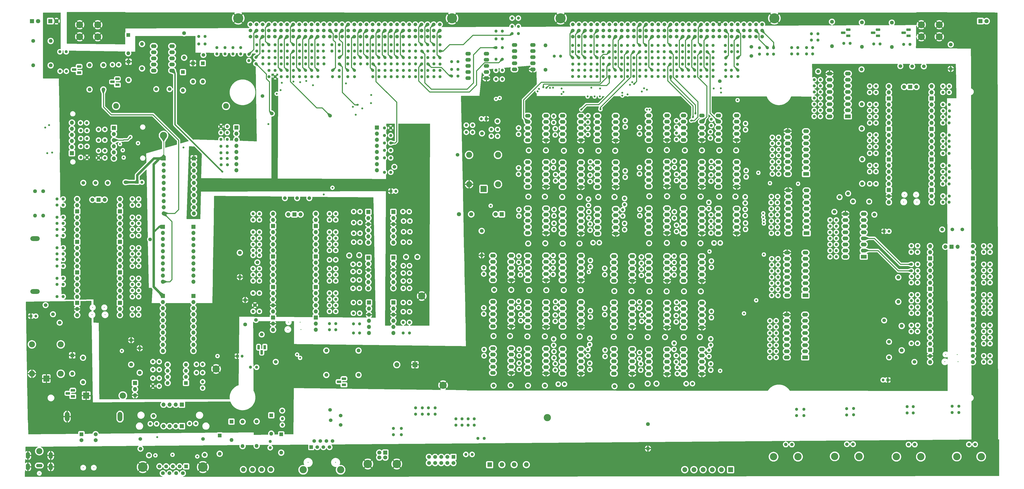
<source format=gbr>
%TF.GenerationSoftware,KiCad,Pcbnew,7.0.5*%
%TF.CreationDate,2024-10-26T20:20:03-04:00*%
%TF.ProjectId,Interconnect,496e7465-7263-46f6-9e6e-6563742e6b69,1.1*%
%TF.SameCoordinates,Original*%
%TF.FileFunction,Copper,L2,Inr*%
%TF.FilePolarity,Positive*%
%FSLAX46Y46*%
G04 Gerber Fmt 4.6, Leading zero omitted, Abs format (unit mm)*
G04 Created by KiCad (PCBNEW 7.0.5) date 2024-10-26 20:20:03*
%MOMM*%
%LPD*%
G01*
G04 APERTURE LIST*
G04 Aperture macros list*
%AMRoundRect*
0 Rectangle with rounded corners*
0 $1 Rounding radius*
0 $2 $3 $4 $5 $6 $7 $8 $9 X,Y pos of 4 corners*
0 Add a 4 corners polygon primitive as box body*
4,1,4,$2,$3,$4,$5,$6,$7,$8,$9,$2,$3,0*
0 Add four circle primitives for the rounded corners*
1,1,$1+$1,$2,$3*
1,1,$1+$1,$4,$5*
1,1,$1+$1,$6,$7*
1,1,$1+$1,$8,$9*
0 Add four rect primitives between the rounded corners*
20,1,$1+$1,$2,$3,$4,$5,0*
20,1,$1+$1,$4,$5,$6,$7,0*
20,1,$1+$1,$6,$7,$8,$9,0*
20,1,$1+$1,$8,$9,$2,$3,0*%
G04 Aperture macros list end*
%TA.AperFunction,ComponentPad*%
%ADD10C,1.300000*%
%TD*%
%TA.AperFunction,ComponentPad*%
%ADD11R,1.650000X1.650000*%
%TD*%
%TA.AperFunction,ComponentPad*%
%ADD12C,1.650000*%
%TD*%
%TA.AperFunction,ComponentPad*%
%ADD13C,1.500000*%
%TD*%
%TA.AperFunction,ComponentPad*%
%ADD14C,2.400000*%
%TD*%
%TA.AperFunction,ComponentPad*%
%ADD15O,2.400000X2.400000*%
%TD*%
%TA.AperFunction,ComponentPad*%
%ADD16R,2.400000X1.600000*%
%TD*%
%TA.AperFunction,ComponentPad*%
%ADD17O,2.400000X1.600000*%
%TD*%
%TA.AperFunction,ComponentPad*%
%ADD18C,1.600000*%
%TD*%
%TA.AperFunction,ComponentPad*%
%ADD19O,1.600000X1.600000*%
%TD*%
%TA.AperFunction,ComponentPad*%
%ADD20O,2.300000X1.600000*%
%TD*%
%TA.AperFunction,ComponentPad*%
%ADD21R,1.700000X1.700000*%
%TD*%
%TA.AperFunction,ComponentPad*%
%ADD22O,1.700000X1.700000*%
%TD*%
%TA.AperFunction,ComponentPad*%
%ADD23R,1.800000X1.100000*%
%TD*%
%TA.AperFunction,ComponentPad*%
%ADD24RoundRect,0.275000X0.625000X-0.275000X0.625000X0.275000X-0.625000X0.275000X-0.625000X-0.275000X0*%
%TD*%
%TA.AperFunction,ComponentPad*%
%ADD25R,2.025000X2.025000*%
%TD*%
%TA.AperFunction,ComponentPad*%
%ADD26C,2.025000*%
%TD*%
%TA.AperFunction,ComponentPad*%
%ADD27R,1.600000X1.600000*%
%TD*%
%TA.AperFunction,ComponentPad*%
%ADD28C,3.000000*%
%TD*%
%TA.AperFunction,ComponentPad*%
%ADD29R,1.200000X1.200000*%
%TD*%
%TA.AperFunction,ComponentPad*%
%ADD30C,1.200000*%
%TD*%
%TA.AperFunction,ComponentPad*%
%ADD31C,4.200000*%
%TD*%
%TA.AperFunction,ComponentPad*%
%ADD32R,1.500000X1.500000*%
%TD*%
%TA.AperFunction,ComponentPad*%
%ADD33R,2.500000X2.500000*%
%TD*%
%TA.AperFunction,ComponentPad*%
%ADD34O,2.500000X2.500000*%
%TD*%
%TA.AperFunction,ComponentPad*%
%ADD35C,4.000000*%
%TD*%
%TA.AperFunction,ComponentPad*%
%ADD36C,1.905000*%
%TD*%
%TA.AperFunction,ComponentPad*%
%ADD37C,1.700000*%
%TD*%
%TA.AperFunction,ComponentPad*%
%ADD38C,3.500000*%
%TD*%
%TA.AperFunction,ComponentPad*%
%ADD39O,3.900000X1.950000*%
%TD*%
%TA.AperFunction,ComponentPad*%
%ADD40C,1.398000*%
%TD*%
%TA.AperFunction,ComponentPad*%
%ADD41C,3.015000*%
%TD*%
%TA.AperFunction,ComponentPad*%
%ADD42R,1.800000X1.800000*%
%TD*%
%TA.AperFunction,ComponentPad*%
%ADD43C,1.800000*%
%TD*%
%TA.AperFunction,ComponentPad*%
%ADD44R,2.600000X2.600000*%
%TD*%
%TA.AperFunction,ComponentPad*%
%ADD45O,2.600000X2.600000*%
%TD*%
%TA.AperFunction,ComponentPad*%
%ADD46C,2.850000*%
%TD*%
%TA.AperFunction,ComponentPad*%
%ADD47C,2.550000*%
%TD*%
%TA.AperFunction,ComponentPad*%
%ADD48O,2.700002X1.400000*%
%TD*%
%TA.AperFunction,ComponentPad*%
%ADD49O,1.750000X2.750000*%
%TD*%
%TA.AperFunction,ComponentPad*%
%ADD50R,1.950000X1.950000*%
%TD*%
%TA.AperFunction,ComponentPad*%
%ADD51C,1.950000*%
%TD*%
%TA.AperFunction,ComponentPad*%
%ADD52R,1.725000X1.725000*%
%TD*%
%TA.AperFunction,ComponentPad*%
%ADD53C,1.725000*%
%TD*%
%TA.AperFunction,ComponentPad*%
%ADD54O,1.950000X3.900000*%
%TD*%
%TA.AperFunction,ComponentPad*%
%ADD55R,2.000000X2.000000*%
%TD*%
%TA.AperFunction,ComponentPad*%
%ADD56C,2.000000*%
%TD*%
%TA.AperFunction,ComponentPad*%
%ADD57R,1.100000X1.800000*%
%TD*%
%TA.AperFunction,ComponentPad*%
%ADD58RoundRect,0.275000X0.275000X0.625000X-0.275000X0.625000X-0.275000X-0.625000X0.275000X-0.625000X0*%
%TD*%
%TA.AperFunction,ViaPad*%
%ADD59C,0.800000*%
%TD*%
%TA.AperFunction,Conductor*%
%ADD60C,0.250000*%
%TD*%
%TA.AperFunction,Conductor*%
%ADD61C,1.000000*%
%TD*%
%TA.AperFunction,Conductor*%
%ADD62C,0.800000*%
%TD*%
%TA.AperFunction,Conductor*%
%ADD63C,0.400000*%
%TD*%
%TA.AperFunction,Conductor*%
%ADD64C,0.600000*%
%TD*%
%ADD65C,0.350000*%
%ADD66O,2.005555X0.800000*%
%ADD67O,1.000000X2.000000*%
G04 APERTURE END LIST*
D10*
%TO.N,PR0_2*%
%TO.C,NT150*%
X135509000Y-49943135D03*
%TO.N,Net-(J1-PadC12)*%
X135509000Y-47343135D03*
%TD*%
D11*
%TO.N,Net-(J26-Pad1)*%
%TO.C,J26*%
X191830000Y-208197500D03*
D12*
%TO.N,Net-(J26-Pad2)*%
X191830000Y-210737500D03*
%TO.N,Net-(J26-Pad3)*%
X189290000Y-208197500D03*
%TO.N,Net-(J26-Pad4)*%
X189290000Y-210737500D03*
%TO.N,Net-(J26-Pad5)*%
X186750000Y-208197500D03*
%TO.N,Net-(J26-Pad6)*%
X186750000Y-210737500D03*
%TO.N,Net-(J26-Pad7)*%
X184210000Y-208197500D03*
%TO.N,Net-(J26-Pad8)*%
X184210000Y-210737500D03*
%TO.N,Net-(J26-Pad9)*%
X181670000Y-208197500D03*
%TO.N,Net-(J26-Pad10)*%
X181670000Y-210737500D03*
%TD*%
D10*
%TO.N,Net-(J2-PadA20)*%
%TO.C,NT125*%
X289687000Y-36929135D03*
%TO.N,B40_L*%
X289687000Y-39529135D03*
%TD*%
%TO.N,B36_D*%
%TO.C,NT346*%
X382270000Y-120319800D03*
%TO.N,Net-(U3-GPIO16)*%
X384870000Y-120319800D03*
%TD*%
%TO.N,Net-(U18-O5)*%
%TO.C,NT523*%
X327070000Y-80266135D03*
%TO.N,B44_R*%
X324470000Y-80266135D03*
%TD*%
%TO.N,Net-(J2-PadC9)*%
%TO.C,NT144*%
X261747000Y-47216135D03*
%TO.N,B25_H*%
X261747000Y-49816135D03*
%TD*%
%TO.N,SSR1_POS*%
%TO.C,NT208*%
X173609000Y-49943135D03*
%TO.N,Net-(J1-PadC27)*%
X173609000Y-47343135D03*
%TD*%
D13*
%TO.N,Net-(U3-VBUS)*%
%TO.C,TP41*%
X383519200Y-168656000D03*
%TD*%
D10*
%TO.N,JTAG_TDI*%
%TO.C,NT75*%
X168529000Y-44609135D03*
%TO.N,Net-(J1-PadB25)*%
X168529000Y-42009135D03*
%TD*%
%TO.N,SPI0_CLK*%
%TO.C,NT237*%
X142920744Y-147605879D03*
%TO.N,Net-(U1-GPIO2)*%
X140320744Y-147605879D03*
%TD*%
%TO.N,Net-(U2-ADC_VREF)*%
%TO.C,NT246*%
X29591000Y-136391135D03*
%TO.N,Net-(NT246-Pad2)*%
X26991000Y-136391135D03*
%TD*%
D14*
%TO.N,PWR_RES_H*%
%TO.C,R29*%
X51580000Y-62120000D03*
D15*
%TO.N,PWR_RES_L*%
X97300000Y-62120000D03*
%TD*%
D10*
%TO.N,B41_D*%
%TO.C,NT331*%
X398022600Y-66649600D03*
%TO.N,Net-(U4-GPIO11)*%
X395422600Y-66649600D03*
%TD*%
D13*
%TO.N,Net-(NT238-Pad2)*%
%TO.C,TP28*%
X109743744Y-151161879D03*
%TD*%
D16*
%TO.N,B27_D*%
%TO.C,U14*%
X355869000Y-66408135D03*
D17*
%TO.N,B2S_D*%
X355869000Y-63868135D03*
%TO.N,B47_D*%
X355869000Y-61328135D03*
%TO.N,B4S_D*%
X355869000Y-58788135D03*
%TO.N,LPR2*%
X355869000Y-56248135D03*
%TO.N,LPR1*%
X355869000Y-53708135D03*
%TO.N,Net-(U14-I7)*%
X355869000Y-51168135D03*
%TO.N,GND*%
X355869000Y-48628135D03*
%TO.N,VCC*%
X348249000Y-48628135D03*
%TO.N,Net-(U14-O7)*%
X348249000Y-51168135D03*
%TO.N,Net-(U14-O6)*%
X348249000Y-53708135D03*
%TO.N,Net-(U14-O5)*%
X348249000Y-56248135D03*
%TO.N,Net-(U14-O4)*%
X348249000Y-58788135D03*
%TO.N,Net-(U14-O3)*%
X348249000Y-61328135D03*
%TO.N,Net-(U14-O2)*%
X348249000Y-63868135D03*
%TO.N,Net-(U14-O1)*%
X348249000Y-66408135D03*
%TD*%
D10*
%TO.N,/Relay_Bank2/BANK2_BUS_H*%
%TO.C,NT353*%
X247777000Y-66169135D03*
%TO.N,/Relay_Bank2/B23_CL*%
X247777000Y-68769135D03*
%TD*%
%TO.N,Net-(J2-PadC10)*%
%TO.C,NT147*%
X264287000Y-47216135D03*
%TO.N,B25_L*%
X264287000Y-49816135D03*
%TD*%
%TO.N,K1_LP_NC1*%
%TO.C,NT157*%
X178689000Y-39275135D03*
%TO.N,Net-(J1-PadA29)*%
X178689000Y-36675135D03*
%TD*%
D18*
%TO.N,Net-(Q22-B)*%
%TO.C,R35*%
X374142000Y-27434135D03*
D19*
%TO.N,S2_IO28*%
X374142000Y-37594135D03*
%TD*%
D10*
%TO.N,Net-(J2-PadA18)*%
%TO.C,NT117*%
X284605587Y-36929135D03*
%TO.N,B36_L*%
X284605587Y-39529135D03*
%TD*%
D20*
%TO.N,VCC*%
%TO.C,K25*%
X230378000Y-95644895D03*
%TO.N,Net-(K25-Pad2)*%
X230378000Y-93104895D03*
%TO.N,/Relay_Bank2/B21_CL*%
X230378000Y-90564895D03*
%TO.N,B21_L*%
X230378000Y-88024895D03*
%TO.N,N/C*%
X230378000Y-85484895D03*
X222758000Y-85484895D03*
%TO.N,B21_H*%
X222758000Y-88024895D03*
%TO.N,/Relay_Bank2/B21_CH*%
X222758000Y-90564895D03*
%TO.N,Net-(K25-Pad9)*%
X222758000Y-93104895D03*
%TO.N,B21_R*%
X222758000Y-95644895D03*
%TD*%
D10*
%TO.N,Net-(K20-Pad4)*%
%TO.C,NT406*%
X218851000Y-25529135D03*
%TO.N,K1_LP_NO2*%
X216251000Y-25529135D03*
%TD*%
D20*
%TO.N,VCC*%
%TO.C,K38*%
X280693300Y-173649895D03*
%TO.N,Net-(K38-Pad2)*%
X280693300Y-171109895D03*
%TO.N,/Relay_Bank3/B35_CL*%
X280693300Y-168569895D03*
%TO.N,B35_L*%
X280693300Y-166029895D03*
%TO.N,N/C*%
X280693300Y-163489895D03*
X273073300Y-163489895D03*
%TO.N,B35_H*%
X273073300Y-166029895D03*
%TO.N,/Relay_Bank3/B35_CH*%
X273073300Y-168569895D03*
%TO.N,Net-(K38-Pad9)*%
X273073300Y-171109895D03*
%TO.N,B35_R*%
X273073300Y-173649895D03*
%TD*%
D21*
%TO.N,/i2c_device/DAC_V*%
%TO.C,J31*%
X50673000Y-71249135D03*
D22*
%TO.N,GND*%
X50673000Y-73789135D03*
%TO.N,/i2c_device/DAC_SCL*%
X50673000Y-76329135D03*
%TO.N,/i2c_device/DAC_SDA*%
X50673000Y-78869135D03*
%TO.N,/i2c_device/DAC_VCC*%
X50673000Y-81409135D03*
%TO.N,GND*%
X50673000Y-83949135D03*
%TD*%
D21*
%TO.N,Net-(J32-Pin_1)*%
%TO.C,J32*%
X101600000Y-71120000D03*
D22*
%TO.N,Net-(J32-Pin_2)*%
X101600000Y-73660000D03*
%TO.N,Net-(J32-Pin_3)*%
X101600000Y-76200000D03*
%TO.N,Net-(J32-Pin_4)*%
X101600000Y-78740000D03*
%TO.N,Net-(J32-Pin_5)*%
X101600000Y-81280000D03*
%TO.N,Net-(J32-Pin_6)*%
X101600000Y-83820000D03*
%TO.N,Net-(J32-Pin_7)*%
X101600000Y-86360000D03*
%TO.N,GND*%
X101600000Y-88900000D03*
%TD*%
D10*
%TO.N,Net-(J2-PadB3)*%
%TO.C,NT182*%
X246530190Y-42039135D03*
%TO.N,B14_H*%
X246530190Y-44639135D03*
%TD*%
D20*
%TO.N,VCC*%
%TO.C,K29*%
X244856000Y-115129615D03*
%TO.N,Net-(K29-Pad2)*%
X244856000Y-112589615D03*
%TO.N,/Relay_Bank2/B25_CL*%
X244856000Y-110049615D03*
%TO.N,B25_L*%
X244856000Y-107509615D03*
%TO.N,N/C*%
X244856000Y-104969615D03*
X237236000Y-104969615D03*
%TO.N,B25_H*%
X237236000Y-107509615D03*
%TO.N,/Relay_Bank2/B25_CH*%
X237236000Y-110049615D03*
%TO.N,Net-(K29-Pad9)*%
X237236000Y-112589615D03*
%TO.N,B25_R*%
X237236000Y-115129615D03*
%TD*%
D10*
%TO.N,P1_1*%
%TO.C,NT273*%
X60960000Y-113531135D03*
%TO.N,Net-(U2-GPIO11)*%
X58360000Y-113531135D03*
%TD*%
%TO.N,P1_0*%
%TO.C,NT269*%
X60960000Y-116080135D03*
%TO.N,Net-(U2-GPIO10)*%
X58360000Y-116080135D03*
%TD*%
%TO.N,/Relay_Bank1/BANK1_BUS_H*%
%TO.C,NT14*%
X234188000Y-171995135D03*
%TO.N,/Relay_Bank1/B15_CL*%
X234188000Y-169395135D03*
%TD*%
%TO.N,PS1_OUT_HI1*%
%TO.C,NT193*%
X163449000Y-49943135D03*
%TO.N,Net-(J1-PadC23)*%
X163449000Y-47343135D03*
%TD*%
%TO.N,AWG+*%
%TO.C,NT450*%
X334531000Y-188369000D03*
%TO.N,Net-(J21-In)*%
X334531000Y-190969000D03*
%TD*%
%TO.N,UART0-CTS*%
%TO.C,NT283*%
X142920744Y-109505879D03*
%TO.N,Net-(U1-GPIO14)*%
X140320744Y-109505879D03*
%TD*%
%TO.N,Net-(NT424-Pad1)*%
%TO.C,NT424*%
X150137278Y-127988880D03*
%TO.N,/Communication/M3_LV1*%
X152737278Y-127988880D03*
%TD*%
%TO.N,B10_D*%
%TO.C,NT291*%
X414969000Y-168656000D03*
%TO.N,Net-(U3-GPIO0)*%
X412369000Y-168656000D03*
%TD*%
D13*
%TO.N,Net-(K37-Pad9)*%
%TO.C,TP119*%
X272618200Y-158294935D03*
%TD*%
D18*
%TO.N,GND*%
%TO.C,R1*%
X378236000Y-163830000D03*
D19*
%TO.N,/Pico_master/S2_I2C_ID1*%
X378236000Y-153670000D03*
%TD*%
D13*
%TO.N,Net-(K19-Pad2)*%
%TO.C,TP72*%
X73800000Y-55100000D03*
%TD*%
D10*
%TO.N,UART0-CTS*%
%TO.C,NT440*%
X150391278Y-110652391D03*
%TO.N,/Communication/M2_LV2*%
X152991278Y-110652391D03*
%TD*%
%TO.N,Net-(J2-PadA3)*%
%TO.C,NT58*%
X246484422Y-36929135D03*
%TO.N,B13_H*%
X246484422Y-39529135D03*
%TD*%
%TO.N,Net-(J2-PadA8)*%
%TO.C,NT80*%
X259191477Y-36929135D03*
%TO.N,B20_L*%
X259191477Y-39529135D03*
%TD*%
D23*
%TO.N,GND*%
%TO.C,Q1*%
X36210000Y-48200000D03*
D24*
%TO.N,Net-(Q1-B)*%
X34140000Y-46930000D03*
%TO.N,Net-(Q1-C)*%
X36210000Y-45660000D03*
%TD*%
D10*
%TO.N,/Relay_Bank1/BANK1_BUS_H*%
%TO.C,NT7*%
X219187000Y-169141135D03*
%TO.N,/Relay_Bank1/B12_CL*%
X219187000Y-171741135D03*
%TD*%
D25*
%TO.N,DVM_I*%
%TO.C,J20*%
X307100000Y-213480000D03*
D26*
%TO.N,DVM_H*%
X303290000Y-213480000D03*
%TO.N,DVM_L*%
X299480000Y-213480000D03*
%TO.N,DVM_TRIG*%
X295670000Y-213480000D03*
%TO.N,DVM_SENSE_H*%
X291860000Y-213480000D03*
%TO.N,DVM_SENSE_L*%
X288050000Y-213480000D03*
%TD*%
D10*
%TO.N,K3_HP_C2*%
%TO.C,NT405*%
X197201000Y-70106135D03*
%TO.N,Net-(K21-Pad1)*%
X199801000Y-70106135D03*
%TD*%
D18*
%TO.N,1WIRE*%
%TO.C,R15*%
X230150000Y-47080000D03*
D19*
%TO.N,MSR_3V3*%
X230150000Y-36920000D03*
%TD*%
D10*
%TO.N,GND*%
%TO.C,NT180*%
X112649000Y-44609135D03*
%TO.N,Net-(J1-PadB3)*%
X112649000Y-42009135D03*
%TD*%
D13*
%TO.N,Net-(K34-Pad2)*%
%TO.C,TP116*%
X265379200Y-158162455D03*
%TD*%
D10*
%TO.N,DAC_VOUT*%
%TO.C,NT184*%
X115189000Y-44609135D03*
%TO.N,Net-(J1-PadB4)*%
X115189000Y-42009135D03*
%TD*%
%TO.N,Net-(J2-PadB20)*%
%TO.C,NT59*%
X289691405Y-42039135D03*
%TO.N,B41_L*%
X289691405Y-44639135D03*
%TD*%
%TO.N,CMOD_6*%
%TO.C,NT98*%
X141351000Y-39275135D03*
%TO.N,Net-(J1-PadA14)*%
X141351000Y-36675135D03*
%TD*%
%TO.N,DAC_VOUT*%
%TO.C,NT476*%
X44293000Y-71868135D03*
%TO.N,/i2c_device/DAC_V*%
X46893000Y-71868135D03*
%TD*%
D18*
%TO.N,Net-(Q1-B)*%
%TO.C,R2*%
X40550000Y-45090000D03*
D19*
%TO.N,ERROR_LED*%
X40550000Y-55250000D03*
%TD*%
D13*
%TO.N,Net-(K2-Pad9)*%
%TO.C,TP2*%
X208508600Y-157883055D03*
%TD*%
D10*
%TO.N,Net-(NT115-Pad1)*%
%TO.C,NT115*%
X109728000Y-44482135D03*
%TO.N,Net-(J1-PadC3)*%
X109728000Y-41882135D03*
%TD*%
%TO.N,Net-(U3-ADC_VREF)*%
%TO.C,NT302*%
X384819200Y-155956000D03*
%TO.N,Net-(NT302-Pad2)*%
X382219200Y-155956000D03*
%TD*%
%TO.N,Net-(U12-VCC)*%
%TO.C,NT535*%
X69499000Y-178691135D03*
%TO.N,MSR_3V3*%
X66899000Y-178691135D03*
%TD*%
D27*
%TO.N,VCC*%
%TO.C,D23*%
X79375000Y-48006000D03*
D19*
%TO.N,Net-(D23-A)*%
X79375000Y-55626000D03*
%TD*%
D10*
%TO.N,Net-(U18-O7)*%
%TO.C,NT525*%
X327070000Y-75186135D03*
%TO.N,B46_R*%
X324470000Y-75186135D03*
%TD*%
%TO.N,LPR1*%
%TO.C,NT317*%
X414969000Y-143256000D03*
%TO.N,Net-(U3-GPIO8)*%
X412369000Y-143256000D03*
%TD*%
D23*
%TO.N,GND*%
%TO.C,Q24*%
X368425000Y-32895135D03*
D24*
%TO.N,Net-(Q24-B)*%
X366355000Y-31625135D03*
%TO.N,Net-(Q24-C)*%
X368425000Y-30355135D03*
%TD*%
D10*
%TO.N,K2_LP_NO2*%
%TO.C,NT91*%
X178689000Y-44609135D03*
%TO.N,Net-(J1-PadB29)*%
X178689000Y-42009135D03*
%TD*%
%TO.N,B17_D*%
%TO.C,NT313*%
X414969000Y-145796000D03*
%TO.N,Net-(U3-GPIO7)*%
X412369000Y-145796000D03*
%TD*%
%TO.N,Net-(NT176-Pad1)*%
%TO.C,NT176*%
X106807000Y-43212135D03*
%TO.N,Net-(J1-PadB2)*%
X106807000Y-40612135D03*
%TD*%
%TO.N,Net-(U13-O1)*%
%TO.C,NT390*%
X326039000Y-166753135D03*
%TO.N,B10_R*%
X323439000Y-166753135D03*
%TD*%
%TO.N,M1_IO1*%
%TO.C,NT235*%
X142920744Y-152685879D03*
%TO.N,Net-(U1-GPIO1)*%
X140320744Y-152685879D03*
%TD*%
%TO.N,B46_D*%
%TO.C,NT348*%
X364942600Y-53848000D03*
%TO.N,Net-(U4-GPIO16)*%
X367542600Y-53848000D03*
%TD*%
%TO.N,Net-(J2-PadA7)*%
%TO.C,NT76*%
X256650066Y-36929135D03*
%TO.N,B20_H*%
X256650066Y-39529135D03*
%TD*%
D13*
%TO.N,Net-(TP39-Pad1)*%
%TO.C,TP39*%
X126873000Y-100459135D03*
%TD*%
%TO.N,Net-(K31-Pad9)*%
%TO.C,TP106*%
X252095000Y-99976535D03*
%TD*%
D10*
%TO.N,Net-(D23-A)*%
%TO.C,NT398*%
X52680000Y-44930000D03*
%TO.N,Net-(Q3-C)*%
X50080000Y-44930000D03*
%TD*%
%TO.N,S1_IO28*%
%TO.C,NT250*%
X26991000Y-133860135D03*
%TO.N,Net-(U2-GPIO28_ADC2)*%
X29591000Y-133860135D03*
%TD*%
D13*
%TO.N,Net-(K13-Pad2)*%
%TO.C,TP62*%
X295198800Y-80601415D03*
%TD*%
D18*
%TO.N,GND*%
%TO.C,R16*%
X361630000Y-61320000D03*
D19*
%TO.N,/Pico_master/S3_I2C_ID0*%
X361630000Y-71480000D03*
%TD*%
D13*
%TO.N,Net-(U3-SWDIO)*%
%TO.C,TP49*%
X395097000Y-113538000D03*
%TD*%
D10*
%TO.N,Net-(NT429-Pad1)*%
%TO.C,NT429*%
X173595278Y-131671880D03*
%TO.N,/Communication/M3_HV2*%
X170995278Y-131671880D03*
%TD*%
D28*
%TO.N,VCC*%
%TO.C,TP86*%
X187553600Y-178333400D03*
%TD*%
D10*
%TO.N,K1_LP_C1*%
%TO.C,NT153*%
X176149000Y-39275135D03*
%TO.N,Net-(J1-PadA28)*%
X176149000Y-36675135D03*
%TD*%
D13*
%TO.N,Net-(NT240-Pad2)*%
%TO.C,TP29*%
X25349200Y-148793200D03*
%TD*%
D10*
%TO.N,/Relay_Bank2/BANK2_BUS_L*%
%TO.C,NT47*%
X219075000Y-105285135D03*
%TO.N,/Relay_Bank2/B22_CH*%
X219075000Y-107885135D03*
%TD*%
D18*
%TO.N,Net-(U12-SDA)*%
%TO.C,R8*%
X57860000Y-169750000D03*
D19*
%TO.N,MSR_3V3*%
X57860000Y-159590000D03*
%TD*%
D10*
%TO.N,PFLAG*%
%TO.C,NT207*%
X130429000Y-44609135D03*
%TO.N,Net-(J1-PadB10)*%
X130429000Y-42009135D03*
%TD*%
D13*
%TO.N,Net-(K6-Pad9)*%
%TO.C,TP10*%
X222885000Y-178511895D03*
%TD*%
D10*
%TO.N,GND*%
%TO.C,NT529*%
X200533000Y-192377135D03*
%TO.N,Net-(J26-Pad2)*%
X200533000Y-194977135D03*
%TD*%
%TO.N,Net-(U16-O3)*%
%TO.C,NT503*%
X326659000Y-109999135D03*
%TO.N,B22_R*%
X324059000Y-109999135D03*
%TD*%
%TO.N,Net-(J2-PadA11)*%
%TO.C,NT89*%
X266815710Y-36929135D03*
%TO.N,B26_H*%
X266815710Y-39529135D03*
%TD*%
%TO.N,B13_D*%
%TO.C,NT299*%
X414969000Y-158496000D03*
%TO.N,Net-(U3-GPIO3)*%
X412369000Y-158496000D03*
%TD*%
D20*
%TO.N,VCC*%
%TO.C,K14*%
X295156300Y-95638615D03*
%TO.N,Net-(K14-Pad2)*%
X295156300Y-93098615D03*
%TO.N,/Relay_Bank4/B44_CL*%
X295156300Y-90558615D03*
%TO.N,B44_L*%
X295156300Y-88018615D03*
%TO.N,N/C*%
X295156300Y-85478615D03*
X287536300Y-85478615D03*
%TO.N,B44_H*%
X287536300Y-88018615D03*
%TO.N,/Relay_Bank4/B44_CH*%
X287536300Y-90558615D03*
%TO.N,Net-(K14-Pad9)*%
X287536300Y-93098615D03*
%TO.N,B44_R*%
X287536300Y-95638615D03*
%TD*%
D13*
%TO.N,Net-(K21-Pad4)*%
%TO.C,TP75*%
X193548000Y-82425135D03*
%TD*%
D29*
%TO.N,MSR_3V3*%
%TO.C,C19*%
X102020401Y-166245135D03*
D30*
%TO.N,GND*%
X104020401Y-166245135D03*
%TD*%
D13*
%TO.N,Net-(K12-Pad9)*%
%TO.C,TP57*%
X273227800Y-119249655D03*
%TD*%
D10*
%TO.N,I2C1_SCL*%
%TO.C,NT255*%
X142920744Y-132365879D03*
%TO.N,Net-(U1-GPIO7)*%
X140320744Y-132365879D03*
%TD*%
D18*
%TO.N,ADC1*%
%TO.C,R28*%
X79880000Y-31830000D03*
D19*
%TO.N,Net-(K19-Pad3)*%
X79880000Y-41990000D03*
%TD*%
D13*
%TO.N,Net-(K27-Pad2)*%
%TO.C,TP102*%
X244906800Y-80740175D03*
%TD*%
D10*
%TO.N,SPI0_TX*%
%TO.C,NT430*%
X150261278Y-152817880D03*
%TO.N,/Communication/M1_LV3*%
X152861278Y-152817880D03*
%TD*%
%TO.N,Net-(J2-PadB28)*%
%TO.C,NT92*%
X310007000Y-42136135D03*
%TO.N,DVM_TRIG*%
X310007000Y-44736135D03*
%TD*%
%TO.N,Net-(J2-PadA16)*%
%TO.C,NT109*%
X279522765Y-36929135D03*
%TO.N,B33_L*%
X279522765Y-39529135D03*
%TD*%
%TO.N,Net-(K41-Pad2)*%
%TO.C,NT389*%
X298846000Y-169454415D03*
%TO.N,/Relay_Bank3/BANK3_BUS_L*%
X298846000Y-172054415D03*
%TD*%
D13*
%TO.N,Net-(NT260-Pad2)*%
%TO.C,TP34*%
X110333000Y-127189135D03*
%TD*%
D10*
%TO.N,/Relay_Bank4/BANK4_BUS_L*%
%TO.C,NT31*%
X283718000Y-85080375D03*
%TO.N,/Relay_Bank4/B44_CH*%
X283718000Y-87680375D03*
%TD*%
%TO.N,/Relay_Bank1/BANK1_BUS_H*%
%TO.C,NT15*%
X248793000Y-126406415D03*
%TO.N,/Relay_Bank1/B16_CL*%
X248793000Y-129006415D03*
%TD*%
%TO.N,SCOPE_CH2+*%
%TO.C,NT170*%
X338687830Y-40418135D03*
%TO.N,/Front_connector/SH2+*%
X338687830Y-37818135D03*
%TD*%
D13*
%TO.N,Net-(U4-SWDIO)*%
%TO.C,TP50*%
X377672600Y-45491400D03*
%TD*%
D10*
%TO.N,B23_D*%
%TO.C,NT300*%
X398022600Y-92049600D03*
%TO.N,Net-(U4-GPIO3)*%
X395422600Y-92049600D03*
%TD*%
D27*
%TO.N,M1_IO0*%
%TO.C,D33*%
X120250000Y-198800000D03*
D19*
%TO.N,GND*%
X120250000Y-206420000D03*
%TD*%
D10*
%TO.N,UART0-TX*%
%TO.C,NT444*%
X150391278Y-118780391D03*
%TO.N,/Communication/M2_LV4*%
X152991278Y-118780391D03*
%TD*%
%TO.N,Net-(J2-PadA17)*%
%TO.C,NT113*%
X282064176Y-36929135D03*
%TO.N,B36_H*%
X282064176Y-39529135D03*
%TD*%
D13*
%TO.N,Net-(U1-ADC_VREF)*%
%TO.C,TP32*%
X117980000Y-168620000D03*
%TD*%
D10*
%TO.N,K1_LP_NC2*%
%TO.C,NT168*%
X186309000Y-39275135D03*
%TO.N,Net-(J1-PadA32)*%
X186309000Y-36675135D03*
%TD*%
D13*
%TO.N,Net-(J2-PadA1)*%
%TO.C,J2*%
X241477800Y-28145335D03*
%TO.N,Net-(J2-PadA2)*%
X244017800Y-28145335D03*
%TO.N,Net-(J2-PadA3)*%
X246557800Y-28145335D03*
%TO.N,Net-(J2-PadA4)*%
X249097800Y-28145335D03*
%TO.N,Net-(J2-PadA5)*%
X251637800Y-28145335D03*
%TO.N,Net-(J2-PadA6)*%
X254177800Y-28145335D03*
%TO.N,Net-(J2-PadA7)*%
X256717800Y-28145335D03*
%TO.N,Net-(J2-PadA8)*%
X259257800Y-28145335D03*
%TO.N,Net-(J2-PadA9)*%
X261797800Y-28145335D03*
%TO.N,Net-(J2-PadA10)*%
X264337800Y-28145335D03*
%TO.N,Net-(J2-PadA11)*%
X266877800Y-28145335D03*
%TO.N,Net-(J2-PadA12)*%
X269417800Y-28145335D03*
%TO.N,Net-(J2-PadA13)*%
X271957800Y-28145335D03*
%TO.N,Net-(J2-PadA14)*%
X274497800Y-28145335D03*
%TO.N,Net-(J2-PadA15)*%
X277037800Y-28145335D03*
%TO.N,Net-(J2-PadA16)*%
X279577800Y-28145335D03*
%TO.N,Net-(J2-PadA17)*%
X282117800Y-28145335D03*
%TO.N,Net-(J2-PadA18)*%
X284657800Y-28145335D03*
%TO.N,Net-(J2-PadA19)*%
X287197800Y-28145335D03*
%TO.N,Net-(J2-PadA20)*%
X289737800Y-28145335D03*
%TO.N,Net-(J2-PadA21)*%
X292277800Y-28145335D03*
%TO.N,Net-(J2-PadA22)*%
X294817800Y-28145335D03*
%TO.N,Net-(J2-PadA23)*%
X297357800Y-28145335D03*
%TO.N,Net-(J2-PadA24)*%
X299897800Y-28145335D03*
%TO.N,Earth*%
X302437800Y-28145335D03*
%TO.N,Net-(J2-PadA26)*%
X304977800Y-28145335D03*
%TO.N,Net-(J2-PadA27)*%
X307517800Y-28145335D03*
%TO.N,Net-(J2-PadA28)*%
X310057800Y-28145335D03*
%TO.N,/Front_connector/SH1+*%
X312597800Y-28145335D03*
%TO.N,/Front_connector/SH1-*%
X315137800Y-28145335D03*
%TO.N,/Front_connector/SH2+*%
X317677800Y-28145335D03*
%TO.N,/Front_connector/SH2-*%
X320217800Y-28145335D03*
%TO.N,Net-(J2-PadB1)*%
X241477800Y-30685335D03*
%TO.N,Net-(J2-PadB2)*%
X244017800Y-30685335D03*
%TO.N,Net-(J2-PadB3)*%
X246557800Y-30685335D03*
%TO.N,Net-(J2-PadB4)*%
X249097800Y-30685335D03*
%TO.N,Net-(J2-PadB5)*%
X251637800Y-30685335D03*
%TO.N,Net-(J2-PadB6)*%
X254177800Y-30685335D03*
%TO.N,Net-(J2-PadB7)*%
X256717800Y-30685335D03*
%TO.N,Net-(J2-PadB8)*%
X259257800Y-30685335D03*
%TO.N,Net-(J2-PadB9)*%
X261797800Y-30685335D03*
%TO.N,Net-(J2-PadB10)*%
X264337800Y-30685335D03*
%TO.N,Net-(J2-PadB11)*%
X266877800Y-30685335D03*
%TO.N,Net-(J2-PadB12)*%
X269417800Y-30685335D03*
%TO.N,Net-(J2-PadB13)*%
X271957800Y-30685335D03*
%TO.N,Net-(J2-PadB14)*%
X274497800Y-30685335D03*
%TO.N,Net-(J2-PadB15)*%
X277037800Y-30685335D03*
%TO.N,Net-(J2-PadB16)*%
X279577800Y-30685335D03*
%TO.N,Net-(J2-PadB17)*%
X282117800Y-30685335D03*
%TO.N,Net-(J2-PadB18)*%
X284657800Y-30685335D03*
%TO.N,Net-(J2-PadB19)*%
X287197800Y-30685335D03*
%TO.N,Net-(J2-PadB20)*%
X289737800Y-30685335D03*
%TO.N,Net-(J2-PadB21)*%
X292277800Y-30685335D03*
%TO.N,Net-(J2-PadB22)*%
X294817800Y-30685335D03*
%TO.N,Net-(J2-PadB23)*%
X297357800Y-30685335D03*
%TO.N,Net-(J2-PadB24)*%
X299897800Y-30685335D03*
%TO.N,/Front_connector/1W_J2*%
X302437800Y-30685335D03*
%TO.N,Net-(J2-PadB26)*%
X304977800Y-30685335D03*
%TO.N,Net-(J2-PadB27)*%
X307517800Y-30685335D03*
%TO.N,Net-(J2-PadB28)*%
X310057800Y-30685335D03*
%TO.N,/Front_connector/IT+*%
X312597800Y-30685335D03*
%TO.N,/Front_connector/IT-*%
X315137800Y-30685335D03*
%TO.N,/Front_connector/W+*%
X317677800Y-30685335D03*
%TO.N,/Front_connector/W-*%
X320217800Y-30685335D03*
%TO.N,Net-(J2-PadC1)*%
X241477800Y-33225335D03*
%TO.N,Net-(J2-PadC2)*%
X244017800Y-33225335D03*
%TO.N,Net-(J2-PadC3)*%
X246557800Y-33225335D03*
%TO.N,Net-(J2-PadC4)*%
X249097800Y-33225335D03*
%TO.N,Net-(J2-PadC5)*%
X251637800Y-33225335D03*
%TO.N,Net-(J2-PadC6)*%
X254177800Y-33225335D03*
%TO.N,Net-(J2-PadC7)*%
X256717800Y-33225335D03*
%TO.N,Net-(J2-PadC8)*%
X259257800Y-33225335D03*
%TO.N,Net-(J2-PadC9)*%
X261797800Y-33225335D03*
%TO.N,Net-(J2-PadC10)*%
X264337800Y-33225335D03*
%TO.N,Net-(J2-PadC11)*%
X266877800Y-33225335D03*
%TO.N,Net-(J2-PadC12)*%
X269417800Y-33225335D03*
%TO.N,Net-(J2-PadC13)*%
X271957800Y-33225335D03*
%TO.N,Net-(J2-PadC14)*%
X274497800Y-33225335D03*
%TO.N,Net-(J2-PadC15)*%
X277037800Y-33225335D03*
%TO.N,Net-(J2-PadC16)*%
X279577800Y-33225335D03*
%TO.N,Net-(J2-PadC17)*%
X282117800Y-33225335D03*
%TO.N,Net-(J2-PadC18)*%
X284657800Y-33225335D03*
%TO.N,Net-(J2-PadC19)*%
X287197800Y-33225335D03*
%TO.N,Net-(J2-PadC20)*%
X289737800Y-33225335D03*
%TO.N,Net-(J2-PadC21)*%
X292277800Y-33225335D03*
%TO.N,Net-(J2-PadC22)*%
X294817800Y-33225335D03*
%TO.N,Net-(J2-PadC23)*%
X297357800Y-33225335D03*
%TO.N,Net-(J2-PadC24)*%
X299897800Y-33225335D03*
%TO.N,Net-(J2-PadC25)*%
X302437800Y-33225335D03*
%TO.N,Net-(J2-PadC26)*%
X304977800Y-33225335D03*
%TO.N,Net-(J2-PadC27)*%
X307517800Y-33225335D03*
%TO.N,Net-(J2-PadC28)*%
X310057800Y-33225335D03*
%TO.N,GND*%
X312597800Y-33225335D03*
%TO.N,Net-(J2-PadC30)*%
X315137800Y-33225335D03*
%TO.N,GND*%
X317677800Y-33225335D03*
%TO.N,Net-(J2-PadC32)*%
X320217800Y-33225335D03*
D31*
%TO.N,Earth*%
X236397800Y-25605335D03*
X325297800Y-25605335D03*
%TD*%
D10*
%TO.N,B2_COM_H*%
%TO.C,NT363*%
X248143000Y-108709855D03*
%TO.N,Net-(K32-Pad8)*%
X248143000Y-106109855D03*
%TD*%
%TO.N,Net-(K18-Pad4)*%
%TO.C,NT42*%
X313182000Y-102521135D03*
%TO.N,/Relay_Bank4/BANK4_BUS_H*%
X313182000Y-99921135D03*
%TD*%
%TO.N,SPI0_RX*%
%TO.C,NT426*%
X150261278Y-148372880D03*
%TO.N,/Communication/M1_LV2*%
X152861278Y-148372880D03*
%TD*%
%TO.N,GND*%
%TO.C,NT463*%
X204640000Y-200480000D03*
%TO.N,Net-(J26-Pad6)*%
X202040000Y-200480000D03*
%TD*%
%TO.N,Net-(J2-PadA5)*%
%TO.C,NT66*%
X251567244Y-36929135D03*
%TO.N,B16_H*%
X251567244Y-39529135D03*
%TD*%
%TO.N,PR0_4*%
%TO.C,NT90*%
X135509000Y-39275135D03*
%TO.N,Net-(J1-PadA12)*%
X135509000Y-36675135D03*
%TD*%
%TO.N,Net-(U4-GPIO27_ADC1)*%
%TO.C,NT312*%
X367542600Y-81788000D03*
%TO.N,/Pico_master/S3_I2C_ID1*%
X364942600Y-81788000D03*
%TD*%
%TO.N,Net-(U13-O4)*%
%TO.C,NT410*%
X326039000Y-159133135D03*
%TO.N,B13_R*%
X323439000Y-159133135D03*
%TD*%
D20*
%TO.N,VCC*%
%TO.C,K9*%
X244871000Y-173451415D03*
%TO.N,Net-(K9-Pad2)*%
X244871000Y-170911415D03*
%TO.N,Net-(K9-Pad3)*%
X244871000Y-168371415D03*
%TO.N,Net-(K9-Pad4)*%
X244871000Y-165831415D03*
%TO.N,N/C*%
X244871000Y-163291415D03*
X237251000Y-163291415D03*
%TO.N,Net-(K9-Pad7)*%
X237251000Y-165831415D03*
%TO.N,Net-(K9-Pad8)*%
X237251000Y-168371415D03*
%TO.N,Net-(K9-Pad9)*%
X237251000Y-170911415D03*
%TO.N,B1S_R*%
X237251000Y-173451415D03*
%TD*%
D10*
%TO.N,Net-(U14-O1)*%
%TO.C,NT391*%
X344454000Y-66423135D03*
%TO.N,B27_R*%
X341854000Y-66423135D03*
%TD*%
D21*
%TO.N,/Communication/M1_HV1*%
%TO.C,J12*%
X166898278Y-143927880D03*
D22*
%TO.N,/Communication/M1_HV2*%
X166898278Y-146467880D03*
%TO.N,DIG_PWR_IN*%
X166898278Y-149007880D03*
%TO.N,GND*%
X166898278Y-151547880D03*
%TO.N,/Communication/M1_HV3*%
X166898278Y-154087880D03*
%TO.N,/Communication/M1_HV4*%
X166898278Y-156627880D03*
%TD*%
D10*
%TO.N,PS1_OUT_HI2*%
%TO.C,NT196*%
X165989000Y-49943135D03*
%TO.N,Net-(J1-PadC24)*%
X165989000Y-47343135D03*
%TD*%
%TO.N,I2C1_SDA*%
%TO.C,NT251*%
X142920744Y-134905879D03*
%TO.N,Net-(U1-GPIO6)*%
X140320744Y-134905879D03*
%TD*%
%TO.N,PS1_IO9*%
%TO.C,NT138*%
X127889000Y-49943135D03*
%TO.N,Net-(J1-PadC9)*%
X127889000Y-47343135D03*
%TD*%
%TO.N,Net-(U15-O3)*%
%TO.C,NT502*%
X351043000Y-119748135D03*
%TO.N,B37_R*%
X348443000Y-119748135D03*
%TD*%
%TO.N,Net-(J2-PadA9)*%
%TO.C,NT81*%
X261732888Y-36929135D03*
%TO.N,B23_H*%
X261732888Y-39529135D03*
%TD*%
D13*
%TO.N,Net-(J28-Pad7)*%
%TO.C,TP84*%
X88413482Y-207338000D03*
%TD*%
D10*
%TO.N,Net-(U9-T1IN)*%
%TO.C,NT469*%
X65820000Y-194400000D03*
%TO.N,UART1_TX*%
X68420000Y-194400000D03*
%TD*%
%TO.N,SCOPE_CH2-*%
%TO.C,NT449*%
X383032000Y-187297135D03*
%TO.N,Net-(J19-Ext)*%
X383032000Y-189897135D03*
%TD*%
%TO.N,Net-(J2-PadB7)*%
%TO.C,NT202*%
X256685770Y-42039135D03*
%TO.N,B21_H*%
X256685770Y-44639135D03*
%TD*%
D13*
%TO.N,Net-(U1-SWCLK)*%
%TO.C,TP40*%
X131953000Y-100459135D03*
%TD*%
D10*
%TO.N,I2C_SCL*%
%TO.C,NT433*%
X173595278Y-134973880D03*
%TO.N,/Communication/M3_HV3*%
X170995278Y-134973880D03*
%TD*%
D13*
%TO.N,Net-(K5-Pad9)*%
%TO.C,TP9*%
X222605600Y-158015535D03*
%TD*%
D27*
%TO.N,MSR_3V3*%
%TO.C,D32*%
X116126000Y-190870000D03*
D19*
%TO.N,M1_IO0*%
X116126000Y-198490000D03*
%TD*%
D10*
%TO.N,K3_HP_NO1*%
%TO.C,NT224*%
X183769000Y-49943135D03*
%TO.N,Net-(J1-PadC31)*%
X183769000Y-47343135D03*
%TD*%
%TO.N,EXT_17*%
%TO.C,NT490*%
X95210000Y-78860000D03*
%TO.N,Net-(J32-Pin_4)*%
X97810000Y-78860000D03*
%TD*%
D20*
%TO.N,VCC*%
%TO.C,K32*%
X259350600Y-115195615D03*
%TO.N,Net-(K32-Pad2)*%
X259350600Y-112655615D03*
%TO.N,Net-(K32-Pad3)*%
X259350600Y-110115615D03*
%TO.N,Net-(K32-Pad4)*%
X259350600Y-107575615D03*
%TO.N,N/C*%
X259350600Y-105035615D03*
X251730600Y-105035615D03*
%TO.N,Net-(K32-Pad7)*%
X251730600Y-107575615D03*
%TO.N,Net-(K32-Pad8)*%
X251730600Y-110115615D03*
%TO.N,Net-(K32-Pad9)*%
X251730600Y-112655615D03*
%TO.N,B2S_R*%
X251730600Y-115195615D03*
%TD*%
D10*
%TO.N,P1_2*%
%TO.C,NT277*%
X60960000Y-110991135D03*
%TO.N,Net-(U2-GPIO12)*%
X58360000Y-110991135D03*
%TD*%
%TO.N,PR0_1*%
%TO.C,NT94*%
X137795000Y-39275135D03*
%TO.N,Net-(J1-PadA13)*%
X137795000Y-36675135D03*
%TD*%
D28*
%TO.N,SLV1_3V3*%
%TO.C,TP88*%
X71323200Y-74396600D03*
%TD*%
D18*
%TO.N,Net-(D35-A)*%
%TO.C,R6*%
X17100000Y-35010000D03*
D19*
%TO.N,PWR_5V*%
X17100000Y-45170000D03*
%TD*%
D18*
%TO.N,GND*%
%TO.C,R14*%
X376830000Y-133450000D03*
D19*
%TO.N,/Pico_master/S2_I2C_ID0*%
X376830000Y-143610000D03*
%TD*%
D10*
%TO.N,Net-(J2-PadB24)*%
%TO.C,NT77*%
X299847000Y-42039135D03*
%TO.N,B47_L*%
X299847000Y-44639135D03*
%TD*%
%TO.N,CMOD_4*%
%TO.C,NT189*%
X160909000Y-49943135D03*
%TO.N,Net-(J1-PadC22)*%
X160909000Y-47343135D03*
%TD*%
%TO.N,Net-(U15-O7)*%
%TO.C,NT510*%
X351058000Y-109588135D03*
%TO.N,Net-(NT510-Pad2)*%
X348458000Y-109588135D03*
%TD*%
%TO.N,P0_4*%
%TO.C,NT245*%
X60960000Y-136400135D03*
%TO.N,Net-(U2-GPIO4)*%
X58360000Y-136400135D03*
%TD*%
%TO.N,UART1_TX*%
%TO.C,NT259*%
X142920744Y-129825879D03*
%TO.N,Net-(U1-GPIO8)*%
X140320744Y-129825879D03*
%TD*%
%TO.N,K3_HP_C2*%
%TO.C,NT220*%
X181229000Y-49943135D03*
%TO.N,Net-(J1-PadC30)*%
X181229000Y-47343135D03*
%TD*%
%TO.N,Net-(J2-PadB15)*%
%TO.C,NT226*%
X276996930Y-42039135D03*
%TO.N,B34_H*%
X276996930Y-44639135D03*
%TD*%
%TO.N,/Relay_Bank4/BANK4_BUS_H*%
%TO.C,NT28*%
X284607000Y-93141375D03*
%TO.N,/Relay_Bank4/B41_CL*%
X284607000Y-90541375D03*
%TD*%
%TO.N,UART0-RX*%
%TO.C,NT442*%
X150391278Y-115097391D03*
%TO.N,/Communication/M2_LV3*%
X152991278Y-115097391D03*
%TD*%
%TO.N,B2S_D*%
%TO.C,NT336*%
X364942600Y-64008000D03*
%TO.N,Net-(U4-GPIO19)*%
X367542600Y-64008000D03*
%TD*%
%TO.N,AWG-*%
%TO.C,NT451*%
X337579000Y-188369000D03*
%TO.N,Net-(J21-Ext)*%
X337579000Y-190969000D03*
%TD*%
%TO.N,Net-(J2-PadB2)*%
%TO.C,NT178*%
X243991295Y-42039135D03*
%TO.N,B11_L*%
X243991295Y-44639135D03*
%TD*%
%TO.N,B14_D*%
%TO.C,NT301*%
X414969000Y-155956000D03*
%TO.N,Net-(U3-GPIO4)*%
X412369000Y-155956000D03*
%TD*%
%TO.N,PR0_6*%
%TO.C,NT211*%
X132969000Y-44609135D03*
%TO.N,Net-(J1-PadB11)*%
X132969000Y-42009135D03*
%TD*%
%TO.N,USPI0_CLK*%
%TO.C,NT435*%
X173592278Y-156627880D03*
%TO.N,/Communication/M1_HV4*%
X170992278Y-156627880D03*
%TD*%
%TO.N,PM1_IO1*%
%TO.C,NT134*%
X125349000Y-49943135D03*
%TO.N,Net-(J1-PadC8)*%
X125349000Y-47343135D03*
%TD*%
%TO.N,/Relay_Bank3/BANK3_BUS_L*%
%TO.C,NT379*%
X284622000Y-143800415D03*
%TO.N,/Relay_Bank3/B37_CH*%
X284622000Y-146400415D03*
%TD*%
D32*
%TO.N,ETH_TX+*%
%TO.C,J24*%
X132715000Y-204141000D03*
D13*
%TO.N,ETH_TX-*%
X133985000Y-201601000D03*
%TO.N,ETH_RX+*%
X135255000Y-204141000D03*
%TO.N,Net-(J24-Pad4)*%
X136525000Y-201601000D03*
%TO.N,Net-(J24-Pad5)*%
X137795000Y-204141000D03*
%TO.N,ETH_RX-*%
X139065000Y-201601000D03*
%TO.N,Net-(J24-Pad7)*%
X140335000Y-204141000D03*
%TO.N,Net-(J24-Pad8)*%
X141605000Y-201601000D03*
D28*
%TO.N,N/C*%
X129390000Y-213541000D03*
X144930000Y-213541000D03*
%TD*%
D10*
%TO.N,Net-(J2-PadA24)*%
%TO.C,NT143*%
X299847000Y-36929135D03*
%TO.N,B46_L*%
X299847000Y-39529135D03*
%TD*%
%TO.N,Net-(J2-PadB13)*%
%TO.C,NT222*%
X271907000Y-42039135D03*
%TO.N,B31_H*%
X271907000Y-44639135D03*
%TD*%
%TO.N,Net-(J2-PadA1)*%
%TO.C,NT50*%
X241401600Y-36929135D03*
%TO.N,B10_H*%
X241401600Y-39529135D03*
%TD*%
%TO.N,P0_7*%
%TO.C,NT257*%
X60960000Y-126240135D03*
%TO.N,Net-(U2-GPIO7)*%
X58360000Y-126240135D03*
%TD*%
%TO.N,Net-(K41-Pad9)*%
%TO.C,NT386*%
X291233000Y-177689135D03*
%TO.N,/Relay_Bank3/BANK3_BUS_H*%
X288633000Y-177689135D03*
%TD*%
D29*
%TO.N,SLV1_3V3*%
%TO.C,C18*%
X60349000Y-93855135D03*
D30*
%TO.N,GND*%
X62349000Y-93855135D03*
%TD*%
D10*
%TO.N,K2_LP_C2*%
%TO.C,NT417*%
X212150000Y-47246135D03*
%TO.N,/OtherRessource/K2C2*%
X209550000Y-47246135D03*
%TD*%
%TO.N,GND*%
%TO.C,NT461*%
X195453000Y-192377135D03*
%TO.N,Net-(J26-Pad4)*%
X195453000Y-194977135D03*
%TD*%
%TO.N,B2_COM_L*%
%TO.C,NT366*%
X262255000Y-105290615D03*
%TO.N,Net-(K32-Pad3)*%
X262255000Y-107890615D03*
%TD*%
%TO.N,/Relay_Bank4/BANK4_BUS_H*%
%TO.C,NT35*%
X298958000Y-93395375D03*
%TO.N,/Relay_Bank4/B44_CL*%
X298958000Y-90795375D03*
%TD*%
%TO.N,Net-(U4-GPIO22)*%
%TO.C,NT324*%
X367542600Y-74168000D03*
%TO.N,/Pico_master/SYNC*%
X364942600Y-74168000D03*
%TD*%
D13*
%TO.N,Net-(NT428-Pad1)*%
%TO.C,TP19*%
X148550000Y-124350000D03*
%TD*%
D10*
%TO.N,/Relay_Bank3/BANK3_BUS_L*%
%TO.C,NT378*%
X283606000Y-132435895D03*
%TO.N,/Relay_Bank3/B36_CH*%
X283606000Y-129835895D03*
%TD*%
%TO.N,Net-(J32-Pin_7)*%
%TO.C,NT455*%
X97890000Y-86570000D03*
%TO.N,CMOD_5*%
X95290000Y-86570000D03*
%TD*%
%TO.N,DIG_PWR_IN*%
%TO.C,NT123*%
X117729000Y-49943135D03*
%TO.N,Net-(J1-PadC5)*%
X117729000Y-47343135D03*
%TD*%
%TO.N,B12_D*%
%TO.C,NT295*%
X414969000Y-161036000D03*
%TO.N,Net-(U3-GPIO2)*%
X412369000Y-161036000D03*
%TD*%
%TO.N,/Relay_Bank3/BANK3_BUS_L*%
%TO.C,NT376*%
X269255000Y-143673415D03*
%TO.N,/Relay_Bank3/B34_CH*%
X269255000Y-146273415D03*
%TD*%
%TO.N,/Relay_Bank3/BANK3_BUS_H*%
%TO.C,NT383*%
X299100000Y-150210415D03*
%TO.N,/Relay_Bank3/B37_CL*%
X299100000Y-147610415D03*
%TD*%
%TO.N,/Relay_Bank4/BANK4_BUS_H*%
%TO.C,NT38*%
X313563000Y-91617375D03*
%TO.N,/Relay_Bank4/B47_CL*%
X313563000Y-89017375D03*
%TD*%
%TO.N,Net-(J2-PadB10)*%
%TO.C,NT213*%
X264302455Y-42039135D03*
%TO.N,B24_L*%
X264302455Y-44639135D03*
%TD*%
%TO.N,Net-(J2-PadC1)*%
%TO.C,NT112*%
X241427000Y-47216135D03*
%TO.N,B12_H*%
X241427000Y-49816135D03*
%TD*%
D29*
%TO.N,DIG_PWR_IN*%
%TO.C,C20*%
X165867401Y-97560000D03*
D30*
%TO.N,GND*%
X167867401Y-97560000D03*
%TD*%
D13*
%TO.N,Net-(K27-Pad9)*%
%TO.C,TP93*%
X237794800Y-80740175D03*
%TD*%
D10*
%TO.N,PR0_3*%
%TO.C,NT215*%
X135509000Y-44609135D03*
%TO.N,Net-(J1-PadB12)*%
X135509000Y-42009135D03*
%TD*%
%TO.N,K3_HP_C1*%
%TO.C,NT401*%
X197201000Y-73027135D03*
%TO.N,Net-(K21-Pad1)*%
X199801000Y-73027135D03*
%TD*%
%TO.N,PS1_IO8*%
%TO.C,NT82*%
X130429000Y-39275135D03*
%TO.N,Net-(J1-PadA10)*%
X130429000Y-36675135D03*
%TD*%
D13*
%TO.N,Net-(J2-PadB27)*%
%TO.C,TP127*%
X315722000Y-41277135D03*
%TD*%
D33*
%TO.N,Net-(K21-Pad1)*%
%TO.C,K21*%
X204373000Y-96679135D03*
D34*
%TO.N,HPR1_R*%
X210373000Y-94679135D03*
%TO.N,Net-(K21-Pad3)*%
X210373000Y-82479135D03*
%TO.N,Net-(K21-Pad4)*%
X198373000Y-82479135D03*
%TO.N,VCC*%
X198373000Y-94679135D03*
%TD*%
D20*
%TO.N,VCC*%
%TO.C,K40*%
X295179600Y-154231655D03*
%TO.N,Net-(K40-Pad2)*%
X295179600Y-151691655D03*
%TO.N,/Relay_Bank3/B37_CL*%
X295179600Y-149151655D03*
%TO.N,B37_L*%
X295179600Y-146611655D03*
%TO.N,N/C*%
X295179600Y-144071655D03*
X287559600Y-144071655D03*
%TO.N,B37_H*%
X287559600Y-146611655D03*
%TO.N,/Relay_Bank3/B37_CH*%
X287559600Y-149151655D03*
%TO.N,Net-(K40-Pad9)*%
X287559600Y-151691655D03*
%TO.N,B37_R*%
X287559600Y-154231655D03*
%TD*%
D10*
%TO.N,B22_D*%
%TO.C,NT297*%
X397941800Y-94513400D03*
%TO.N,Net-(U4-GPIO2)*%
X395341800Y-94513400D03*
%TD*%
%TO.N,/Relay_Bank2/BANK2_BUS_H*%
%TO.C,NT361*%
X263271000Y-91756135D03*
%TO.N,/Relay_Bank2/B27_CL*%
X263271000Y-89156135D03*
%TD*%
%TO.N,S1_IO8*%
%TO.C,NT261*%
X60960000Y-123691135D03*
%TO.N,Net-(U2-GPIO8)*%
X58360000Y-123691135D03*
%TD*%
D27*
%TO.N,M1_IO1*%
%TO.C,D31*%
X94663000Y-199252000D03*
D19*
%TO.N,GND*%
X94663000Y-206872000D03*
%TD*%
D13*
%TO.N,Net-(U15-I7)*%
%TO.C,TP130*%
X366903000Y-107317135D03*
%TD*%
D20*
%TO.N,VCC*%
%TO.C,K36*%
X280693300Y-134813415D03*
%TO.N,Net-(K36-Pad2)*%
X280693300Y-132273415D03*
%TO.N,/Relay_Bank3/B33_CL*%
X280693300Y-129733415D03*
%TO.N,B33_L*%
X280693300Y-127193415D03*
%TO.N,N/C*%
X280693300Y-124653415D03*
X273073300Y-124653415D03*
%TO.N,B33_H*%
X273073300Y-127193415D03*
%TO.N,/Relay_Bank3/B33_CH*%
X273073300Y-129733415D03*
%TO.N,Net-(K36-Pad9)*%
X273073300Y-132273415D03*
%TO.N,B33_R*%
X273073300Y-134813415D03*
%TD*%
D10*
%TO.N,PWR_RES_L*%
%TO.C,NT172*%
X96901000Y-40418135D03*
%TO.N,Net-(J1-PadB1)*%
X96901000Y-37818135D03*
%TD*%
%TO.N,/Relay_Bank4/BANK4_BUS_H*%
%TO.C,NT36*%
X298958000Y-114985375D03*
%TO.N,/Relay_Bank4/B45_CL*%
X298958000Y-112385375D03*
%TD*%
%TO.N,I2C0_SDA*%
%TO.C,NT272*%
X108570744Y-119665879D03*
%TO.N,Net-(U1-GPIO20)*%
X111170744Y-119665879D03*
%TD*%
%TO.N,GND*%
%TO.C,NT141*%
X168529000Y-39275135D03*
%TO.N,Net-(J1-PadA25)*%
X168529000Y-36675135D03*
%TD*%
D27*
%TO.N,VCC*%
%TO.C,D1*%
X33350200Y-165912800D03*
D19*
%TO.N,Net-(D1-A)*%
X33350200Y-173532800D03*
%TD*%
D10*
%TO.N,/Relay_Bank2/BANK2_BUS_L*%
%TO.C,NT46*%
X218948000Y-87886135D03*
%TO.N,/Relay_Bank2/B21_CH*%
X218948000Y-90486135D03*
%TD*%
D13*
%TO.N,MSR_3V3*%
%TO.C,TP30*%
X109347000Y-145036135D03*
%TD*%
D10*
%TO.N,Net-(NT74-Pad1)*%
%TO.C,NT74*%
X125349000Y-39275135D03*
%TO.N,Net-(J1-PadA8)*%
X125349000Y-36675135D03*
%TD*%
%TO.N,UART0-RTS*%
%TO.C,NT287*%
X142920744Y-106965879D03*
%TO.N,Net-(U1-GPIO15)*%
X140320744Y-106965879D03*
%TD*%
D13*
%TO.N,Net-(J1-PadA1)*%
%TO.C,J1*%
X107442000Y-28145335D03*
%TO.N,Net-(J1-PadA2)*%
X109982000Y-28145335D03*
%TO.N,Net-(J1-PadA3)*%
X112522000Y-28145335D03*
%TO.N,Net-(J1-PadA4)*%
X115062000Y-28145335D03*
%TO.N,Net-(J1-PadA5)*%
X117602000Y-28145335D03*
%TO.N,Net-(J1-PadA6)*%
X120142000Y-28145335D03*
%TO.N,Net-(J1-PadA7)*%
X122682000Y-28145335D03*
%TO.N,Net-(J1-PadA8)*%
X125222000Y-28145335D03*
%TO.N,Net-(J1-PadA9)*%
X127762000Y-28145335D03*
%TO.N,Net-(J1-PadA10)*%
X130302000Y-28145335D03*
%TO.N,Net-(J1-PadA11)*%
X132842000Y-28145335D03*
%TO.N,Net-(J1-PadA12)*%
X135382000Y-28145335D03*
%TO.N,Net-(J1-PadA13)*%
X137922000Y-28145335D03*
%TO.N,Net-(J1-PadA14)*%
X140462000Y-28145335D03*
%TO.N,Net-(J1-PadA15)*%
X143002000Y-28145335D03*
%TO.N,Net-(J1-PadA16)*%
X145542000Y-28145335D03*
%TO.N,Net-(J1-PadA17)*%
X148082000Y-28145335D03*
%TO.N,Net-(J1-PadA18)*%
X150622000Y-28145335D03*
%TO.N,Net-(J1-PadA19)*%
X153162000Y-28145335D03*
%TO.N,Net-(J1-PadA20)*%
X155702000Y-28145335D03*
%TO.N,Net-(J1-PadA21)*%
X158242000Y-28145335D03*
%TO.N,Net-(J1-PadA22)*%
X160782000Y-28145335D03*
%TO.N,Net-(J1-PadA23)*%
X163322000Y-28145335D03*
%TO.N,Net-(J1-PadA24)*%
X165862000Y-28145335D03*
%TO.N,Net-(J1-PadA25)*%
X168402000Y-28145335D03*
%TO.N,Net-(J1-PadA26)*%
X170942000Y-28145335D03*
%TO.N,Net-(J1-PadA27)*%
X173482000Y-28145335D03*
%TO.N,Net-(J1-PadA28)*%
X176022000Y-28145335D03*
%TO.N,Net-(J1-PadA29)*%
X178562000Y-28145335D03*
%TO.N,Net-(J1-PadA30)*%
X181102000Y-28145335D03*
%TO.N,Net-(J1-PadA31)*%
X183642000Y-28145335D03*
%TO.N,Net-(J1-PadA32)*%
X186182000Y-28145335D03*
%TO.N,Net-(J1-PadB1)*%
X107442000Y-30685335D03*
%TO.N,Net-(J1-PadB2)*%
X109982000Y-30685335D03*
%TO.N,Net-(J1-PadB3)*%
X112522000Y-30685335D03*
%TO.N,Net-(J1-PadB4)*%
X115062000Y-30685335D03*
%TO.N,Net-(J1-PadB5)*%
X117602000Y-30685335D03*
%TO.N,Net-(J1-PadB6)*%
X120142000Y-30685335D03*
%TO.N,Net-(J1-PadB7)*%
X122682000Y-30685335D03*
%TO.N,Net-(J1-PadB8)*%
X125222000Y-30685335D03*
%TO.N,Net-(J1-PadB9)*%
X127762000Y-30685335D03*
%TO.N,Net-(J1-PadB10)*%
X130302000Y-30685335D03*
%TO.N,Net-(J1-PadB11)*%
X132842000Y-30685335D03*
%TO.N,Net-(J1-PadB12)*%
X135382000Y-30685335D03*
%TO.N,Net-(J1-PadB13)*%
X137922000Y-30685335D03*
%TO.N,Net-(J1-PadB14)*%
X140462000Y-30685335D03*
%TO.N,Net-(J1-PadB15)*%
X143002000Y-30685335D03*
%TO.N,Net-(J1-PadB16)*%
X145542000Y-30685335D03*
%TO.N,Net-(J1-PadB17)*%
X148082000Y-30685335D03*
%TO.N,Net-(J1-PadB18)*%
X150622000Y-30685335D03*
%TO.N,Net-(J1-PadB19)*%
X153162000Y-30685335D03*
%TO.N,Net-(J1-PadB20)*%
X155702000Y-30685335D03*
%TO.N,Net-(J1-PadB21)*%
X158242000Y-30685335D03*
%TO.N,Net-(J1-PadB22)*%
X160782000Y-30685335D03*
%TO.N,Net-(J1-PadB23)*%
X163322000Y-30685335D03*
%TO.N,Net-(J1-PadB24)*%
X165862000Y-30685335D03*
%TO.N,Net-(J1-PadB25)*%
X168402000Y-30685335D03*
%TO.N,Net-(J1-PadB26)*%
X170942000Y-30685335D03*
%TO.N,Net-(J1-PadB27)*%
X173482000Y-30685335D03*
%TO.N,Net-(J1-PadB28)*%
X176022000Y-30685335D03*
%TO.N,Net-(J1-PadB29)*%
X178562000Y-30685335D03*
%TO.N,Net-(J1-PadB30)*%
X181102000Y-30685335D03*
%TO.N,Net-(J1-PadB31)*%
X183642000Y-30685335D03*
%TO.N,Net-(J1-PadB32)*%
X186182000Y-30685335D03*
%TO.N,Net-(J1-PadC1)*%
X107442000Y-33225335D03*
%TO.N,Net-(J1-PadC2)*%
X109982000Y-33225335D03*
%TO.N,Net-(J1-PadC3)*%
X112522000Y-33225335D03*
%TO.N,Net-(J1-PadC4)*%
X115062000Y-33225335D03*
%TO.N,Net-(J1-PadC5)*%
X117602000Y-33225335D03*
%TO.N,Net-(J1-PadC6)*%
X120142000Y-33225335D03*
%TO.N,Net-(J1-PadC7)*%
X122682000Y-33225335D03*
%TO.N,Net-(J1-PadC8)*%
X125222000Y-33225335D03*
%TO.N,Net-(J1-PadC9)*%
X127762000Y-33225335D03*
%TO.N,Net-(J1-PadC10)*%
X130302000Y-33225335D03*
%TO.N,Net-(J1-PadC11)*%
X132842000Y-33225335D03*
%TO.N,Net-(J1-PadC12)*%
X135382000Y-33225335D03*
%TO.N,ETH_TX+*%
X137922000Y-33225335D03*
%TO.N,ETH_TX-*%
X140462000Y-33225335D03*
%TO.N,GND*%
X143002000Y-33225335D03*
%TO.N,ETH_RX+*%
X145542000Y-33225335D03*
%TO.N,ETH_RX-*%
X148082000Y-33225335D03*
%TO.N,/Front_connector/1W_J1*%
X150622000Y-33225335D03*
%TO.N,USB_D+*%
X153162000Y-33225335D03*
%TO.N,USB_D-*%
X155702000Y-33225335D03*
%TO.N,Net-(J1-PadC21)*%
X158242000Y-33225335D03*
%TO.N,Net-(J1-PadC22)*%
X160782000Y-33225335D03*
%TO.N,Net-(J1-PadC23)*%
X163322000Y-33225335D03*
%TO.N,Net-(J1-PadC24)*%
X165862000Y-33225335D03*
%TO.N,Net-(J1-PadC25)*%
X168402000Y-33225335D03*
%TO.N,Net-(J1-PadC26)*%
X170942000Y-33225335D03*
%TO.N,Net-(J1-PadC27)*%
X173482000Y-33225335D03*
%TO.N,Net-(J1-PadC28)*%
X176022000Y-33225335D03*
%TO.N,Net-(J1-PadC29)*%
X178562000Y-33225335D03*
%TO.N,Net-(J1-PadC30)*%
X181102000Y-33225335D03*
%TO.N,Net-(J1-PadC31)*%
X183642000Y-33225335D03*
%TO.N,Net-(J1-PadC32)*%
X186182000Y-33225335D03*
D31*
%TO.N,Earth*%
X102362000Y-25605335D03*
X191262000Y-25605335D03*
%TD*%
D10*
%TO.N,Net-(K21-Pad3)*%
%TO.C,NT399*%
X210215000Y-74678135D03*
%TO.N,K3_HP_NO1*%
X207615000Y-74678135D03*
%TD*%
%TO.N,/Relay_Bank2/BANK2_BUS_L*%
%TO.C,NT354*%
X233426000Y-85219135D03*
%TO.N,/Relay_Bank2/B24_CH*%
X233426000Y-87819135D03*
%TD*%
%TO.N,/Relay_Bank1/BANK1_BUS_H*%
%TO.C,NT13*%
X234188000Y-151739415D03*
%TO.N,/Relay_Bank1/B14_CL*%
X234188000Y-149139415D03*
%TD*%
%TO.N,/Relay_Bank3/BANK3_BUS_L*%
%TO.C,NT370*%
X254904000Y-163739415D03*
%TO.N,/Relay_Bank3/B32_CH*%
X254904000Y-166339415D03*
%TD*%
D13*
%TO.N,Net-(NT424-Pad1)*%
%TO.C,TP76*%
X152700000Y-124200000D03*
%TD*%
D10*
%TO.N,Net-(J2-PadA14)*%
%TO.C,NT101*%
X274439943Y-36929135D03*
%TO.N,B30_L*%
X274439943Y-39529135D03*
%TD*%
%TO.N,P1_5*%
%TO.C,NT289*%
X60960000Y-100840135D03*
%TO.N,Net-(U2-GPIO15)*%
X58360000Y-100840135D03*
%TD*%
D27*
%TO.N,MSR_3V3*%
%TO.C,D19*%
X56769000Y-43690135D03*
D19*
%TO.N,ADC0*%
X56769000Y-51310135D03*
%TD*%
D10*
%TO.N,1WIRE*%
%TO.C,NT458*%
X233800000Y-41400000D03*
%TO.N,/Front_connector/1W_J2*%
X236400000Y-41400000D03*
%TD*%
%TO.N,Net-(K20-Pad2)*%
%TO.C,NT408*%
X218851000Y-32006135D03*
%TO.N,K1_LP_NC2*%
X216251000Y-32006135D03*
%TD*%
D13*
%TO.N,Net-(NT429-Pad1)*%
%TO.C,TP25*%
X176850000Y-124950000D03*
%TD*%
D10*
%TO.N,Net-(J2-PadB18)*%
%TO.C,NT51*%
X284613615Y-42039135D03*
%TO.N,B37_L*%
X284613615Y-44639135D03*
%TD*%
%TO.N,I2C0_SCL*%
%TO.C,NT483*%
X66899000Y-171833135D03*
%TO.N,Net-(U12-SCL)*%
X69499000Y-171833135D03*
%TD*%
D13*
%TO.N,Net-(U2-VBUS)*%
%TO.C,TP27*%
X28117800Y-152323800D03*
%TD*%
D10*
%TO.N,EXT_16*%
%TO.C,NT288*%
X108570744Y-106965879D03*
%TO.N,Net-(U1-GPIO16)*%
X111170744Y-106965879D03*
%TD*%
%TO.N,Net-(NT470-Pad1)*%
%TO.C,NT470*%
X28291000Y-47627135D03*
%TO.N,ERR_LED*%
X30891000Y-47627135D03*
%TD*%
D21*
%TO.N,/Communication/M3_HV1*%
%TO.C,J14*%
X166865778Y-125258880D03*
D22*
%TO.N,/Communication/M3_HV2*%
X166865778Y-127798880D03*
%TO.N,DIG_PWR_IN*%
X166865778Y-130338880D03*
%TO.N,GND*%
X166865778Y-132878880D03*
%TO.N,/Communication/M3_HV3*%
X166865778Y-135418880D03*
%TO.N,/Communication/M3_HV4*%
X166865778Y-137958880D03*
%TD*%
D10*
%TO.N,Net-(U14-O6)*%
%TO.C,NT495*%
X344454000Y-53723135D03*
%TO.N,LPR1_R*%
X341854000Y-53723135D03*
%TD*%
D13*
%TO.N,Net-(K26-Pad9)*%
%TO.C,TP91*%
X222935800Y-119388415D03*
%TD*%
D10*
%TO.N,INST+*%
%TO.C,NT96*%
X340741000Y-34703135D03*
%TO.N,/Front_connector/IT+*%
X340741000Y-32103135D03*
%TD*%
%TO.N,INST-*%
%TO.C,NT453*%
X402040000Y-187130000D03*
%TO.N,Net-(J22-Ext)*%
X402040000Y-189730000D03*
%TD*%
%TO.N,PR0_5*%
%TO.C,NT146*%
X132969000Y-49943135D03*
%TO.N,Net-(J1-PadC11)*%
X132969000Y-47343135D03*
%TD*%
%TO.N,B42_D*%
%TO.C,NT335*%
X398073400Y-64160400D03*
%TO.N,Net-(U4-GPIO12)*%
X395473400Y-64160400D03*
%TD*%
D13*
%TO.N,Net-(NT296-Pad2)*%
%TO.C,TP43*%
X372999000Y-166751000D03*
%TD*%
D21*
%TO.N,DIG_PWR_IN*%
%TO.C,J6*%
X83739000Y-141182635D03*
D22*
%TO.N,PR0_7*%
X83739000Y-143722635D03*
%TO.N,PR0_6*%
X83739000Y-146262635D03*
%TO.N,PR0_5*%
X83739000Y-148802635D03*
%TO.N,PR0_4*%
X83739000Y-151342635D03*
%TO.N,PR0_3*%
X83739000Y-153882635D03*
%TO.N,PR0_2*%
X83739000Y-156422635D03*
%TO.N,PR0_1*%
X83739000Y-158962635D03*
%TO.N,PR0_0*%
X83739000Y-161502635D03*
%TO.N,GND*%
X83739000Y-164042635D03*
%TD*%
D10*
%TO.N,/Relay_Bank1/BANK1_BUS_H*%
%TO.C,NT6*%
X219837000Y-151485415D03*
%TO.N,/Relay_Bank1/B11_CL*%
X219837000Y-148885415D03*
%TD*%
%TO.N,CUR_SENS_L*%
%TO.C,NT477*%
X39487400Y-72328535D03*
%TO.N,/i2c_device/VIN-*%
X36887400Y-72328535D03*
%TD*%
D23*
%TO.N,GND*%
%TO.C,Q22*%
X381125000Y-32895135D03*
D24*
%TO.N,Net-(Q22-B)*%
X379055000Y-31625135D03*
%TO.N,Net-(Q22-C)*%
X381125000Y-30355135D03*
%TD*%
D10*
%TO.N,/Relay_Bank4/BANK4_BUS_L*%
%TO.C,NT23*%
X269240000Y-73710375D03*
%TO.N,/Relay_Bank4/B40_CH*%
X269240000Y-71110375D03*
%TD*%
D20*
%TO.N,VCC*%
%TO.C,K4*%
X230386300Y-134564415D03*
%TO.N,Net-(K4-Pad2)*%
X230386300Y-132024415D03*
%TO.N,/Relay_Bank1/B13_CL*%
X230386300Y-129484415D03*
%TO.N,B13_L*%
X230386300Y-126944415D03*
%TO.N,N/C*%
X230386300Y-124404415D03*
X222766300Y-124404415D03*
%TO.N,B13_H*%
X222766300Y-126944415D03*
%TO.N,/Relay_Bank1/B13_CH*%
X222766300Y-129484415D03*
%TO.N,Net-(K4-Pad9)*%
X222766300Y-132024415D03*
%TO.N,B13_R*%
X222766300Y-134564415D03*
%TD*%
D10*
%TO.N,OE*%
%TO.C,NT248*%
X108570744Y-139985879D03*
%TO.N,Net-(U1-GPIO28_ADC2)*%
X111170744Y-139985879D03*
%TD*%
%TO.N,/Relay_Bank1/BANK1_BUS_L*%
%TO.C,NT12*%
X234315000Y-143551415D03*
%TO.N,/Relay_Bank1/B17_CH*%
X234315000Y-146151415D03*
%TD*%
%TO.N,B33_D*%
%TO.C,NT337*%
X414969000Y-128016000D03*
%TO.N,Net-(U3-GPIO13)*%
X412369000Y-128016000D03*
%TD*%
D35*
%TO.N,Earth*%
%TO.C,J28*%
X62681000Y-212427669D03*
X87681000Y-212427669D03*
D27*
%TO.N,unconnected-(J28-Pad1)*%
X80721000Y-212127669D03*
D18*
%TO.N,/MainInput/RXD*%
X77951000Y-212127669D03*
%TO.N,/MainInput/TXD*%
X75181000Y-212127669D03*
%TO.N,unconnected-(J28-Pad4)*%
X72411000Y-212127669D03*
%TO.N,GND*%
X69641000Y-212127669D03*
%TO.N,unconnected-(J28-Pad6)*%
X79336000Y-214967669D03*
%TO.N,Net-(J28-Pad7)*%
X76566000Y-214967669D03*
%TO.N,Net-(J28-Pad8)*%
X73796000Y-214967669D03*
%TO.N,unconnected-(J28-Pad9)*%
X71026000Y-214967669D03*
%TD*%
D10*
%TO.N,B26_D*%
%TO.C,NT311*%
X397971800Y-81813400D03*
%TO.N,Net-(U4-GPIO6)*%
X395371800Y-81813400D03*
%TD*%
D13*
%TO.N,Net-(K36-Pad2)*%
%TO.C,TP118*%
X280492200Y-139270335D03*
%TD*%
%TO.N,Net-(K13-Pad9)*%
%TO.C,TP58*%
X288086800Y-80601415D03*
%TD*%
D10*
%TO.N,Net-(J32-Pin_6)*%
%TO.C,NT181*%
X97820000Y-83960000D03*
%TO.N,CMOD_6*%
X95220000Y-83960000D03*
%TD*%
%TO.N,JTAG_TMS*%
%TO.C,NT465*%
X184277000Y-187805135D03*
%TO.N,Net-(J26-Pad7)*%
X184277000Y-190405135D03*
%TD*%
%TO.N,SCOPE_CH2+*%
%TO.C,NT448*%
X380520000Y-187280000D03*
%TO.N,Net-(J19-In)*%
X380520000Y-189880000D03*
%TD*%
%TO.N,/Relay_Bank2/BANK2_BUS_H*%
%TO.C,NT351*%
X234315000Y-93280135D03*
%TO.N,/Relay_Bank2/B21_CL*%
X234315000Y-90680135D03*
%TD*%
%TO.N,INST-*%
%TO.C,NT100*%
X343408000Y-34703135D03*
%TO.N,/Front_connector/IT-*%
X343408000Y-32103135D03*
%TD*%
D18*
%TO.N,GND*%
%TO.C,R4*%
X272733000Y-194549135D03*
D19*
%TO.N,Earth*%
X272733000Y-204709135D03*
%TD*%
D10*
%TO.N,/Relay_Bank2/BANK2_BUS_H*%
%TO.C,NT352*%
X233665000Y-110935855D03*
%TO.N,/Relay_Bank2/B22_CL*%
X233665000Y-113535855D03*
%TD*%
%TO.N,Net-(U3-3V3_EN)*%
%TO.C,NT296*%
X384840000Y-160909000D03*
%TO.N,Net-(NT296-Pad2)*%
X382240000Y-160909000D03*
%TD*%
%TO.N,OC1_OUT*%
%TO.C,NT148*%
X304927000Y-39529135D03*
%TO.N,Net-(J2-PadA26)*%
X304927000Y-36929135D03*
%TD*%
%TO.N,Net-(K41-Pad4)*%
%TO.C,NT387*%
X298846000Y-161645895D03*
%TO.N,/Relay_Bank3/BANK3_BUS_H*%
X298846000Y-159045895D03*
%TD*%
%TO.N,K1_LP_C2*%
%TO.C,NT407*%
X216250000Y-29000000D03*
%TO.N,/OtherRessource/K1C2*%
X218850000Y-29000000D03*
%TD*%
%TO.N,Net-(U18-O1)*%
%TO.C,NT519*%
X327070000Y-90411135D03*
%TO.N,B40_R*%
X324470000Y-90411135D03*
%TD*%
D18*
%TO.N,I2C0_SCL*%
%TO.C,R10*%
X105283000Y-153037135D03*
D19*
%TO.N,MSR_3V3*%
X105283000Y-142877135D03*
%TD*%
D10*
%TO.N,PERR_LED*%
%TO.C,NT203*%
X127889000Y-44609135D03*
%TO.N,Net-(J1-PadB9)*%
X127889000Y-42009135D03*
%TD*%
D21*
%TO.N,GND*%
%TO.C,J34*%
X78943000Y-186445000D03*
D22*
%TO.N,UART1_TX*%
X76403000Y-186445000D03*
%TO.N,UART1_RX*%
X73863000Y-186445000D03*
%TO.N,/MainInput/SVCC*%
X71323000Y-186445000D03*
%TD*%
D10*
%TO.N,I2C_SCL*%
%TO.C,NT231*%
X147955000Y-44609135D03*
%TO.N,Net-(J1-PadB17)*%
X147955000Y-42009135D03*
%TD*%
%TO.N,I2C_SDA*%
%TO.C,NT437*%
X173595278Y-138021880D03*
%TO.N,/Communication/M3_HV4*%
X170995278Y-138021880D03*
%TD*%
D18*
%TO.N,Net-(D37-A)*%
%TO.C,R18*%
X398627600Y-36525200D03*
D19*
%TO.N,VCC*%
X398627600Y-46685200D03*
%TD*%
D10*
%TO.N,Net-(U2-3V3_EN)*%
%TO.C,NT240*%
X29591000Y-141471135D03*
%TO.N,Net-(NT240-Pad2)*%
X26991000Y-141471135D03*
%TD*%
D20*
%TO.N,VCC*%
%TO.C,K6*%
X230378000Y-173334895D03*
%TO.N,Net-(K6-Pad2)*%
X230378000Y-170794895D03*
%TO.N,/Relay_Bank1/B15_CL*%
X230378000Y-168254895D03*
%TO.N,B15_L*%
X230378000Y-165714895D03*
%TO.N,N/C*%
X230378000Y-163174895D03*
X222758000Y-163174895D03*
%TO.N,B15_H*%
X222758000Y-165714895D03*
%TO.N,/Relay_Bank1/B15_CH*%
X222758000Y-168254895D03*
%TO.N,Net-(K6-Pad9)*%
X222758000Y-170794895D03*
%TO.N,B15_R*%
X222758000Y-173334895D03*
%TD*%
D13*
%TO.N,Net-(U14-I7)*%
%TO.C,TP128*%
X361569000Y-46863000D03*
%TD*%
D20*
%TO.N,VCC*%
%TO.C,K7*%
X244856000Y-134622135D03*
%TO.N,Net-(K7-Pad2)*%
X244856000Y-132082135D03*
%TO.N,/Relay_Bank1/B16_CL*%
X244856000Y-129542135D03*
%TO.N,B16_L*%
X244856000Y-127002135D03*
%TO.N,N/C*%
X244856000Y-124462135D03*
X237236000Y-124462135D03*
%TO.N,B16_H*%
X237236000Y-127002135D03*
%TO.N,/Relay_Bank1/B16_CH*%
X237236000Y-129542135D03*
%TO.N,Net-(K7-Pad9)*%
X237236000Y-132082135D03*
%TO.N,B16_R*%
X237236000Y-134622135D03*
%TD*%
D10*
%TO.N,/Front_connector/W+*%
%TO.C,NT104*%
X322453000Y-37945135D03*
%TO.N,AWG+*%
X322453000Y-40545135D03*
%TD*%
%TO.N,B1_COM_L*%
%TO.C,NT21*%
X247777000Y-163495895D03*
%TO.N,Net-(K9-Pad3)*%
X247777000Y-166095895D03*
%TD*%
%TO.N,Net-(U4-GPIO21)*%
%TO.C,NT328*%
X367542600Y-69164200D03*
%TO.N,I2C0_SCL*%
X364942600Y-69164200D03*
%TD*%
%TO.N,Net-(U16-O2)*%
%TO.C,NT501*%
X326547000Y-112524135D03*
%TO.N,B21_R*%
X323947000Y-112524135D03*
%TD*%
D13*
%TO.N,Net-(U9-R1IN)*%
%TO.C,TP94*%
X87744000Y-200690000D03*
%TD*%
D10*
%TO.N,Net-(J2-PadC28)*%
%TO.C,NT218*%
X310134000Y-47216135D03*
%TO.N,DVM_SENSE_H*%
X310134000Y-49816135D03*
%TD*%
D20*
%TO.N,VCC*%
%TO.C,K20*%
X224854500Y-46860135D03*
%TO.N,Net-(K20-Pad2)*%
X224854500Y-44320135D03*
%TO.N,/OtherRessource/K1C2*%
X224854500Y-41780135D03*
%TO.N,Net-(K20-Pad4)*%
X224854500Y-39240135D03*
%TO.N,N/C*%
X224854500Y-36700135D03*
X217234500Y-36700135D03*
%TO.N,Net-(K20-Pad7)*%
X217234500Y-39240135D03*
%TO.N,/OtherRessource/K1C1*%
X217234500Y-41780135D03*
%TO.N,Net-(K20-Pad9)*%
X217234500Y-44320135D03*
%TO.N,LPR1_R*%
X217234500Y-46860135D03*
%TD*%
D10*
%TO.N,Net-(U17-O1)*%
%TO.C,NT512*%
X326801000Y-140972135D03*
%TO.N,B30_R*%
X324201000Y-140972135D03*
%TD*%
%TO.N,Net-(Q19-C)*%
%TO.C,NT409*%
X356773000Y-36070135D03*
%TO.N,OC1_OUT*%
X354173000Y-36070135D03*
%TD*%
D22*
%TO.N,Net-(U2-GPIO0)*%
%TO.C,U2*%
X53157200Y-149141135D03*
%TO.N,Net-(U2-GPIO1)*%
X53157200Y-146601135D03*
D21*
%TO.N,GND*%
X53157200Y-144061135D03*
D22*
%TO.N,Net-(U2-GPIO2)*%
X53157200Y-141521135D03*
%TO.N,Net-(U2-GPIO3)*%
X53157200Y-138981135D03*
%TO.N,Net-(U2-GPIO4)*%
X53157200Y-136441135D03*
%TO.N,Net-(U2-GPIO5)*%
X53157200Y-133901135D03*
D21*
%TO.N,GND*%
X53157200Y-131361135D03*
D22*
%TO.N,Net-(U2-GPIO6)*%
X53157200Y-128821135D03*
%TO.N,Net-(U2-GPIO7)*%
X53157200Y-126281135D03*
%TO.N,Net-(U2-GPIO8)*%
X53157200Y-123741135D03*
%TO.N,Net-(U2-GPIO9)*%
X53157200Y-121201135D03*
D21*
%TO.N,GND*%
X53157200Y-118661135D03*
D22*
%TO.N,Net-(U2-GPIO10)*%
X53157200Y-116121135D03*
%TO.N,Net-(U2-GPIO11)*%
X53157200Y-113581135D03*
%TO.N,Net-(U2-GPIO12)*%
X53157200Y-111041135D03*
%TO.N,Net-(U2-GPIO13)*%
X53157200Y-108501135D03*
D21*
%TO.N,GND*%
X53157200Y-105961135D03*
D22*
%TO.N,Net-(U2-GPIO14)*%
X53157200Y-103421135D03*
%TO.N,Net-(U2-GPIO15)*%
X53157200Y-100881135D03*
%TO.N,Net-(U2-GPIO16)*%
X35377200Y-100881135D03*
%TO.N,Net-(U2-GPIO17)*%
X35377200Y-103421135D03*
D21*
%TO.N,GND*%
X35377200Y-105961135D03*
D22*
%TO.N,Net-(U2-GPIO18)*%
X35377200Y-108501135D03*
%TO.N,Net-(U2-GPIO19)*%
X35377200Y-111041135D03*
%TO.N,Net-(U2-GPIO20)*%
X35377200Y-113581135D03*
%TO.N,Net-(U2-GPIO21)*%
X35377200Y-116121135D03*
D21*
%TO.N,GND*%
X35377200Y-118661135D03*
D22*
%TO.N,Net-(U2-GPIO22)*%
X35377200Y-121201135D03*
%TO.N,Net-(U2-RUN)*%
X35377200Y-123741135D03*
%TO.N,Net-(U2-GPIO26_ADC0)*%
X35377200Y-126281135D03*
%TO.N,Net-(U2-GPIO27_ADC1)*%
X35377200Y-128821135D03*
D21*
%TO.N,GND*%
X35377200Y-131361135D03*
D22*
%TO.N,Net-(U2-GPIO28_ADC2)*%
X35377200Y-133901135D03*
%TO.N,Net-(U2-ADC_VREF)*%
X35377200Y-136441135D03*
%TO.N,SLV1_3V3*%
X35377200Y-138981135D03*
%TO.N,Net-(U2-3V3_EN)*%
X35377200Y-141521135D03*
D21*
%TO.N,GND*%
X35377200Y-144061135D03*
D22*
%TO.N,VCC*%
X35377200Y-146601135D03*
%TO.N,Net-(U2-VBUS)*%
X35377200Y-149141135D03*
%TO.N,Net-(U2-SWCLK)*%
X46807200Y-101111135D03*
D21*
%TO.N,Net-(TP36-Pad1)*%
X44267200Y-101111135D03*
D22*
%TO.N,Net-(U2-SWDIO)*%
X41727200Y-101111135D03*
%TD*%
D10*
%TO.N,Net-(J2-PadB16)*%
%TO.C,NT229*%
X279535825Y-42039135D03*
%TO.N,B34_L*%
X279535825Y-44639135D03*
%TD*%
%TO.N,K1_LP_C2*%
%TO.C,NT164*%
X183769000Y-39275135D03*
%TO.N,Net-(J1-PadA31)*%
X183769000Y-36675135D03*
%TD*%
%TO.N,Net-(J2-PadB23)*%
%TO.C,NT73*%
X297308090Y-42039135D03*
%TO.N,B47_H*%
X297308090Y-44639135D03*
%TD*%
D18*
%TO.N,Net-(Q19-B)*%
%TO.C,R31*%
X349250000Y-27053135D03*
D19*
%TO.N,S1_IO28*%
X349250000Y-37213135D03*
%TD*%
D10*
%TO.N,B40_D*%
%TO.C,NT327*%
X397971800Y-69113400D03*
%TO.N,Net-(U4-GPIO10)*%
X395371800Y-69113400D03*
%TD*%
%TO.N,CUR_SENS_H*%
%TO.C,NT107*%
X100203000Y-40418135D03*
%TO.N,Net-(J1-PadC1)*%
X100203000Y-37818135D03*
%TD*%
%TO.N,JTAG_TRST*%
%TO.C,NT460*%
X197993000Y-192377135D03*
%TO.N,Net-(J26-Pad1)*%
X197993000Y-194977135D03*
%TD*%
D13*
%TO.N,Net-(K5-Pad2)*%
%TO.C,TP13*%
X229844600Y-158015535D03*
%TD*%
D10*
%TO.N,/Relay_Bank4/BANK4_BUS_L*%
%TO.C,NT34*%
X299085000Y-85207375D03*
%TO.N,/Relay_Bank4/B47_CH*%
X299085000Y-87807375D03*
%TD*%
D20*
%TO.N,VCC*%
%TO.C,K28*%
X244864300Y-95777375D03*
%TO.N,Net-(K28-Pad2)*%
X244864300Y-93237375D03*
%TO.N,/Relay_Bank2/B24_CL*%
X244864300Y-90697375D03*
%TO.N,B24_L*%
X244864300Y-88157375D03*
%TO.N,N/C*%
X244864300Y-85617375D03*
X237244300Y-85617375D03*
%TO.N,B24_H*%
X237244300Y-88157375D03*
%TO.N,/Relay_Bank2/B24_CH*%
X237244300Y-90697375D03*
%TO.N,Net-(K28-Pad9)*%
X237244300Y-93237375D03*
%TO.N,B24_R*%
X237244300Y-95777375D03*
%TD*%
%TO.N,VCC*%
%TO.C,K2*%
X215900000Y-153850175D03*
%TO.N,Net-(K2-Pad2)*%
X215900000Y-151310175D03*
%TO.N,/Relay_Bank1/B11_CL*%
X215900000Y-148770175D03*
%TO.N,B11_L*%
X215900000Y-146230175D03*
%TO.N,N/C*%
X215900000Y-143690175D03*
X208280000Y-143690175D03*
%TO.N,B11_H*%
X208280000Y-146230175D03*
%TO.N,/Relay_Bank1/B11_CH*%
X208280000Y-148770175D03*
%TO.N,Net-(K2-Pad9)*%
X208280000Y-151310175D03*
%TO.N,B11_R*%
X208280000Y-153850175D03*
%TD*%
D10*
%TO.N,I2C0_SCL*%
%TO.C,NT473*%
X39487400Y-78932535D03*
%TO.N,/i2c_device/I_SCL*%
X36887400Y-78932535D03*
%TD*%
%TO.N,Net-(U4-ADC_VREF)*%
%TO.C,NT304*%
X367542600Y-89408000D03*
%TO.N,Net-(NT304-Pad2)*%
X364942600Y-89408000D03*
%TD*%
D27*
%TO.N,ADC0*%
%TO.C,D20*%
X56610000Y-32530000D03*
D19*
%TO.N,GND*%
X56610000Y-40150000D03*
%TD*%
D13*
%TO.N,Net-(K3-Pad9)*%
%TO.C,TP3*%
X208534000Y-178506415D03*
%TD*%
D10*
%TO.N,SERIAL_CTS*%
%TO.C,NT441*%
X173722278Y-110017391D03*
%TO.N,/Communication/M2_HV2*%
X171122278Y-110017391D03*
%TD*%
D13*
%TO.N,Net-(NT510-Pad2)*%
%TO.C,TP131*%
X350266000Y-106174135D03*
%TD*%
D10*
%TO.N,PR_ADC1*%
%TO.C,NT397*%
X88549000Y-36324135D03*
%TO.N,Net-(K19-Pad4)*%
X85949000Y-36324135D03*
%TD*%
%TO.N,B2_COM_H*%
%TO.C,NT151*%
X266827000Y-49786135D03*
%TO.N,Net-(J2-PadC11)*%
X266827000Y-47186135D03*
%TD*%
%TO.N,Net-(J2-PadA28)*%
%TO.C,NT156*%
X310049332Y-36929135D03*
%TO.N,DVM_H*%
X310049332Y-39529135D03*
%TD*%
%TO.N,SSR1_NEG*%
%TO.C,NT212*%
X176149000Y-49943135D03*
%TO.N,Net-(J1-PadC28)*%
X176149000Y-47343135D03*
%TD*%
%TO.N,I2C0_SDA*%
%TO.C,NT479*%
X66899000Y-168531135D03*
%TO.N,Net-(U12-SDA)*%
X69499000Y-168531135D03*
%TD*%
D21*
%TO.N,/Communication/M2_LV1*%
%TO.C,J15*%
X156446022Y-106237135D03*
D22*
%TO.N,/Communication/M2_LV2*%
X156446022Y-108777135D03*
%TO.N,MSR_3V3*%
X156446022Y-111317135D03*
%TO.N,GND*%
X156446022Y-113857135D03*
%TO.N,/Communication/M2_LV3*%
X156446022Y-116397135D03*
%TO.N,/Communication/M2_LV4*%
X156446022Y-118937135D03*
%TD*%
D10*
%TO.N,B4_COM_L*%
%TO.C,NT43*%
X313182000Y-105151855D03*
%TO.N,Net-(K18-Pad3)*%
X313182000Y-107751855D03*
%TD*%
%TO.N,UART0-TX*%
%TO.C,NT275*%
X142920744Y-117125879D03*
%TO.N,Net-(U1-GPIO12)*%
X140320744Y-117125879D03*
%TD*%
%TO.N,I2C0_SDA*%
%TO.C,NT162*%
X95210000Y-75970000D03*
%TO.N,Net-(J32-Pin_3)*%
X97810000Y-75970000D03*
%TD*%
D13*
%TO.N,Net-(K26-Pad2)*%
%TO.C,TP99*%
X230047800Y-119261415D03*
%TD*%
D10*
%TO.N,/Relay_Bank1/BANK1_BUS_L*%
%TO.C,NT11*%
X233299000Y-132186895D03*
%TO.N,/Relay_Bank1/B16_CH*%
X233299000Y-129586895D03*
%TD*%
%TO.N,Net-(U14-O5)*%
%TO.C,NT421*%
X344454000Y-56263135D03*
%TO.N,LPR2_R*%
X341854000Y-56263135D03*
%TD*%
%TO.N,/i2c_device/DAC_VCC*%
%TO.C,NT534*%
X46893000Y-83695135D03*
%TO.N,MSR_3V3*%
X44293000Y-83695135D03*
%TD*%
%TO.N,Net-(K32-Pad4)*%
%TO.C,NT365*%
X263017000Y-103191615D03*
%TO.N,/Relay_Bank2/BANK2_BUS_H*%
X263017000Y-100591615D03*
%TD*%
%TO.N,DIG_SPARE*%
%TO.C,NT78*%
X127889000Y-39275135D03*
%TO.N,Net-(J1-PadA9)*%
X127889000Y-36675135D03*
%TD*%
%TO.N,Net-(Q1-C)*%
%TO.C,NT528*%
X30830000Y-39550000D03*
%TO.N,Net-(NT470-Pad1)*%
X28230000Y-39550000D03*
%TD*%
D18*
%TO.N,Net-(Q5-B)*%
%TO.C,R7*%
X37840000Y-177060000D03*
D19*
%TO.N,OE*%
X37840000Y-166900000D03*
%TD*%
D13*
%TO.N,Net-(NT304-Pad2)*%
%TO.C,TP48*%
X352425000Y-100078135D03*
%TD*%
%TO.N,Net-(K7-Pad2)*%
%TO.C,TP15*%
X244703600Y-138787735D03*
%TD*%
%TO.N,Net-(J24-Pad7)*%
%TO.C,TP80*%
X144926480Y-190946980D03*
%TD*%
D10*
%TO.N,Net-(U15-O5)*%
%TO.C,NT506*%
X351043000Y-114668135D03*
%TO.N,SSR1_R*%
X348443000Y-114668135D03*
%TD*%
%TO.N,/Relay_Bank4/BANK4_BUS_L*%
%TO.C,NT32*%
X283718000Y-106162375D03*
%TO.N,/Relay_Bank4/B45_CH*%
X283718000Y-108762375D03*
%TD*%
%TO.N,Net-(U17-O7)*%
%TO.C,NT518*%
X326801000Y-125732135D03*
%TO.N,B36_R*%
X324201000Y-125732135D03*
%TD*%
%TO.N,Net-(U2-GPIO26_ADC0)*%
%TO.C,NT258*%
X29591000Y-125986135D03*
%TO.N,/Pico_master/S1_I2C_ID0*%
X26991000Y-125986135D03*
%TD*%
%TO.N,Net-(K9-Pad2)*%
%TO.C,NT22*%
X248539000Y-171805415D03*
%TO.N,/Relay_Bank1/BANK1_BUS_L*%
X248539000Y-169205415D03*
%TD*%
%TO.N,B4_COM_H*%
%TO.C,NT40*%
X298958000Y-110032375D03*
%TO.N,Net-(K18-Pad8)*%
X298958000Y-107432375D03*
%TD*%
%TO.N,USPI0_TX*%
%TO.C,NT431*%
X173592278Y-152182880D03*
%TO.N,/Communication/M1_HV3*%
X170992278Y-152182880D03*
%TD*%
D13*
%TO.N,Net-(U9-T2IN)*%
%TO.C,TP98*%
X61729000Y-204761669D03*
%TD*%
D10*
%TO.N,Net-(K20-Pad7)*%
%TO.C,NT400*%
X212150000Y-30990135D03*
%TO.N,K1_LP_NO1*%
X209550000Y-30990135D03*
%TD*%
D20*
%TO.N,VCC*%
%TO.C,K16*%
X309642600Y-76220375D03*
%TO.N,Net-(K16-Pad2)*%
X309642600Y-73680375D03*
%TO.N,/Relay_Bank4/B46_CL*%
X309642600Y-71140375D03*
%TO.N,B46_L*%
X309642600Y-68600375D03*
%TO.N,N/C*%
X309642600Y-66060375D03*
X302022600Y-66060375D03*
%TO.N,B46_H*%
X302022600Y-68600375D03*
%TO.N,/Relay_Bank4/B46_CH*%
X302022600Y-71140375D03*
%TO.N,Net-(K16-Pad9)*%
X302022600Y-73680375D03*
%TO.N,B46_R*%
X302022600Y-76220375D03*
%TD*%
D10*
%TO.N,B47_D*%
%TO.C,NT344*%
X364942600Y-56464200D03*
%TO.N,Net-(U4-GPIO17)*%
X367542600Y-56464200D03*
%TD*%
%TO.N,Net-(U2-GPIO21)*%
%TO.C,NT270*%
X29591000Y-116080135D03*
%TO.N,I2C0_SCL*%
X26991000Y-116080135D03*
%TD*%
D13*
%TO.N,Net-(K11-Pad2)*%
%TO.C,TP60*%
X280670000Y-99705295D03*
%TD*%
D20*
%TO.N,VCC*%
%TO.C,K5*%
X230386300Y-153982655D03*
%TO.N,Net-(K5-Pad2)*%
X230386300Y-151442655D03*
%TO.N,/Relay_Bank1/B14_CL*%
X230386300Y-148902655D03*
%TO.N,B14_L*%
X230386300Y-146362655D03*
%TO.N,N/C*%
X230386300Y-143822655D03*
X222766300Y-143822655D03*
%TO.N,B14_H*%
X222766300Y-146362655D03*
%TO.N,/Relay_Bank1/B14_CH*%
X222766300Y-148902655D03*
%TO.N,Net-(K5-Pad9)*%
X222766300Y-151442655D03*
%TO.N,B14_R*%
X222766300Y-153982655D03*
%TD*%
D10*
%TO.N,S3_IO28*%
%TO.C,NT308*%
X364942600Y-86868000D03*
%TO.N,Net-(U4-GPIO28_ADC2)*%
X367542600Y-86868000D03*
%TD*%
D18*
%TO.N,Net-(Q3-B)*%
%TO.C,R5*%
X46290000Y-45090000D03*
D19*
%TO.N,OE*%
X46290000Y-55250000D03*
%TD*%
D23*
%TO.N,GND*%
%TO.C,Q19*%
X356000000Y-32895135D03*
D24*
%TO.N,Net-(Q19-B)*%
X353930000Y-31625135D03*
%TO.N,Net-(Q19-C)*%
X356000000Y-30355135D03*
%TD*%
D10*
%TO.N,Net-(J2-PadA19)*%
%TO.C,NT121*%
X287147000Y-36929135D03*
%TO.N,B40_H*%
X287147000Y-39529135D03*
%TD*%
D18*
%TO.N,Net-(Q2-B)*%
%TO.C,R3*%
X138990000Y-174080000D03*
D19*
%TO.N,BEEPER*%
X138990000Y-163920000D03*
%TD*%
D20*
%TO.N,VCC*%
%TO.C,K12*%
X280670000Y-114924375D03*
%TO.N,Net-(K12-Pad2)*%
X280670000Y-112384375D03*
%TO.N,/Relay_Bank4/B42_CL*%
X280670000Y-109844375D03*
%TO.N,B42_L*%
X280670000Y-107304375D03*
%TO.N,N/C*%
X280670000Y-104764375D03*
X273050000Y-104764375D03*
%TO.N,B42_H*%
X273050000Y-107304375D03*
%TO.N,/Relay_Bank4/B42_CH*%
X273050000Y-109844375D03*
%TO.N,Net-(K12-Pad9)*%
X273050000Y-112384375D03*
%TO.N,B42_R*%
X273050000Y-114924375D03*
%TD*%
D10*
%TO.N,B37_D*%
%TO.C,NT342*%
X382219200Y-122936000D03*
%TO.N,Net-(U3-GPIO17)*%
X384819200Y-122936000D03*
%TD*%
%TO.N,PR_ADC1*%
%TO.C,NT60*%
X115189000Y-39275135D03*
%TO.N,Net-(J1-PadA4)*%
X115189000Y-36675135D03*
%TD*%
D20*
%TO.N,VCC*%
%TO.C,K22*%
X205550500Y-50543135D03*
%TO.N,Net-(K22-Pad2)*%
X205550500Y-48003135D03*
%TO.N,/OtherRessource/K2C2*%
X205550500Y-45463135D03*
%TO.N,Net-(K22-Pad4)*%
X205550500Y-42923135D03*
%TO.N,N/C*%
X205550500Y-40383135D03*
X197930500Y-40383135D03*
%TO.N,Net-(K22-Pad7)*%
X197930500Y-42923135D03*
%TO.N,/OtherRessource/K2C1*%
X197930500Y-45463135D03*
%TO.N,Net-(K22-Pad9)*%
X197930500Y-48003135D03*
%TO.N,LPR2_R*%
X197930500Y-50543135D03*
%TD*%
D13*
%TO.N,Net-(U1-SWDIO)*%
%TO.C,TP37*%
X121793000Y-100459135D03*
%TD*%
D10*
%TO.N,SERIAL_RTS*%
%TO.C,NT49*%
X150749000Y-44609135D03*
%TO.N,Net-(J1-PadB18)*%
X150749000Y-42009135D03*
%TD*%
%TO.N,CMOD_2*%
%TO.C,NT61*%
X158369000Y-44609135D03*
%TO.N,Net-(J1-PadB21)*%
X158369000Y-42009135D03*
%TD*%
%TO.N,K2_LP_C1*%
%TO.C,NT414*%
X191105000Y-46865135D03*
%TO.N,/OtherRessource/K2C1*%
X193705000Y-46865135D03*
%TD*%
D13*
%TO.N,Net-(K29-Pad9)*%
%TO.C,TP104*%
X237286800Y-119393895D03*
%TD*%
D10*
%TO.N,Net-(K18-Pad7)*%
%TO.C,NT39*%
X298069000Y-104830855D03*
%TO.N,/Relay_Bank4/BANK4_BUS_L*%
X298069000Y-102230855D03*
%TD*%
%TO.N,/Relay_Bank2/BANK2_BUS_L*%
%TO.C,NT357*%
X248793000Y-85346135D03*
%TO.N,/Relay_Bank2/B27_CH*%
X248793000Y-87946135D03*
%TD*%
D29*
%TO.N,VCC*%
%TO.C,C17*%
X205500000Y-67450000D03*
D30*
%TO.N,GND*%
X203500000Y-67450000D03*
%TD*%
D10*
%TO.N,Net-(NT52-Pad1)*%
%TO.C,NT52*%
X110109000Y-39275135D03*
%TO.N,Net-(J1-PadA2)*%
X110109000Y-36675135D03*
%TD*%
%TO.N,Net-(K41-Pad7)*%
%TO.C,NT384*%
X283606000Y-163423895D03*
%TO.N,/Relay_Bank3/BANK3_BUS_L*%
X283606000Y-160823895D03*
%TD*%
%TO.N,/Relay_Bank2/BANK2_BUS_H*%
%TO.C,NT360*%
X263271000Y-68201135D03*
%TO.N,/Relay_Bank2/B26_CL*%
X263271000Y-70801135D03*
%TD*%
D13*
%TO.N,Net-(K1-Pad2)*%
%TO.C,TP5*%
X215874600Y-138655255D03*
%TD*%
D10*
%TO.N,Net-(J2-PadC7)*%
%TO.C,NT136*%
X256667000Y-47216135D03*
%TO.N,B22_H*%
X256667000Y-49816135D03*
%TD*%
%TO.N,Net-(U15-O1)*%
%TO.C,NT498*%
X351058000Y-124843135D03*
%TO.N,B17_R*%
X348458000Y-124843135D03*
%TD*%
%TO.N,SERIAL_RTS*%
%TO.C,NT439*%
X173468278Y-106080391D03*
%TO.N,/Communication/M2_HV1*%
X170868278Y-106080391D03*
%TD*%
%TO.N,USPI0_RX*%
%TO.C,NT427*%
X173592278Y-147737880D03*
%TO.N,/Communication/M1_HV2*%
X170992278Y-147737880D03*
%TD*%
%TO.N,B4_COM_H*%
%TO.C,NT201*%
X297307000Y-49816135D03*
%TO.N,Net-(J2-PadC23)*%
X297307000Y-47216135D03*
%TD*%
%TO.N,LPR2*%
%TO.C,NT321*%
X414969000Y-140716000D03*
%TO.N,Net-(U3-GPIO9)*%
X412369000Y-140716000D03*
%TD*%
%TO.N,SCOPE_CH2-*%
%TO.C,NT175*%
X341249000Y-40418135D03*
%TO.N,/Front_connector/SH2-*%
X341249000Y-37818135D03*
%TD*%
D13*
%TO.N,Net-(K16-Pad9)*%
%TO.C,TP65*%
X302437800Y-80596335D03*
%TD*%
D10*
%TO.N,/Relay_Bank2/BANK2_BUS_L*%
%TO.C,NT356*%
X247777000Y-73981615D03*
%TO.N,/Relay_Bank2/B26_CH*%
X247777000Y-71381615D03*
%TD*%
%TO.N,Net-(J2-PadC18)*%
%TO.C,NT183*%
X284734000Y-47216135D03*
%TO.N,B3_COM_L*%
X284734000Y-49816135D03*
%TD*%
D20*
%TO.N,VCC*%
%TO.C,K3*%
X215900000Y-173177895D03*
%TO.N,Net-(K3-Pad2)*%
X215900000Y-170637895D03*
%TO.N,/Relay_Bank1/B12_CL*%
X215900000Y-168097895D03*
%TO.N,B12_L*%
X215900000Y-165557895D03*
%TO.N,N/C*%
X215900000Y-163017895D03*
X208280000Y-163017895D03*
%TO.N,B12_H*%
X208280000Y-165557895D03*
%TO.N,/Relay_Bank1/B12_CH*%
X208280000Y-168097895D03*
%TO.N,Net-(K3-Pad9)*%
X208280000Y-170637895D03*
%TO.N,B12_R*%
X208280000Y-173177895D03*
%TD*%
D10*
%TO.N,ADC1*%
%TO.C,NT252*%
X108570744Y-134905879D03*
%TO.N,Net-(U1-GPIO27_ADC1)*%
X111170744Y-134905879D03*
%TD*%
D13*
%TO.N,Net-(NT74-Pad1)*%
%TO.C,TP18*%
X140589000Y-66169135D03*
%TD*%
D10*
%TO.N,UART1_RX*%
%TO.C,NT263*%
X142920744Y-126119135D03*
%TO.N,Net-(U1-GPIO9)*%
X140320744Y-126119135D03*
%TD*%
D13*
%TO.N,Net-(U9-R2OUT)*%
%TO.C,TP92*%
X61650000Y-200700000D03*
%TD*%
D10*
%TO.N,Net-(U3-RUN)*%
%TO.C,NT318*%
X384870000Y-143179800D03*
%TO.N,RUN*%
X382270000Y-143179800D03*
%TD*%
D13*
%TO.N,Net-(J33-Pin_6)*%
%TO.C,TP100*%
X167280000Y-87470000D03*
%TD*%
D10*
%TO.N,PS1_OUT_LO2*%
%TO.C,NT204*%
X171069000Y-49943135D03*
%TO.N,Net-(J1-PadC26)*%
X171069000Y-47343135D03*
%TD*%
%TO.N,I2C_SDA*%
%TO.C,NT230*%
X144399000Y-44609135D03*
%TO.N,Net-(J1-PadB16)*%
X144399000Y-42009135D03*
%TD*%
%TO.N,UART0-RTS*%
%TO.C,NT438*%
X150391278Y-106080391D03*
%TO.N,/Communication/M2_LV1*%
X152991278Y-106080391D03*
%TD*%
%TO.N,Net-(J2-PadB14)*%
%TO.C,NT225*%
X274458035Y-42039135D03*
%TO.N,B31_L*%
X274458035Y-44639135D03*
%TD*%
D13*
%TO.N,Net-(K37-Pad2)*%
%TO.C,TP123*%
X279857200Y-158294935D03*
%TD*%
D16*
%TO.N,B17_D*%
%TO.C,U15*%
X362473000Y-124828135D03*
D17*
%TO.N,B1S_D*%
X362473000Y-122288135D03*
%TO.N,B37_D*%
X362473000Y-119748135D03*
%TO.N,B3S_D*%
X362473000Y-117208135D03*
%TO.N,SSR1*%
X362473000Y-114668135D03*
%TO.N,HPR1*%
X362473000Y-112128135D03*
%TO.N,Net-(U15-I7)*%
X362473000Y-109588135D03*
%TO.N,GND*%
X362473000Y-107048135D03*
%TO.N,VCC*%
X354853000Y-107048135D03*
%TO.N,Net-(U15-O7)*%
X354853000Y-109588135D03*
%TO.N,Net-(U15-O6)*%
X354853000Y-112128135D03*
%TO.N,Net-(U15-O5)*%
X354853000Y-114668135D03*
%TO.N,Net-(U15-O4)*%
X354853000Y-117208135D03*
%TO.N,Net-(U15-O3)*%
X354853000Y-119748135D03*
%TO.N,Net-(U15-O2)*%
X354853000Y-122288135D03*
%TO.N,Net-(U15-O1)*%
X354853000Y-124828135D03*
%TD*%
D13*
%TO.N,Net-(NT497-Pad2)*%
%TO.C,TP129*%
X343535000Y-47754135D03*
%TD*%
D10*
%TO.N,/Front_connector/SH1-*%
%TO.C,NT166*%
X335026000Y-37848135D03*
%TO.N,SCOPE_CH1-*%
X335026000Y-40448135D03*
%TD*%
%TO.N,P0_0*%
%TO.C,NT234*%
X60960000Y-149091135D03*
%TO.N,Net-(U2-GPIO0)*%
X58360000Y-149091135D03*
%TD*%
D13*
%TO.N,Net-(NT52-Pad1)*%
%TO.C,TP83*%
X87884000Y-40894000D03*
%TD*%
D10*
%TO.N,CMOD_3*%
%TO.C,NT185*%
X158369000Y-49943135D03*
%TO.N,Net-(J1-PadC21)*%
X158369000Y-47343135D03*
%TD*%
D21*
%TO.N,SLV1_3V3*%
%TO.C,J9*%
X71374000Y-83949135D03*
D22*
%TO.N,P1_7*%
X71374000Y-86489135D03*
%TO.N,P1_6*%
X71374000Y-89029135D03*
%TO.N,P1_5*%
X71374000Y-91569135D03*
%TO.N,P1_4*%
X71374000Y-94109135D03*
%TO.N,P1_3*%
X71374000Y-96649135D03*
%TO.N,P1_2*%
X71374000Y-99189135D03*
%TO.N,P1_1*%
X71374000Y-101729135D03*
%TO.N,P1_0*%
X71374000Y-104269135D03*
%TO.N,OE*%
X71374000Y-106809135D03*
%TD*%
D10*
%TO.N,I2C0_SCL*%
%TO.C,NT268*%
X108570744Y-122205879D03*
%TO.N,Net-(U1-GPIO21)*%
X111170744Y-122205879D03*
%TD*%
D36*
%TO.N,Net-(J23-Pad1)*%
%TO.C,J23*%
X104487000Y-213433000D03*
%TO.N,Net-(J23-Pad2)*%
X108297000Y-213433000D03*
%TO.N,Net-(J23-Pad3)*%
X112107000Y-213433000D03*
%TO.N,Net-(J23-Pad4)*%
X115917000Y-213433000D03*
%TD*%
D10*
%TO.N,Net-(J2-PadC3)*%
%TO.C,NT120*%
X246507000Y-47216135D03*
%TO.N,B15_H*%
X246507000Y-49816135D03*
%TD*%
%TO.N,B21_D*%
%TO.C,NT294*%
X398022600Y-99593400D03*
%TO.N,Net-(U4-GPIO1)*%
X395422600Y-99593400D03*
%TD*%
%TO.N,I2C0_SCL*%
%TO.C,NT474*%
X44293000Y-76313135D03*
%TO.N,/i2c_device/DAC_SCL*%
X46893000Y-76313135D03*
%TD*%
D20*
%TO.N,VCC*%
%TO.C,K19*%
X74867500Y-47368135D03*
%TO.N,Net-(K19-Pad2)*%
X74867500Y-44828135D03*
%TO.N,Net-(K19-Pad3)*%
X74867500Y-42288135D03*
%TO.N,Net-(K19-Pad4)*%
X74867500Y-39748135D03*
%TO.N,N/C*%
X74867500Y-37208135D03*
X67247500Y-37208135D03*
%TO.N,Net-(K19-Pad7)*%
X67247500Y-39748135D03*
%TO.N,Net-(K19-Pad8)*%
X67247500Y-42288135D03*
%TO.N,Net-(K19-Pad9)*%
X67247500Y-44828135D03*
%TO.N,Net-(D23-A)*%
X67247500Y-47368135D03*
%TD*%
D10*
%TO.N,Net-(U2-GPIO22)*%
%TO.C,NT266*%
X29591000Y-121151135D03*
%TO.N,/Pico_master/SYNC*%
X26991000Y-121151135D03*
%TD*%
D13*
%TO.N,Net-(K25-Pad2)*%
%TO.C,TP96*%
X229870000Y-99844055D03*
%TD*%
D18*
%TO.N,I2C0_SDA*%
%TO.C,R11*%
X103050000Y-123192135D03*
D19*
%TO.N,MSR_3V3*%
X103050000Y-133352135D03*
%TD*%
D20*
%TO.N,VCC*%
%TO.C,K1*%
X215900000Y-134564415D03*
%TO.N,Net-(K1-Pad2)*%
X215900000Y-132024415D03*
%TO.N,/Relay_Bank1/B10_CL*%
X215900000Y-129484415D03*
%TO.N,B10_L*%
X215900000Y-126944415D03*
%TO.N,N/C*%
X215900000Y-124404415D03*
X208280000Y-124404415D03*
%TO.N,B10_H*%
X208280000Y-126944415D03*
%TO.N,/Relay_Bank1/B10_CH*%
X208280000Y-129484415D03*
%TO.N,Net-(K1-Pad9)*%
X208280000Y-132024415D03*
%TO.N,B10_R*%
X208280000Y-134564415D03*
%TD*%
D10*
%TO.N,/Relay_Bank1/BANK1_BUS_H*%
%TO.C,NT16*%
X248793000Y-149961415D03*
%TO.N,/Relay_Bank1/B17_CL*%
X248793000Y-147361415D03*
%TD*%
D18*
%TO.N,Net-(NT470-Pad1)*%
%TO.C,R69*%
X24384000Y-45214135D03*
D19*
%TO.N,Net-(D36-K)*%
X24384000Y-35054135D03*
%TD*%
D10*
%TO.N,B42_H*%
%TO.C,NT187*%
X287147000Y-49816135D03*
%TO.N,Net-(J2-PadC19)*%
X287147000Y-47216135D03*
%TD*%
D13*
%TO.N,Net-(U1-VBUS)*%
%TO.C,TP26*%
X112141000Y-157228135D03*
%TD*%
D10*
%TO.N,Net-(J2-PadB4)*%
%TO.C,NT186*%
X249069085Y-42039135D03*
%TO.N,B14_L*%
X249069085Y-44639135D03*
%TD*%
D20*
%TO.N,VCC*%
%TO.C,K39*%
X295163000Y-134871135D03*
%TO.N,Net-(K39-Pad2)*%
X295163000Y-132331135D03*
%TO.N,/Relay_Bank3/B36_CL*%
X295163000Y-129791135D03*
%TO.N,B36_L*%
X295163000Y-127251135D03*
%TO.N,N/C*%
X295163000Y-124711135D03*
X287543000Y-124711135D03*
%TO.N,B36_H*%
X287543000Y-127251135D03*
%TO.N,/Relay_Bank3/B36_CH*%
X287543000Y-129791135D03*
%TO.N,Net-(K39-Pad9)*%
X287543000Y-132331135D03*
%TO.N,B36_R*%
X287543000Y-134871135D03*
%TD*%
D10*
%TO.N,P1_6*%
%TO.C,NT290*%
X26991000Y-100831135D03*
%TO.N,Net-(U2-GPIO16)*%
X29591000Y-100831135D03*
%TD*%
%TO.N,/Front_connector/SH1+*%
%TO.C,NT160*%
X332464834Y-37848135D03*
%TO.N,SCOPE_CH1+*%
X332464834Y-40448135D03*
%TD*%
D21*
%TO.N,Net-(J33-Pin_1)*%
%TO.C,J33*%
X160020000Y-71120000D03*
D22*
%TO.N,Net-(J33-Pin_2)*%
X160020000Y-73660000D03*
%TO.N,Net-(J33-Pin_3)*%
X160020000Y-76200000D03*
%TO.N,Net-(J33-Pin_4)*%
X160020000Y-78740000D03*
%TO.N,Net-(J33-Pin_5)*%
X160020000Y-81280000D03*
%TO.N,Net-(J33-Pin_6)*%
X160020000Y-83820000D03*
%TO.N,Net-(J33-Pin_7)*%
X160020000Y-86360000D03*
%TO.N,GND*%
X160020000Y-88900000D03*
%TD*%
D10*
%TO.N,Net-(U3-GPIO22)*%
%TO.C,NT322*%
X384870000Y-140716000D03*
%TO.N,/Pico_master/SYNC*%
X382270000Y-140716000D03*
%TD*%
%TO.N,Net-(J2-PadC17)*%
%TO.C,NT179*%
X282194000Y-47216135D03*
%TO.N,B3_COM_H*%
X282194000Y-49816135D03*
%TD*%
%TO.N,B1_COM_H*%
%TO.C,NT18*%
X233665000Y-166915135D03*
%TO.N,Net-(K9-Pad8)*%
X233665000Y-164315135D03*
%TD*%
%TO.N,GND*%
%TO.C,NT486*%
X87578000Y-169650135D03*
%TO.N,Net-(U12-A2)*%
X84978000Y-169650135D03*
%TD*%
D13*
%TO.N,Net-(J24-Pad8)*%
%TO.C,TP78*%
X144926480Y-194883980D03*
%TD*%
D21*
%TO.N,Net-(J25-VBUS)*%
%TO.C,J25*%
X163530000Y-206432500D03*
D37*
%TO.N,USB_D-*%
X161030000Y-206432500D03*
%TO.N,USB_D+*%
X161030000Y-208432500D03*
%TO.N,Net-(J25-GND)*%
X163530000Y-208432500D03*
D38*
%TO.N,Earth*%
X168300000Y-211142500D03*
X156260000Y-211142500D03*
%TD*%
D10*
%TO.N,PM1_IO0*%
%TO.C,NT199*%
X125349000Y-44609135D03*
%TO.N,Net-(J1-PadB8)*%
X125349000Y-42009135D03*
%TD*%
%TO.N,P0_6*%
%TO.C,NT253*%
X60960000Y-128771135D03*
%TO.N,Net-(U2-GPIO6)*%
X58360000Y-128771135D03*
%TD*%
%TO.N,Net-(Q22-C)*%
%TO.C,NT412*%
X381665000Y-36451135D03*
%TO.N,OC2_OUT*%
X379065000Y-36451135D03*
%TD*%
D13*
%TO.N,Net-(K17-Pad9)*%
%TO.C,TP66*%
X302387000Y-99837775D03*
%TD*%
D10*
%TO.N,JTAG_TDO*%
%TO.C,NT145*%
X171069000Y-39275135D03*
%TO.N,Net-(J1-PadA26)*%
X171069000Y-36675135D03*
%TD*%
%TO.N,Net-(K32-Pad2)*%
%TO.C,NT367*%
X263017000Y-113600135D03*
%TO.N,/Relay_Bank2/BANK2_BUS_L*%
X263017000Y-111000135D03*
%TD*%
D20*
%TO.N,VCC*%
%TO.C,K37*%
X280693300Y-154231655D03*
%TO.N,Net-(K37-Pad2)*%
X280693300Y-151691655D03*
%TO.N,/Relay_Bank3/B34_CL*%
X280693300Y-149151655D03*
%TO.N,B34_L*%
X280693300Y-146611655D03*
%TO.N,N/C*%
X280693300Y-144071655D03*
X273073300Y-144071655D03*
%TO.N,B34_H*%
X273073300Y-146611655D03*
%TO.N,/Relay_Bank3/B34_CH*%
X273073300Y-149151655D03*
%TO.N,Net-(K37-Pad9)*%
X273073300Y-151691655D03*
%TO.N,B34_R*%
X273073300Y-154231655D03*
%TD*%
D10*
%TO.N,EXT_17*%
%TO.C,NT284*%
X108570744Y-109505879D03*
%TO.N,Net-(U1-GPIO17)*%
X111170744Y-109505879D03*
%TD*%
D39*
%TO.N,Net-(F2-PadP$1)*%
%TO.C,F2*%
X17881600Y-139322600D03*
%TO.N,PWR_5V*%
X17881600Y-117322600D03*
%TD*%
D10*
%TO.N,SERIAL_RX*%
%TO.C,NT118*%
X153289000Y-39275135D03*
%TO.N,Net-(J1-PadA19)*%
X153289000Y-36675135D03*
%TD*%
%TO.N,B1_COM_H*%
%TO.C,NT128*%
X251587000Y-49816135D03*
%TO.N,Net-(J2-PadC5)*%
X251587000Y-47216135D03*
%TD*%
%TO.N,B34_D*%
%TO.C,NT341*%
X414969000Y-122936000D03*
%TO.N,Net-(U3-GPIO14)*%
X412369000Y-122936000D03*
%TD*%
%TO.N,Net-(K22-Pad7)*%
%TO.C,NT413*%
X193705000Y-43690135D03*
%TO.N,K2_LP_NO1*%
X191105000Y-43690135D03*
%TD*%
D20*
%TO.N,VCC*%
%TO.C,K35*%
X266207000Y-173479135D03*
%TO.N,Net-(K35-Pad2)*%
X266207000Y-170939135D03*
%TO.N,/Relay_Bank3/B32_CL*%
X266207000Y-168399135D03*
%TO.N,B32_L*%
X266207000Y-165859135D03*
%TO.N,N/C*%
X266207000Y-163319135D03*
X258587000Y-163319135D03*
%TO.N,B32_H*%
X258587000Y-165859135D03*
%TO.N,/Relay_Bank3/B32_CH*%
X258587000Y-168399135D03*
%TO.N,Net-(K35-Pad9)*%
X258587000Y-170939135D03*
%TO.N,B32_R*%
X258587000Y-173479135D03*
%TD*%
D10*
%TO.N,USB_VBUS*%
%TO.C,NT122*%
X156083000Y-44609135D03*
%TO.N,Net-(J1-PadB20)*%
X156083000Y-42009135D03*
%TD*%
%TO.N,PWR_RES_H*%
%TO.C,NT48*%
X93472000Y-40418135D03*
%TO.N,Net-(J1-PadA1)*%
X93472000Y-37818135D03*
%TD*%
%TO.N,Net-(J2-PadC8)*%
%TO.C,NT140*%
X259207000Y-47216135D03*
%TO.N,B22_L*%
X259207000Y-49816135D03*
%TD*%
%TO.N,B4S_D*%
%TO.C,NT340*%
X364942600Y-61468000D03*
%TO.N,Net-(U4-GPIO18)*%
X367542600Y-61468000D03*
%TD*%
%TO.N,/Relay_Bank3/BANK3_BUS_H*%
%TO.C,NT382*%
X299100000Y-126655415D03*
%TO.N,/Relay_Bank3/B36_CL*%
X299100000Y-129255415D03*
%TD*%
%TO.N,/Relay_Bank1/BANK1_BUS_H*%
%TO.C,NT8*%
X233299000Y-124374415D03*
%TO.N,/Relay_Bank1/B13_CL*%
X233299000Y-126974415D03*
%TD*%
%TO.N,PR_ADC0*%
%TO.C,NT56*%
X112649000Y-39275135D03*
%TO.N,Net-(J1-PadA3)*%
X112649000Y-36675135D03*
%TD*%
%TO.N,Net-(J2-PadA21)*%
%TO.C,NT129*%
X292227000Y-36929135D03*
%TO.N,B43_H*%
X292227000Y-39529135D03*
%TD*%
D13*
%TO.N,Net-(K40-Pad9)*%
%TO.C,TP122*%
X287604200Y-158294935D03*
%TD*%
D10*
%TO.N,SSR1*%
%TO.C,NT323*%
X398022600Y-74193400D03*
%TO.N,Net-(U4-GPIO9)*%
X395422600Y-74193400D03*
%TD*%
%TO.N,Net-(K21-Pad3)*%
%TO.C,NT403*%
X210215000Y-71884135D03*
%TO.N,K3_HP_NO2*%
X207615000Y-71884135D03*
%TD*%
D20*
%TO.N,VCC*%
%TO.C,K30*%
X259334000Y-76416855D03*
%TO.N,Net-(K30-Pad2)*%
X259334000Y-73876855D03*
%TO.N,/Relay_Bank2/B26_CL*%
X259334000Y-71336855D03*
%TO.N,B26_L*%
X259334000Y-68796855D03*
%TO.N,N/C*%
X259334000Y-66256855D03*
X251714000Y-66256855D03*
%TO.N,B26_H*%
X251714000Y-68796855D03*
%TO.N,/Relay_Bank2/B26_CH*%
X251714000Y-71336855D03*
%TO.N,Net-(K30-Pad9)*%
X251714000Y-73876855D03*
%TO.N,B26_R*%
X251714000Y-76416855D03*
%TD*%
D10*
%TO.N,Net-(K9-Pad7)*%
%TO.C,NT17*%
X233538000Y-161708135D03*
%TO.N,/Relay_Bank1/BANK1_BUS_L*%
X233538000Y-159108135D03*
%TD*%
%TO.N,Net-(U3-GPIO21)*%
%TO.C,NT326*%
X384819200Y-135636000D03*
%TO.N,I2C0_SCL*%
X382219200Y-135636000D03*
%TD*%
%TO.N,/Relay_Bank4/BANK4_BUS_H*%
%TO.C,NT37*%
X313309000Y-72041135D03*
%TO.N,/Relay_Bank4/B46_CL*%
X313309000Y-69441135D03*
%TD*%
%TO.N,Net-(J2-PadB17)*%
%TO.C,NT232*%
X282074720Y-42039135D03*
%TO.N,B37_H*%
X282074720Y-44639135D03*
%TD*%
%TO.N,I2C0_SDA*%
%TO.C,NT475*%
X44293000Y-80758135D03*
%TO.N,/i2c_device/DAC_SDA*%
X46893000Y-80758135D03*
%TD*%
D20*
%TO.N,VCC*%
%TO.C,K24*%
X230378000Y-76359135D03*
%TO.N,Net-(K24-Pad2)*%
X230378000Y-73819135D03*
%TO.N,/Relay_Bank2/B20_CL*%
X230378000Y-71279135D03*
%TO.N,B20_L*%
X230378000Y-68739135D03*
%TO.N,N/C*%
X230378000Y-66199135D03*
X222758000Y-66199135D03*
%TO.N,B20_H*%
X222758000Y-68739135D03*
%TO.N,/Relay_Bank2/B20_CH*%
X222758000Y-71279135D03*
%TO.N,Net-(K24-Pad9)*%
X222758000Y-73819135D03*
%TO.N,B20_R*%
X222758000Y-76359135D03*
%TD*%
D13*
%TO.N,Net-(K24-Pad9)*%
%TO.C,TP89*%
X223189800Y-80607695D03*
%TD*%
%TO.N,Net-(K2-Pad2)*%
%TO.C,TP6*%
X215366600Y-157883055D03*
%TD*%
D10*
%TO.N,Net-(J2-PadB6)*%
%TO.C,NT194*%
X254146875Y-42039135D03*
%TO.N,B17_L*%
X254146875Y-44639135D03*
%TD*%
%TO.N,/Relay_Bank2/BANK2_BUS_H*%
%TO.C,NT358*%
X248666000Y-93534135D03*
%TO.N,/Relay_Bank2/B24_CL*%
X248666000Y-90934135D03*
%TD*%
%TO.N,PR1_1*%
%TO.C,NT195*%
X122809000Y-44609135D03*
%TO.N,Net-(J1-PadB7)*%
X122809000Y-42009135D03*
%TD*%
%TO.N,Net-(U16-O4)*%
%TO.C,NT505*%
X326547000Y-107444135D03*
%TO.N,B23_R*%
X323947000Y-107444135D03*
%TD*%
%TO.N,PR0_0*%
%TO.C,NT219*%
X138049000Y-44609135D03*
%TO.N,Net-(J1-PadB13)*%
X138049000Y-42009135D03*
%TD*%
%TO.N,/Relay_Bank3/BANK3_BUS_H*%
%TO.C,NT380*%
X284495000Y-151988415D03*
%TO.N,/Relay_Bank3/B34_CL*%
X284495000Y-149388415D03*
%TD*%
%TO.N,I2C1_SDA*%
%TO.C,NT436*%
X150137278Y-138021880D03*
%TO.N,/Communication/M3_LV4*%
X152737278Y-138021880D03*
%TD*%
D40*
%TO.N,Net-(J19-In)*%
%TO.C,J19*%
X381130000Y-203030000D03*
%TO.N,Net-(J19-Ext)*%
X383670000Y-203030000D03*
D41*
%TO.N,N/C*%
X376050000Y-208110000D03*
X386210000Y-208110000D03*
%TD*%
D10*
%TO.N,Net-(J33-Pin_4)*%
%TO.C,NT169*%
X163165000Y-80590000D03*
%TO.N,CMOD_3*%
X165765000Y-80590000D03*
%TD*%
%TO.N,B20_D*%
%TO.C,NT292*%
X397971800Y-102133400D03*
%TO.N,Net-(U4-GPIO0)*%
X395371800Y-102133400D03*
%TD*%
D21*
%TO.N,DIG_PWR_IN*%
%TO.C,J10*%
X83949000Y-83949135D03*
D22*
%TO.N,PR1_7*%
X83949000Y-86489135D03*
%TO.N,PR1_6*%
X83949000Y-89029135D03*
%TO.N,PR1_5*%
X83949000Y-91569135D03*
%TO.N,PR1_4*%
X83949000Y-94109135D03*
%TO.N,PR1_3*%
X83949000Y-96649135D03*
%TO.N,PR1_2*%
X83949000Y-99189135D03*
%TO.N,PR1_1*%
X83949000Y-101729135D03*
%TO.N,PR1_0*%
X83949000Y-104269135D03*
%TO.N,GND*%
X83949000Y-106809135D03*
%TD*%
D10*
%TO.N,/Relay_Bank2/BANK2_BUS_L*%
%TO.C,NT45*%
X218948000Y-73849135D03*
%TO.N,/Relay_Bank2/B20_CH*%
X218948000Y-71249135D03*
%TD*%
%TO.N,K1_LP_NO2*%
%TO.C,NT161*%
X181229000Y-39245135D03*
%TO.N,Net-(J1-PadA30)*%
X181229000Y-36645135D03*
%TD*%
%TO.N,K2_LP_NC2*%
%TO.C,NT83*%
X173609000Y-44609135D03*
%TO.N,Net-(J1-PadB27)*%
X173609000Y-42009135D03*
%TD*%
D20*
%TO.N,VCC*%
%TO.C,K34*%
X266207000Y-154099175D03*
%TO.N,Net-(K34-Pad2)*%
X266207000Y-151559175D03*
%TO.N,/Relay_Bank3/B31_CL*%
X266207000Y-149019175D03*
%TO.N,B31_L*%
X266207000Y-146479175D03*
%TO.N,N/C*%
X266207000Y-143939175D03*
X258587000Y-143939175D03*
%TO.N,B31_H*%
X258587000Y-146479175D03*
%TO.N,/Relay_Bank3/B31_CH*%
X258587000Y-149019175D03*
%TO.N,Net-(K34-Pad9)*%
X258587000Y-151559175D03*
%TO.N,B31_R*%
X258587000Y-154099175D03*
%TD*%
D13*
%TO.N,Net-(U4-3V3)*%
%TO.C,TP46*%
X355981000Y-98552000D03*
%TD*%
D10*
%TO.N,Net-(U15-O6)*%
%TO.C,NT508*%
X351058000Y-112128135D03*
%TO.N,HPR1_R*%
X348458000Y-112128135D03*
%TD*%
%TO.N,/Relay_Bank3/BANK3_BUS_L*%
%TO.C,NT377*%
X269255000Y-164755415D03*
%TO.N,/Relay_Bank3/B35_CH*%
X269255000Y-167355415D03*
%TD*%
D20*
%TO.N,VCC*%
%TO.C,K31*%
X259334000Y-95765615D03*
%TO.N,Net-(K31-Pad2)*%
X259334000Y-93225615D03*
%TO.N,/Relay_Bank2/B27_CL*%
X259334000Y-90685615D03*
%TO.N,B27_L*%
X259334000Y-88145615D03*
%TO.N,N/C*%
X259334000Y-85605615D03*
X251714000Y-85605615D03*
%TO.N,B27_H*%
X251714000Y-88145615D03*
%TO.N,/Relay_Bank2/B27_CH*%
X251714000Y-90685615D03*
%TO.N,Net-(K31-Pad9)*%
X251714000Y-93225615D03*
%TO.N,B27_R*%
X251714000Y-95765615D03*
%TD*%
D10*
%TO.N,Net-(U18-O3)*%
%TO.C,NT521*%
X327070000Y-85346135D03*
%TO.N,B42_R*%
X324470000Y-85346135D03*
%TD*%
%TO.N,Net-(U13-O7)*%
%TO.C,NT496*%
X326039000Y-151513135D03*
%TO.N,B16_R*%
X323439000Y-151513135D03*
%TD*%
D13*
%TO.N,Net-(K21-Pad1)*%
%TO.C,TP74*%
X203708000Y-73535135D03*
%TD*%
D10*
%TO.N,Net-(J2-PadC27)*%
%TO.C,NT214*%
X307467000Y-47216135D03*
%TO.N,DVM_SENSE_L*%
X307467000Y-49816135D03*
%TD*%
D13*
%TO.N,Net-(K3-Pad2)*%
%TO.C,TP7*%
X215646000Y-178379415D03*
%TD*%
D10*
%TO.N,JTAG_TDI*%
%TO.C,NT464*%
X199613000Y-207139135D03*
%TO.N,Net-(J26-Pad5)*%
X197013000Y-207139135D03*
%TD*%
%TO.N,B27_D*%
%TO.C,NT315*%
X398022600Y-79095600D03*
%TO.N,Net-(U4-GPIO7)*%
X395422600Y-79095600D03*
%TD*%
%TO.N,Net-(K22-Pad2)*%
%TO.C,NT418*%
X209550000Y-50929135D03*
%TO.N,K2_LP_NC2*%
X212150000Y-50929135D03*
%TD*%
D42*
%TO.N,GND*%
%TO.C,D37*%
X410973000Y-26799135D03*
D43*
%TO.N,Net-(D37-A)*%
X413513000Y-26799135D03*
%TD*%
D10*
%TO.N,Net-(U4-GPIO26_ADC0)*%
%TO.C,NT316*%
X367542600Y-79070200D03*
%TO.N,/Pico_master/S3_I2C_ID0*%
X364942600Y-79070200D03*
%TD*%
%TO.N,Net-(J2-PadA6)*%
%TO.C,NT70*%
X254108655Y-36929135D03*
%TO.N,B16_L*%
X254108655Y-39529135D03*
%TD*%
D13*
%TO.N,Net-(K10-Pad9)*%
%TO.C,TP55*%
X273481800Y-80468935D03*
%TD*%
D10*
%TO.N,Net-(J2-PadB22)*%
%TO.C,NT67*%
X294769195Y-42039135D03*
%TO.N,B44_L*%
X294769195Y-44639135D03*
%TD*%
%TO.N,K1_LP_C1*%
%TO.C,NT402*%
X209550000Y-34165135D03*
%TO.N,/OtherRessource/K1C1*%
X212150000Y-34165135D03*
%TD*%
%TO.N,Net-(U9-R1OUT)*%
%TO.C,NT468*%
X84720000Y-194290000D03*
%TO.N,UART1_RX*%
X82120000Y-194290000D03*
%TD*%
%TO.N,I2C1_SCL*%
%TO.C,NT432*%
X150137278Y-134529880D03*
%TO.N,/Communication/M3_LV3*%
X152737278Y-134529880D03*
%TD*%
%TO.N,SPI0_CS*%
%TO.C,NT422*%
X150261278Y-143927880D03*
%TO.N,/Communication/M1_LV1*%
X152861278Y-143927880D03*
%TD*%
%TO.N,Net-(J2-PadB11)*%
%TO.C,NT217*%
X266841350Y-42039135D03*
%TO.N,B27_H*%
X266841350Y-44639135D03*
%TD*%
%TO.N,B11_D*%
%TO.C,NT293*%
X414969000Y-166116000D03*
%TO.N,Net-(U3-GPIO1)*%
X412369000Y-166116000D03*
%TD*%
D21*
%TO.N,SLV1_3V3*%
%TO.C,J5*%
X71039000Y-141182635D03*
D22*
%TO.N,P0_7*%
X71039000Y-143722635D03*
%TO.N,P0_6*%
X71039000Y-146262635D03*
%TO.N,P0_5*%
X71039000Y-148802635D03*
%TO.N,P0_4*%
X71039000Y-151342635D03*
%TO.N,P0_3*%
X71039000Y-153882635D03*
%TO.N,P0_2*%
X71039000Y-156422635D03*
%TO.N,P0_1*%
X71039000Y-158962635D03*
%TO.N,P0_0*%
X71039000Y-161502635D03*
%TO.N,OE*%
X71039000Y-164042635D03*
%TD*%
D10*
%TO.N,Net-(U1-RUN)*%
%TO.C,NT260*%
X111170744Y-129825879D03*
%TO.N,Net-(NT260-Pad2)*%
X108570744Y-129825879D03*
%TD*%
D13*
%TO.N,Net-(K4-Pad9)*%
%TO.C,TP4*%
X223367600Y-138787735D03*
%TD*%
D20*
%TO.N,VCC*%
%TO.C,K11*%
X280670000Y-95506135D03*
%TO.N,Net-(K11-Pad2)*%
X280670000Y-92966135D03*
%TO.N,/Relay_Bank4/B41_CL*%
X280670000Y-90426135D03*
%TO.N,B41_L*%
X280670000Y-87886135D03*
%TO.N,N/C*%
X280670000Y-85346135D03*
X273050000Y-85346135D03*
%TO.N,B41_H*%
X273050000Y-87886135D03*
%TO.N,/Relay_Bank4/B41_CH*%
X273050000Y-90426135D03*
%TO.N,Net-(K11-Pad9)*%
X273050000Y-92966135D03*
%TO.N,B41_R*%
X273050000Y-95506135D03*
%TD*%
D29*
%TO.N,VCC*%
%TO.C,C16*%
X16178400Y-149555200D03*
D30*
%TO.N,GND*%
X18178400Y-149555200D03*
%TD*%
D13*
%TO.N,Net-(U2-SWDIO)*%
%TO.C,TP35*%
X37973000Y-94109135D03*
%TD*%
D10*
%TO.N,SERIAL_CTS*%
%TO.C,NT114*%
X150749000Y-39275135D03*
%TO.N,Net-(J1-PadA18)*%
X150749000Y-36675135D03*
%TD*%
D13*
%TO.N,Net-(K33-Pad9)*%
%TO.C,TP111*%
X258775200Y-139137855D03*
%TD*%
D42*
%TO.N,GND*%
%TO.C,D35*%
X16632000Y-26799135D03*
D43*
%TO.N,Net-(D35-A)*%
X19172000Y-26799135D03*
%TD*%
D23*
%TO.N,GND*%
%TO.C,Q5*%
X33597800Y-183007000D03*
D24*
%TO.N,Net-(Q5-B)*%
X31527800Y-181737000D03*
%TO.N,Net-(D1-A)*%
X33597800Y-180467000D03*
%TD*%
D44*
%TO.N,VCC*%
%TO.C,D34*%
X39150000Y-182680000D03*
D45*
%TO.N,GND*%
X54390000Y-182680000D03*
%TD*%
D10*
%TO.N,PR1_4*%
%TO.C,NT192*%
X120269000Y-44609135D03*
%TO.N,Net-(J1-PadB6)*%
X120269000Y-42009135D03*
%TD*%
D13*
%TO.N,Net-(K15-Pad2)*%
%TO.C,TP68*%
X294563800Y-119255135D03*
%TD*%
D10*
%TO.N,PR1_5*%
%TO.C,NT68*%
X120269000Y-39275135D03*
%TO.N,Net-(J1-PadA6)*%
X120269000Y-36675135D03*
%TD*%
%TO.N,Net-(J2-PadC20)*%
%TO.C,NT191*%
X289687000Y-47216135D03*
%TO.N,B42_L*%
X289687000Y-49816135D03*
%TD*%
%TO.N,B45_D*%
%TO.C,NT347*%
X398022600Y-53873400D03*
%TO.N,Net-(U4-GPIO15)*%
X395422600Y-53873400D03*
%TD*%
D40*
%TO.N,Net-(J18-In)*%
%TO.C,J18*%
X355470000Y-202880000D03*
%TO.N,Net-(J18-Ext)*%
X358010000Y-202880000D03*
D41*
%TO.N,N/C*%
X350390000Y-207960000D03*
X360550000Y-207960000D03*
%TD*%
D10*
%TO.N,Net-(Q24-C)*%
%TO.C,NT420*%
X369219000Y-36324135D03*
%TO.N,OC3_OUT*%
X366619000Y-36324135D03*
%TD*%
%TO.N,/Relay_Bank4/BANK4_BUS_H*%
%TO.C,NT30*%
X299085000Y-70263135D03*
%TO.N,/Relay_Bank4/B43_CL*%
X299085000Y-67663135D03*
%TD*%
%TO.N,/Relay_Bank3/BANK3_BUS_H*%
%TO.C,NT373*%
X270144000Y-151734415D03*
%TO.N,/Relay_Bank3/B31_CL*%
X270144000Y-149134415D03*
%TD*%
%TO.N,SPI0_CS*%
%TO.C,NT247*%
X142920744Y-139985879D03*
%TO.N,Net-(U1-GPIO5)*%
X140320744Y-139985879D03*
%TD*%
D18*
%TO.N,M1_IO0*%
%TO.C,R67*%
X110030000Y-193410000D03*
D19*
%TO.N,Net-(J23-Pad2)*%
X110030000Y-203570000D03*
%TD*%
D13*
%TO.N,Net-(K40-Pad2)*%
%TO.C,TP126*%
X294335200Y-158294935D03*
%TD*%
D18*
%TO.N,Net-(U12-SCL)*%
%TO.C,R9*%
X61400000Y-173120000D03*
D19*
%TO.N,MSR_3V3*%
X61400000Y-162960000D03*
%TD*%
D10*
%TO.N,B3_COM_L*%
%TO.C,NT388*%
X298084000Y-163744895D03*
%TO.N,Net-(K41-Pad3)*%
X298084000Y-166344895D03*
%TD*%
%TO.N,Net-(U18-O2)*%
%TO.C,NT520*%
X327070000Y-87871135D03*
%TO.N,B41_R*%
X324470000Y-87871135D03*
%TD*%
%TO.N,P0_2*%
%TO.C,NT239*%
X60960000Y-141471135D03*
%TO.N,Net-(U2-GPIO2)*%
X58360000Y-141471135D03*
%TD*%
%TO.N,GND*%
%TO.C,NT482*%
X87578000Y-173103135D03*
%TO.N,Net-(U12-A1)*%
X84978000Y-173103135D03*
%TD*%
%TO.N,/Relay_Bank4/BANK4_BUS_L*%
%TO.C,NT24*%
X269240000Y-87747375D03*
%TO.N,/Relay_Bank4/B41_CH*%
X269240000Y-90347375D03*
%TD*%
%TO.N,Net-(J2-PadC4)*%
%TO.C,NT124*%
X249047000Y-47216135D03*
%TO.N,B15_L*%
X249047000Y-49816135D03*
%TD*%
%TO.N,CUR_SENS_H*%
%TO.C,NT472*%
X39390400Y-69153535D03*
%TO.N,/i2c_device/VIN+*%
X36790400Y-69153535D03*
%TD*%
%TO.N,Net-(J33-Pin_7)*%
%TO.C,NT457*%
X163200000Y-89700000D03*
%TO.N,OE*%
X165800000Y-89700000D03*
%TD*%
%TO.N,B31_D*%
%TO.C,NT329*%
X414969000Y-133096000D03*
%TO.N,Net-(U3-GPIO11)*%
X412369000Y-133096000D03*
%TD*%
%TO.N,Net-(K18-Pad2)*%
%TO.C,NT44*%
X313309000Y-110861375D03*
%TO.N,/Relay_Bank4/BANK4_BUS_L*%
X313309000Y-113461375D03*
%TD*%
D13*
%TO.N,Net-(K11-Pad9)*%
%TO.C,TP56*%
X273304000Y-99705295D03*
%TD*%
D10*
%TO.N,Net-(U15-O2)*%
%TO.C,NT500*%
X351058000Y-122288135D03*
%TO.N,B1S_R*%
X348458000Y-122288135D03*
%TD*%
%TO.N,Net-(U17-O2)*%
%TO.C,NT513*%
X326801000Y-138432135D03*
%TO.N,B31_R*%
X324201000Y-138432135D03*
%TD*%
%TO.N,B3_COM_H*%
%TO.C,NT385*%
X284495000Y-168625415D03*
%TO.N,Net-(K41-Pad8)*%
X284495000Y-166025415D03*
%TD*%
%TO.N,Net-(U3-GPIO26_ADC0)*%
%TO.C,NT314*%
X384870000Y-145796000D03*
%TO.N,/Pico_master/S2_I2C_ID0*%
X382270000Y-145796000D03*
%TD*%
%TO.N,/Relay_Bank2/BANK2_BUS_H*%
%TO.C,NT350*%
X233538000Y-66358855D03*
%TO.N,/Relay_Bank2/B20_CL*%
X233538000Y-68958855D03*
%TD*%
D18*
%TO.N,M1_IO1*%
%TO.C,R66*%
X104188000Y-193537000D03*
D19*
%TO.N,Net-(J23-Pad1)*%
X104188000Y-203697000D03*
%TD*%
D10*
%TO.N,/Relay_Bank2/BANK2_BUS_L*%
%TO.C,NT349*%
X234173000Y-74165855D03*
%TO.N,/Relay_Bank2/B23_CH*%
X234173000Y-71565855D03*
%TD*%
%TO.N,Net-(J2-PadC32)*%
%TO.C,NT88*%
X319151000Y-37945135D03*
%TO.N,DVM_I*%
X319151000Y-40545135D03*
%TD*%
D13*
%TO.N,Net-(K17-Pad2)*%
%TO.C,TP70*%
X309118000Y-99837775D03*
%TD*%
D42*
%TO.N,Net-(D36-K)*%
%TO.C,D36*%
X24252000Y-26799135D03*
D43*
%TO.N,MSR_3V3*%
X26792000Y-26799135D03*
%TD*%
D10*
%TO.N,Net-(J2-PadA23)*%
%TO.C,NT139*%
X297307000Y-36929135D03*
%TO.N,B46_H*%
X297307000Y-39529135D03*
%TD*%
D11*
%TO.N,Net-(J27-Pad1)*%
%TO.C,S1*%
X37170000Y-198760000D03*
D12*
%TO.N,Net-(F1-PadP$1)*%
X37170000Y-201260000D03*
%TO.N,Net-(J27-Pad2)*%
X43070000Y-198760000D03*
%TO.N,GND*%
X43070000Y-201260000D03*
%TD*%
D40*
%TO.N,Net-(J21-In)*%
%TO.C,J21*%
X330040000Y-203020000D03*
%TO.N,Net-(J21-Ext)*%
X332580000Y-203020000D03*
D41*
%TO.N,N/C*%
X324960000Y-208100000D03*
X335120000Y-208100000D03*
%TD*%
D13*
%TO.N,Net-(K10-Pad2)*%
%TO.C,TP59*%
X280593800Y-80468935D03*
%TD*%
%TO.N,SLV1_3V3*%
%TO.C,TP31*%
X55499000Y-93855135D03*
%TD*%
%TO.N,Net-(K36-Pad9)*%
%TO.C,TP114*%
X273380200Y-139270335D03*
%TD*%
D10*
%TO.N,JTAG_TDO*%
%TO.C,NT462*%
X192913000Y-192377135D03*
%TO.N,Net-(J26-Pad3)*%
X192913000Y-194977135D03*
%TD*%
%TO.N,K2_LP_C1*%
%TO.C,NT99*%
X183769000Y-44609135D03*
%TO.N,Net-(J1-PadB31)*%
X183769000Y-42009135D03*
%TD*%
D13*
%TO.N,Net-(U2-SWCLK)*%
%TO.C,TP38*%
X48133000Y-94109135D03*
%TD*%
D46*
%TO.N,Earth*%
%TO.C,J4*%
X43942000Y-28300000D03*
X36452000Y-28300000D03*
X36452000Y-33300000D03*
X43942000Y-33300000D03*
%TD*%
D13*
%TO.N,Net-(NT298-Pad2)*%
%TO.C,TP44*%
X358013000Y-101854000D03*
%TD*%
D29*
%TO.N,VCC*%
%TO.C,C1*%
X370967000Y-114300000D03*
D30*
%TO.N,GND*%
X372967000Y-114300000D03*
%TD*%
D20*
%TO.N,VCC*%
%TO.C,K13*%
X295156300Y-76220375D03*
%TO.N,Net-(K13-Pad2)*%
X295156300Y-73680375D03*
%TO.N,/Relay_Bank4/B43_CL*%
X295156300Y-71140375D03*
%TO.N,B43_L*%
X295156300Y-68600375D03*
%TO.N,N/C*%
X295156300Y-66060375D03*
X287536300Y-66060375D03*
%TO.N,B43_H*%
X287536300Y-68600375D03*
%TO.N,/Relay_Bank4/B43_CH*%
X287536300Y-71140375D03*
%TO.N,Net-(K13-Pad9)*%
X287536300Y-73680375D03*
%TO.N,B43_R*%
X287536300Y-76220375D03*
%TD*%
D10*
%TO.N,/Relay_Bank4/BANK4_BUS_H*%
%TO.C,NT29*%
X284607000Y-114350375D03*
%TO.N,/Relay_Bank4/B42_CL*%
X284607000Y-111750375D03*
%TD*%
%TO.N,/Relay_Bank1/BANK1_BUS_L*%
%TO.C,NT3*%
X204597000Y-163490415D03*
%TO.N,/Relay_Bank1/B12_CH*%
X204597000Y-166090415D03*
%TD*%
%TO.N,Net-(U16-O7)*%
%TO.C,NT511*%
X326659000Y-99839135D03*
%TO.N,B26_R*%
X324059000Y-99839135D03*
%TD*%
%TO.N,ADC0*%
%TO.C,NT256*%
X108570744Y-132365879D03*
%TO.N,Net-(U1-GPIO26_ADC0)*%
X111170744Y-132365879D03*
%TD*%
D13*
%TO.N,Net-(K29-Pad2)*%
%TO.C,TP108*%
X244271800Y-119393895D03*
%TD*%
D10*
%TO.N,Net-(J2-PadC13)*%
%TO.C,NT159*%
X271907000Y-47186135D03*
%TO.N,B32_H*%
X271907000Y-49786135D03*
%TD*%
D21*
%TO.N,SLV1_3V3*%
%TO.C,J7*%
X71061500Y-112406135D03*
D22*
%TO.N,M1_IO0*%
X71061500Y-114946135D03*
%TO.N,M1_IO1*%
X71061500Y-117486135D03*
%TO.N,Net-(J7-Pin_4)*%
X71061500Y-120026135D03*
%TO.N,ERR_LED*%
X71061500Y-122566135D03*
%TO.N,S1_IO9*%
X71061500Y-125106135D03*
%TO.N,S1_IO8*%
X71061500Y-127646135D03*
%TO.N,FLAG*%
X71061500Y-130186135D03*
%TO.N,CTRL*%
X71061500Y-132726135D03*
%TO.N,OE*%
X71061500Y-135266135D03*
%TD*%
D28*
%TO.N,DIG_PWR_IN*%
%TO.C,TP101*%
X178663600Y-141224000D03*
%TD*%
D10*
%TO.N,Net-(U18-O4)*%
%TO.C,NT522*%
X327070000Y-82791135D03*
%TO.N,B43_R*%
X324470000Y-82791135D03*
%TD*%
D47*
%TO.N,Net-(J27-Pad1)*%
%TO.C,J27*%
X19660000Y-205780000D03*
D48*
%TO.N,Net-(J27-Pad2)*%
X19660000Y-211780000D03*
D49*
%TO.N,Earth*%
X14910000Y-212280000D03*
X24410000Y-212280000D03*
X14910000Y-207580000D03*
X24410000Y-207580000D03*
%TD*%
D13*
%TO.N,Net-(NT246-Pad2)*%
%TO.C,TP33*%
X22250400Y-145008600D03*
%TD*%
D10*
%TO.N,B4_COM_L*%
%TO.C,NT205*%
X299847000Y-49816135D03*
%TO.N,Net-(J2-PadC24)*%
X299847000Y-47216135D03*
%TD*%
%TO.N,GND*%
%TO.C,NT133*%
X163449000Y-39245135D03*
%TO.N,Net-(J1-PadA23)*%
X163449000Y-36645135D03*
%TD*%
%TO.N,CTRL*%
%TO.C,NT278*%
X26991000Y-110991135D03*
%TO.N,Net-(U2-GPIO19)*%
X29591000Y-110991135D03*
%TD*%
%TO.N,Net-(U3-GPIO27_ADC1)*%
%TO.C,NT310*%
X384870000Y-148336000D03*
%TO.N,/Pico_master/S2_I2C_ID1*%
X382270000Y-148336000D03*
%TD*%
%TO.N,B30_D*%
%TO.C,NT325*%
X414969000Y-135636000D03*
%TO.N,Net-(U3-GPIO10)*%
X412369000Y-135636000D03*
%TD*%
%TO.N,B2_COM_L*%
%TO.C,NT155*%
X269367000Y-49786135D03*
%TO.N,Net-(J2-PadC12)*%
X269367000Y-47186135D03*
%TD*%
D18*
%TO.N,ADC0*%
%TO.C,R27*%
X62357000Y-46484135D03*
D19*
%TO.N,Net-(K19-Pad8)*%
X62357000Y-36324135D03*
%TD*%
D10*
%TO.N,S2_IO28*%
%TO.C,NT306*%
X382270000Y-153416000D03*
%TO.N,Net-(U3-GPIO28_ADC2)*%
X384870000Y-153416000D03*
%TD*%
%TO.N,Net-(U1-GPIO22)*%
%TO.C,NT264*%
X111170744Y-124300000D03*
%TO.N,/Pico_master/SYNC*%
X108570744Y-124300000D03*
%TD*%
%TO.N,Net-(U2-GPIO27_ADC1)*%
%TO.C,NT254*%
X29591000Y-128780135D03*
%TO.N,/Pico_master/S1_I2C_ID1*%
X26991000Y-128780135D03*
%TD*%
%TO.N,Net-(J2-PadC2)*%
%TO.C,NT116*%
X243967000Y-47216135D03*
%TO.N,B12_L*%
X243967000Y-49816135D03*
%TD*%
D33*
%TO.N,VCC*%
%TO.C,K42*%
X22580600Y-175564800D03*
D34*
%TO.N,Net-(D1-A)*%
X28580600Y-173564800D03*
%TO.N,Net-(F2-PadP$1)*%
X28580600Y-161364800D03*
%TO.N,unconnected-(K42-Pad4)*%
X16580600Y-161364800D03*
%TO.N,VCC*%
X16580600Y-173564800D03*
%TD*%
D10*
%TO.N,GND*%
%TO.C,NT478*%
X87578000Y-176913135D03*
%TO.N,Net-(U12-A0)*%
X87578000Y-179513135D03*
%TD*%
D22*
%TO.N,Net-(U4-GPIO0)*%
%TO.C,U4*%
X390702400Y-102183400D03*
%TO.N,Net-(U4-GPIO1)*%
X390702400Y-99643400D03*
D21*
%TO.N,GND*%
X390702400Y-97103400D03*
D22*
%TO.N,Net-(U4-GPIO2)*%
X390702400Y-94563400D03*
%TO.N,Net-(U4-GPIO3)*%
X390702400Y-92023400D03*
%TO.N,Net-(U4-GPIO4)*%
X390702400Y-89483400D03*
%TO.N,Net-(U4-GPIO5)*%
X390702400Y-86943400D03*
D21*
%TO.N,GND*%
X390702400Y-84403400D03*
D22*
%TO.N,Net-(U4-GPIO6)*%
X390702400Y-81863400D03*
%TO.N,Net-(U4-GPIO7)*%
X390702400Y-79323400D03*
%TO.N,Net-(U4-GPIO8)*%
X390702400Y-76783400D03*
%TO.N,Net-(U4-GPIO9)*%
X390702400Y-74243400D03*
D21*
%TO.N,GND*%
X390702400Y-71703400D03*
D22*
%TO.N,Net-(U4-GPIO10)*%
X390702400Y-69163400D03*
%TO.N,Net-(U4-GPIO11)*%
X390702400Y-66623400D03*
%TO.N,Net-(U4-GPIO12)*%
X390702400Y-64083400D03*
%TO.N,Net-(U4-GPIO13)*%
X390702400Y-61543400D03*
D21*
%TO.N,GND*%
X390702400Y-59003400D03*
D22*
%TO.N,Net-(U4-GPIO14)*%
X390702400Y-56463400D03*
%TO.N,Net-(U4-GPIO15)*%
X390702400Y-53923400D03*
%TO.N,Net-(U4-GPIO16)*%
X372922400Y-53923400D03*
%TO.N,Net-(U4-GPIO17)*%
X372922400Y-56463400D03*
D21*
%TO.N,GND*%
X372922400Y-59003400D03*
D22*
%TO.N,Net-(U4-GPIO18)*%
X372922400Y-61543400D03*
%TO.N,Net-(U4-GPIO19)*%
X372922400Y-64083400D03*
%TO.N,Net-(U4-GPIO20)*%
X372922400Y-66623400D03*
%TO.N,Net-(U4-GPIO21)*%
X372922400Y-69163400D03*
D21*
%TO.N,GND*%
X372922400Y-71703400D03*
D22*
%TO.N,Net-(U4-GPIO22)*%
X372922400Y-74243400D03*
%TO.N,Net-(U4-RUN)*%
X372922400Y-76783400D03*
%TO.N,Net-(U4-GPIO26_ADC0)*%
X372922400Y-79323400D03*
%TO.N,Net-(U4-GPIO27_ADC1)*%
X372922400Y-81863400D03*
D21*
%TO.N,GND*%
X372922400Y-84403400D03*
D22*
%TO.N,Net-(U4-GPIO28_ADC2)*%
X372922400Y-86943400D03*
%TO.N,Net-(U4-ADC_VREF)*%
X372922400Y-89483400D03*
%TO.N,Net-(U4-3V3)*%
X372922400Y-92023400D03*
%TO.N,Net-(U4-3V3_EN)*%
X372922400Y-94563400D03*
D21*
%TO.N,GND*%
X372922400Y-97103400D03*
D22*
%TO.N,VCC*%
X372922400Y-99643400D03*
%TO.N,Net-(U4-VBUS)*%
X372922400Y-102183400D03*
%TO.N,Net-(U4-SWCLK)*%
X384352400Y-54153400D03*
D21*
%TO.N,Net-(TP52-Pad1)*%
X381812400Y-54153400D03*
D22*
%TO.N,Net-(U4-SWDIO)*%
X379272400Y-54153400D03*
%TD*%
D10*
%TO.N,JTAG_TCK*%
%TO.C,NT467*%
X178943000Y-187805135D03*
%TO.N,Net-(J26-Pad9)*%
X178943000Y-190405135D03*
%TD*%
%TO.N,Net-(U14-O2)*%
%TO.C,NT393*%
X344454000Y-63883135D03*
%TO.N,B2S_R*%
X341854000Y-63883135D03*
%TD*%
%TO.N,P0_5*%
%TO.C,NT249*%
X60960000Y-133860135D03*
%TO.N,Net-(U2-GPIO5)*%
X58360000Y-133860135D03*
%TD*%
%TO.N,PR1_0*%
%TO.C,NT131*%
X122809000Y-49943135D03*
%TO.N,Net-(J1-PadC7)*%
X122809000Y-47343135D03*
%TD*%
D13*
%TO.N,Net-(K28-Pad9)*%
%TO.C,TP103*%
X237109000Y-99976535D03*
%TD*%
%TO.N,Net-(NT176-Pad1)*%
%TO.C,TP17*%
X112460000Y-57930000D03*
%TD*%
D10*
%TO.N,Net-(J2-PadC15)*%
%TO.C,NT167*%
X276987000Y-47216135D03*
%TO.N,B35_H*%
X276987000Y-49816135D03*
%TD*%
D13*
%TO.N,Net-(K31-Pad2)*%
%TO.C,TP110*%
X258826000Y-99976535D03*
%TD*%
%TO.N,Net-(J28-Pad8)*%
%TO.C,TP85*%
X65253482Y-207528000D03*
%TD*%
D10*
%TO.N,Net-(U14-O4)*%
%TO.C,NT411*%
X344454000Y-58803135D03*
%TO.N,B4S_R*%
X341854000Y-58803135D03*
%TD*%
%TO.N,/Relay_Bank4/BANK4_BUS_H*%
%TO.C,NT27*%
X284607000Y-68316375D03*
%TO.N,/Relay_Bank4/B40_CL*%
X284607000Y-70916375D03*
%TD*%
%TO.N,USPI0_CS*%
%TO.C,NT423*%
X173592278Y-143927880D03*
%TO.N,/Communication/M1_HV1*%
X170992278Y-143927880D03*
%TD*%
%TO.N,PR0_7*%
%TO.C,NT86*%
X132969000Y-39275135D03*
%TO.N,Net-(J1-PadA11)*%
X132969000Y-36675135D03*
%TD*%
%TO.N,B15_D*%
%TO.C,NT305*%
X414969000Y-153416000D03*
%TO.N,Net-(U3-GPIO5)*%
X412369000Y-153416000D03*
%TD*%
%TO.N,S1_IO9*%
%TO.C,NT265*%
X60960000Y-121160135D03*
%TO.N,Net-(U2-GPIO9)*%
X58360000Y-121160135D03*
%TD*%
%TO.N,Net-(K20-Pad9)*%
%TO.C,NT404*%
X212150000Y-37848135D03*
%TO.N,K1_LP_NC1*%
X209550000Y-37848135D03*
%TD*%
%TO.N,PWR_5V*%
%TO.C,NT119*%
X115189000Y-49943135D03*
%TO.N,Net-(J1-PadC4)*%
X115189000Y-47343135D03*
%TD*%
%TO.N,Net-(U17-O4)*%
%TO.C,NT515*%
X326801000Y-133352135D03*
%TO.N,B33_R*%
X324201000Y-133352135D03*
%TD*%
%TO.N,GND*%
%TO.C,NT72*%
X165989000Y-44609135D03*
%TO.N,Net-(J1-PadB24)*%
X165989000Y-42009135D03*
%TD*%
D13*
%TO.N,Net-(NT425-Pad1)*%
%TO.C,TP77*%
X172168278Y-124940880D03*
%TD*%
D10*
%TO.N,SERIAL_TX*%
%TO.C,NT53*%
X153289000Y-44609135D03*
%TO.N,Net-(J1-PadB19)*%
X153289000Y-42009135D03*
%TD*%
%TO.N,/Relay_Bank1/BANK1_BUS_L*%
%TO.C,NT1*%
X204470000Y-132054415D03*
%TO.N,/Relay_Bank1/B10_CH*%
X204470000Y-129454415D03*
%TD*%
%TO.N,/i2c_device/I_VCC*%
%TO.C,NT533*%
X36887400Y-83504535D03*
%TO.N,MSR_3V3*%
X39487400Y-83504535D03*
%TD*%
%TO.N,1WIRE*%
%TO.C,NT267*%
X142920744Y-122205879D03*
%TO.N,Net-(U1-GPIO10)*%
X140320744Y-122205879D03*
%TD*%
%TO.N,/Relay_Bank1/BANK1_BUS_H*%
%TO.C,NT5*%
X219060000Y-127164135D03*
%TO.N,/Relay_Bank1/B10_CL*%
X219060000Y-124564135D03*
%TD*%
%TO.N,Net-(U15-O4)*%
%TO.C,NT504*%
X351058000Y-117208135D03*
%TO.N,B3S_R*%
X348458000Y-117208135D03*
%TD*%
%TO.N,Net-(J33-Pin_5)*%
%TO.C,NT177*%
X163165000Y-83730000D03*
%TO.N,CMOD_4*%
X165765000Y-83730000D03*
%TD*%
D13*
%TO.N,Net-(U4-SWCLK)*%
%TO.C,TP54*%
X387451600Y-45618400D03*
%TD*%
%TO.N,Net-(K1-Pad9)*%
%TO.C,TP1*%
X208762600Y-138655255D03*
%TD*%
D10*
%TO.N,Net-(J2-PadC16)*%
%TO.C,NT171*%
X279527000Y-47216135D03*
%TO.N,B35_L*%
X279527000Y-49816135D03*
%TD*%
D18*
%TO.N,GND*%
%TO.C,R12*%
X21259800Y-97586800D03*
D19*
%TO.N,/Pico_master/S1_I2C_ID0*%
X21259800Y-107746800D03*
%TD*%
D13*
%TO.N,Net-(U3-SWCLK)*%
%TO.C,TP53*%
X403479000Y-113538000D03*
%TD*%
D10*
%TO.N,B43_D*%
%TO.C,NT339*%
X398022600Y-61493400D03*
%TO.N,Net-(U4-GPIO13)*%
X395422600Y-61493400D03*
%TD*%
%TO.N,/Relay_Bank3/BANK3_BUS_L*%
%TO.C,NT369*%
X254777000Y-146340415D03*
%TO.N,/Relay_Bank3/B31_CH*%
X254777000Y-148940415D03*
%TD*%
D13*
%TO.N,Net-(K7-Pad9)*%
%TO.C,TP11*%
X237718600Y-138782655D03*
%TD*%
D10*
%TO.N,USB_GND*%
%TO.C,NT57*%
X156083000Y-39275135D03*
%TO.N,Net-(J1-PadA20)*%
X156083000Y-36675135D03*
%TD*%
D13*
%TO.N,Net-(J2-PadC30)*%
%TO.C,TP20*%
X315770000Y-37490000D03*
%TD*%
D21*
%TO.N,/Communication/M3_LV1*%
%TO.C,J13*%
X156451778Y-125258880D03*
D22*
%TO.N,/Communication/M3_LV2*%
X156451778Y-127798880D03*
%TO.N,MSR_3V3*%
X156451778Y-130338880D03*
%TO.N,GND*%
X156451778Y-132878880D03*
%TO.N,/Communication/M3_LV3*%
X156451778Y-135418880D03*
%TO.N,/Communication/M3_LV4*%
X156451778Y-137958880D03*
%TD*%
D27*
%TO.N,Net-(U12-A0)*%
%TO.C,U12*%
X80635000Y-177411135D03*
D19*
%TO.N,Net-(U12-A1)*%
X80635000Y-174871135D03*
%TO.N,Net-(U12-A2)*%
X80635000Y-172331135D03*
%TO.N,GND*%
X80635000Y-169791135D03*
%TO.N,Net-(U12-SDA)*%
X73015000Y-169791135D03*
%TO.N,Net-(U12-SCL)*%
X73015000Y-172331135D03*
%TO.N,Net-(U12-WP)*%
X73015000Y-174871135D03*
%TO.N,Net-(U12-VCC)*%
X73015000Y-177411135D03*
%TD*%
D50*
%TO.N,PS1_OUT_HI1*%
%TO.C,J17*%
X206930000Y-211420000D03*
D51*
%TO.N,PS1_OUT_HI2*%
X212010000Y-211420000D03*
%TO.N,PS1_OUT_LO1*%
X217090000Y-211420000D03*
%TO.N,PS1_OUT_LO2*%
X222170000Y-211420000D03*
%TD*%
D10*
%TO.N,/Relay_Bank3/BANK3_BUS_H*%
%TO.C,NT375*%
X283606000Y-124623415D03*
%TO.N,/Relay_Bank3/B33_CL*%
X283606000Y-127223415D03*
%TD*%
D13*
%TO.N,Net-(NT454-Pad1)*%
%TO.C,TP79*%
X120660000Y-188920000D03*
%TD*%
D52*
%TO.N,SSR1_R*%
%TO.C,K23*%
X211963000Y-107190135D03*
D53*
%TO.N,Net-(K23-Pad2)*%
X209423000Y-107190135D03*
%TO.N,SSR1_NEG*%
X199263000Y-107190135D03*
%TO.N,SSR1_POS*%
X194183000Y-107190135D03*
%TD*%
D10*
%TO.N,B24_D*%
%TO.C,NT303*%
X398022600Y-89509600D03*
%TO.N,Net-(U4-GPIO4)*%
X395422600Y-89509600D03*
%TD*%
%TO.N,INST+*%
%TO.C,NT452*%
X399226000Y-187130000D03*
%TO.N,Net-(J22-In)*%
X399226000Y-189730000D03*
%TD*%
D20*
%TO.N,VCC*%
%TO.C,K33*%
X266207000Y-134813415D03*
%TO.N,Net-(K33-Pad2)*%
X266207000Y-132273415D03*
%TO.N,/Relay_Bank3/B30_CL*%
X266207000Y-129733415D03*
%TO.N,B30_L*%
X266207000Y-127193415D03*
%TO.N,N/C*%
X266207000Y-124653415D03*
X258587000Y-124653415D03*
%TO.N,B30_H*%
X258587000Y-127193415D03*
%TO.N,/Relay_Bank3/B30_CH*%
X258587000Y-129733415D03*
%TO.N,Net-(K33-Pad9)*%
X258587000Y-132273415D03*
%TO.N,B30_R*%
X258587000Y-134813415D03*
%TD*%
D13*
%TO.N,Net-(TP36-Pad1)*%
%TO.C,TP36*%
X43053000Y-94109135D03*
%TD*%
D10*
%TO.N,/Relay_Bank4/BANK4_BUS_L*%
%TO.C,NT25*%
X269367000Y-105146375D03*
%TO.N,/Relay_Bank4/B42_CH*%
X269367000Y-107746375D03*
%TD*%
%TO.N,Net-(U16-O1)*%
%TO.C,NT499*%
X326659000Y-115079135D03*
%TO.N,B20_R*%
X324059000Y-115079135D03*
%TD*%
D13*
%TO.N,Net-(J24-Pad4)*%
%TO.C,TP82*%
X140550480Y-188637980D03*
%TD*%
D21*
%TO.N,/Communication/M2_HV1*%
%TO.C,J16*%
X166860022Y-106237135D03*
D22*
%TO.N,/Communication/M2_HV2*%
X166860022Y-108777135D03*
%TO.N,DIG_PWR_IN*%
X166860022Y-111317135D03*
%TO.N,GND*%
X166860022Y-113857135D03*
%TO.N,/Communication/M2_HV3*%
X166860022Y-116397135D03*
%TO.N,/Communication/M2_HV4*%
X166860022Y-118937135D03*
%TD*%
D28*
%TO.N,MSR_3V3*%
%TO.C,TP87*%
X93167200Y-171577000D03*
%TD*%
D13*
%TO.N,Net-(K6-Pad2)*%
%TO.C,TP14*%
X229870000Y-178511895D03*
%TD*%
D10*
%TO.N,B25_D*%
%TO.C,NT307*%
X398022600Y-86893400D03*
%TO.N,Net-(U4-GPIO5)*%
X395422600Y-86893400D03*
%TD*%
%TO.N,Net-(U2-RUN)*%
%TO.C,NT262*%
X29591000Y-123691135D03*
%TO.N,RUN*%
X26991000Y-123691135D03*
%TD*%
D20*
%TO.N,VCC*%
%TO.C,K27*%
X244864300Y-76359135D03*
%TO.N,Net-(K27-Pad2)*%
X244864300Y-73819135D03*
%TO.N,/Relay_Bank2/B23_CL*%
X244864300Y-71279135D03*
%TO.N,B23_L*%
X244864300Y-68739135D03*
%TO.N,N/C*%
X244864300Y-66199135D03*
X237244300Y-66199135D03*
%TO.N,B23_H*%
X237244300Y-68739135D03*
%TO.N,/Relay_Bank2/B23_CH*%
X237244300Y-71279135D03*
%TO.N,Net-(K27-Pad9)*%
X237244300Y-73819135D03*
%TO.N,B23_R*%
X237244300Y-76359135D03*
%TD*%
D21*
%TO.N,DIG_PWR_IN*%
%TO.C,J8*%
X83761500Y-112401135D03*
D22*
%TO.N,PM1_IO0*%
X83761500Y-114941135D03*
%TO.N,PM1_IO1*%
X83761500Y-117481135D03*
%TO.N,DIG_SPARE*%
X83761500Y-120021135D03*
%TO.N,PERR_LED*%
X83761500Y-122561135D03*
%TO.N,PS1_IO9*%
X83761500Y-125101135D03*
%TO.N,PS1_IO8*%
X83761500Y-127641135D03*
%TO.N,PFLAG*%
X83761500Y-130181135D03*
%TO.N,PCTRL*%
X83761500Y-132721135D03*
%TO.N,GND*%
X83761500Y-135261135D03*
%TD*%
D10*
%TO.N,PR_ADC0*%
%TO.C,NT396*%
X88549000Y-33149135D03*
%TO.N,Net-(K19-Pad7)*%
X85949000Y-33149135D03*
%TD*%
%TO.N,/Relay_Bank3/BANK3_BUS_H*%
%TO.C,NT374*%
X269722600Y-172040935D03*
%TO.N,/Relay_Bank3/B32_CL*%
X269722600Y-169440935D03*
%TD*%
%TO.N,Net-(U1-AGND)*%
%TO.C,NT244*%
X110020000Y-170860000D03*
%TO.N,GND*%
X107420000Y-170860000D03*
%TD*%
%TO.N,CUR_SENS_L*%
%TO.C,NT111*%
X103378000Y-40418135D03*
%TO.N,Net-(J1-PadC2)*%
X103378000Y-37818135D03*
%TD*%
D18*
%TO.N,GND*%
%TO.C,R13*%
X17856200Y-97586800D03*
D19*
%TO.N,/Pico_master/S1_I2C_ID1*%
X17856200Y-107746800D03*
%TD*%
D13*
%TO.N,Net-(J7-Pin_4)*%
%TO.C,TP21*%
X65740000Y-117650000D03*
%TD*%
D10*
%TO.N,GND*%
%TO.C,NT65*%
X160909000Y-44609135D03*
%TO.N,Net-(J1-PadB22)*%
X160909000Y-42009135D03*
%TD*%
D22*
%TO.N,Net-(U3-GPIO0)*%
%TO.C,U3*%
X407822000Y-168706000D03*
%TO.N,Net-(U3-GPIO1)*%
X407822000Y-166166000D03*
D21*
%TO.N,GND*%
X407822000Y-163626000D03*
D22*
%TO.N,Net-(U3-GPIO2)*%
X407822000Y-161086000D03*
%TO.N,Net-(U3-GPIO3)*%
X407822000Y-158546000D03*
%TO.N,Net-(U3-GPIO4)*%
X407822000Y-156006000D03*
%TO.N,Net-(U3-GPIO5)*%
X407822000Y-153466000D03*
D21*
%TO.N,GND*%
X407822000Y-150926000D03*
D22*
%TO.N,Net-(U3-GPIO6)*%
X407822000Y-148386000D03*
%TO.N,Net-(U3-GPIO7)*%
X407822000Y-145846000D03*
%TO.N,Net-(U3-GPIO8)*%
X407822000Y-143306000D03*
%TO.N,Net-(U3-GPIO9)*%
X407822000Y-140766000D03*
D21*
%TO.N,GND*%
X407822000Y-138226000D03*
D22*
%TO.N,Net-(U3-GPIO10)*%
X407822000Y-135686000D03*
%TO.N,Net-(U3-GPIO11)*%
X407822000Y-133146000D03*
%TO.N,Net-(U3-GPIO12)*%
X407822000Y-130606000D03*
%TO.N,Net-(U3-GPIO13)*%
X407822000Y-128066000D03*
D21*
%TO.N,GND*%
X407822000Y-125526000D03*
D22*
%TO.N,Net-(U3-GPIO14)*%
X407822000Y-122986000D03*
%TO.N,Net-(U3-GPIO15)*%
X407822000Y-120446000D03*
%TO.N,Net-(U3-GPIO16)*%
X390042000Y-120446000D03*
%TO.N,Net-(U3-GPIO17)*%
X390042000Y-122986000D03*
D21*
%TO.N,GND*%
X390042000Y-125526000D03*
D22*
%TO.N,Net-(U3-GPIO18)*%
X390042000Y-128066000D03*
%TO.N,Net-(U3-GPIO19)*%
X390042000Y-130606000D03*
%TO.N,Net-(U3-GPIO20)*%
X390042000Y-133146000D03*
%TO.N,Net-(U3-GPIO21)*%
X390042000Y-135686000D03*
D21*
%TO.N,GND*%
X390042000Y-138226000D03*
D22*
%TO.N,Net-(U3-GPIO22)*%
X390042000Y-140766000D03*
%TO.N,Net-(U3-RUN)*%
X390042000Y-143306000D03*
%TO.N,Net-(U3-GPIO26_ADC0)*%
X390042000Y-145846000D03*
%TO.N,Net-(U3-GPIO27_ADC1)*%
X390042000Y-148386000D03*
D21*
%TO.N,GND*%
X390042000Y-150926000D03*
D22*
%TO.N,Net-(U3-GPIO28_ADC2)*%
X390042000Y-153466000D03*
%TO.N,Net-(U3-ADC_VREF)*%
X390042000Y-156006000D03*
%TO.N,Net-(U3-3V3)*%
X390042000Y-158546000D03*
%TO.N,Net-(U3-3V3_EN)*%
X390042000Y-161086000D03*
D21*
%TO.N,GND*%
X390042000Y-163626000D03*
D22*
%TO.N,VCC*%
X390042000Y-166166000D03*
%TO.N,Net-(U3-VBUS)*%
X390042000Y-168706000D03*
%TO.N,Net-(U3-SWCLK)*%
X401472000Y-120676000D03*
D21*
%TO.N,Net-(TP51-Pad1)*%
X398932000Y-120676000D03*
D22*
%TO.N,Net-(U3-SWDIO)*%
X396392000Y-120676000D03*
%TD*%
D10*
%TO.N,1WIRE*%
%TO.C,NT173*%
X150749000Y-49943135D03*
%TO.N,/Front_connector/1W_J1*%
X150749000Y-47343135D03*
%TD*%
D28*
%TO.N,GND*%
%TO.C,TP22*%
X230900000Y-191850000D03*
%TD*%
D27*
%TO.N,ADC1*%
%TO.C,D22*%
X87630000Y-44325135D03*
D19*
%TO.N,GND*%
X87630000Y-51945135D03*
%TD*%
D13*
%TO.N,Net-(K16-Pad2)*%
%TO.C,TP69*%
X309422800Y-80601415D03*
%TD*%
D10*
%TO.N,Net-(J2-PadA10)*%
%TO.C,NT85*%
X264274299Y-36929135D03*
%TO.N,B23_L*%
X264274299Y-39529135D03*
%TD*%
D18*
%TO.N,GND*%
%TO.C,R17*%
X361830000Y-94440000D03*
D19*
%TO.N,/Pico_master/S3_I2C_ID1*%
X361830000Y-84280000D03*
%TD*%
D13*
%TO.N,Net-(K30-Pad9)*%
%TO.C,TP105*%
X252145800Y-80735095D03*
%TD*%
D54*
%TO.N,Net-(F1-PadP$1)*%
%TO.C,F1*%
X53220000Y-191403250D03*
%TO.N,VCC*%
X31220000Y-191403250D03*
%TD*%
D10*
%TO.N,PS1_OUT_LO1*%
%TO.C,NT200*%
X168529000Y-49943135D03*
%TO.N,Net-(J1-PadC25)*%
X168529000Y-47343135D03*
%TD*%
%TO.N,Net-(NT425-Pad1)*%
%TO.C,NT425*%
X173595278Y-128623880D03*
%TO.N,/Communication/M3_HV1*%
X170995278Y-128623880D03*
%TD*%
%TO.N,Net-(U4-GPIO20)*%
%TO.C,NT332*%
X367542600Y-66548000D03*
%TO.N,I2C0_SDA*%
X364942600Y-66548000D03*
%TD*%
%TO.N,/Relay_Bank3/BANK3_BUS_L*%
%TO.C,NT371*%
X270002000Y-132620135D03*
%TO.N,/Relay_Bank3/B33_CH*%
X270002000Y-130020135D03*
%TD*%
%TO.N,Net-(J2-PadC22)*%
%TO.C,NT198*%
X294767000Y-47216135D03*
%TO.N,B45_L*%
X294767000Y-49816135D03*
%TD*%
%TO.N,Net-(U14-O7)*%
%TO.C,NT497*%
X344454000Y-51183135D03*
%TO.N,Net-(NT497-Pad2)*%
X341854000Y-51183135D03*
%TD*%
%TO.N,Net-(U16-O5)*%
%TO.C,NT507*%
X326629000Y-104919135D03*
%TO.N,B24_R*%
X324029000Y-104919135D03*
%TD*%
%TO.N,PR1_7*%
%TO.C,NT64*%
X117729000Y-39275135D03*
%TO.N,Net-(J1-PadA5)*%
X117729000Y-36675135D03*
%TD*%
%TO.N,K3_HP_NO2*%
%TO.C,NT228*%
X186309000Y-49943135D03*
%TO.N,Net-(J1-PadC32)*%
X186309000Y-47343135D03*
%TD*%
D21*
%TO.N,/i2c_device/I_VCC*%
%TO.C,J30*%
X33234400Y-81772285D03*
D22*
%TO.N,GND*%
X33234400Y-79232285D03*
%TO.N,/i2c_device/I_SCL*%
X33234400Y-76692285D03*
%TO.N,/i2c_device/I_SDA*%
X33234400Y-74152285D03*
%TO.N,/i2c_device/VIN-*%
X33234400Y-71612285D03*
%TO.N,/i2c_device/VIN+*%
X33234400Y-69072285D03*
%TD*%
D10*
%TO.N,B3S_D*%
%TO.C,NT338*%
X382270000Y-128016000D03*
%TO.N,Net-(U3-GPIO18)*%
X384870000Y-128016000D03*
%TD*%
%TO.N,JTAG_TMS*%
%TO.C,NT137*%
X165989000Y-39275135D03*
%TO.N,Net-(J1-PadA24)*%
X165989000Y-36675135D03*
%TD*%
D16*
%TO.N,B10_D*%
%TO.C,U13*%
X338089000Y-166738135D03*
D17*
%TO.N,B11_D*%
X338089000Y-164198135D03*
%TO.N,B12_D*%
X338089000Y-161658135D03*
%TO.N,B13_D*%
X338089000Y-159118135D03*
%TO.N,B14_D*%
X338089000Y-156578135D03*
%TO.N,B15_D*%
X338089000Y-154038135D03*
%TO.N,B16_D*%
X338089000Y-151498135D03*
%TO.N,GND*%
X338089000Y-148958135D03*
%TO.N,VCC*%
X330469000Y-148958135D03*
%TO.N,Net-(U13-O7)*%
X330469000Y-151498135D03*
%TO.N,Net-(U13-O6)*%
X330469000Y-154038135D03*
%TO.N,Net-(U13-O5)*%
X330469000Y-156578135D03*
%TO.N,Net-(U13-O4)*%
X330469000Y-159118135D03*
%TO.N,Net-(U13-O3)*%
X330469000Y-161658135D03*
%TO.N,Net-(U13-O2)*%
X330469000Y-164198135D03*
%TO.N,Net-(U13-O1)*%
X330469000Y-166738135D03*
%TD*%
D10*
%TO.N,P0_3*%
%TO.C,NT242*%
X60960000Y-138940135D03*
%TO.N,Net-(U2-GPIO3)*%
X58360000Y-138940135D03*
%TD*%
D16*
%TO.N,B40_D*%
%TO.C,U18*%
X338470000Y-90411135D03*
D17*
%TO.N,B41_D*%
X338470000Y-87871135D03*
%TO.N,B42_D*%
X338470000Y-85331135D03*
%TO.N,B43_D*%
X338470000Y-82791135D03*
%TO.N,B44_D*%
X338470000Y-80251135D03*
%TO.N,B45_D*%
X338470000Y-77711135D03*
%TO.N,B46_D*%
X338470000Y-75171135D03*
%TO.N,GND*%
X338470000Y-72631135D03*
%TO.N,VCC*%
X330850000Y-72631135D03*
%TO.N,Net-(U18-O7)*%
X330850000Y-75171135D03*
%TO.N,Net-(U18-O6)*%
X330850000Y-77711135D03*
%TO.N,Net-(U18-O5)*%
X330850000Y-80251135D03*
%TO.N,Net-(U18-O4)*%
X330850000Y-82791135D03*
%TO.N,Net-(U18-O3)*%
X330850000Y-85331135D03*
%TO.N,Net-(U18-O2)*%
X330850000Y-87871135D03*
%TO.N,Net-(U18-O1)*%
X330850000Y-90411135D03*
%TD*%
D10*
%TO.N,Net-(J25-GND)*%
%TO.C,NT532*%
X170212000Y-198920000D03*
%TO.N,USB_GND*%
X170212000Y-196320000D03*
%TD*%
%TO.N,B1_COM_L*%
%TO.C,NT132*%
X254127000Y-49816135D03*
%TO.N,Net-(J2-PadC6)*%
X254127000Y-47216135D03*
%TD*%
%TO.N,CMOD_1*%
%TO.C,NT126*%
X158369000Y-39275135D03*
%TO.N,Net-(J1-PadA21)*%
X158369000Y-36675135D03*
%TD*%
%TO.N,Net-(U3-GPIO20)*%
%TO.C,NT330*%
X384937000Y-133096000D03*
%TO.N,I2C0_SDA*%
X382337000Y-133096000D03*
%TD*%
D27*
%TO.N,MSR_3V3*%
%TO.C,D21*%
X83566000Y-44325135D03*
D19*
%TO.N,ADC1*%
X83566000Y-51945135D03*
%TD*%
D10*
%TO.N,Net-(U16-O6)*%
%TO.C,NT509*%
X326547000Y-102364135D03*
%TO.N,B25_R*%
X323947000Y-102364135D03*
%TD*%
%TO.N,Net-(J2-PadB8)*%
%TO.C,NT206*%
X259224665Y-42039135D03*
%TO.N,B21_L*%
X259224665Y-44639135D03*
%TD*%
%TO.N,Net-(NT428-Pad1)*%
%TO.C,NT428*%
X150137278Y-131036880D03*
%TO.N,/Communication/M3_LV2*%
X152737278Y-131036880D03*
%TD*%
%TO.N,Net-(U14-O3)*%
%TO.C,NT395*%
X344454000Y-61343135D03*
%TO.N,B47_R*%
X341854000Y-61343135D03*
%TD*%
D13*
%TO.N,Net-(NT302-Pad2)*%
%TO.C,TP47*%
X370967000Y-151384000D03*
%TD*%
D16*
%TO.N,B20_D*%
%TO.C,U16*%
X338709000Y-115064135D03*
D17*
%TO.N,B21_D*%
X338709000Y-112524135D03*
%TO.N,B22_D*%
X338709000Y-109984135D03*
%TO.N,B23_D*%
X338709000Y-107444135D03*
%TO.N,B24_D*%
X338709000Y-104904135D03*
%TO.N,B25_D*%
X338709000Y-102364135D03*
%TO.N,B26_D*%
X338709000Y-99824135D03*
%TO.N,GND*%
X338709000Y-97284135D03*
%TO.N,VCC*%
X331089000Y-97284135D03*
%TO.N,Net-(U16-O7)*%
X331089000Y-99824135D03*
%TO.N,Net-(U16-O6)*%
X331089000Y-102364135D03*
%TO.N,Net-(U16-O5)*%
X331089000Y-104904135D03*
%TO.N,Net-(U16-O4)*%
X331089000Y-107444135D03*
%TO.N,Net-(U16-O3)*%
X331089000Y-109984135D03*
%TO.N,Net-(U16-O2)*%
X331089000Y-112524135D03*
%TO.N,Net-(U16-O1)*%
X331089000Y-115064135D03*
%TD*%
D10*
%TO.N,Net-(U1-3V3_EN)*%
%TO.C,NT238*%
X111170744Y-147605879D03*
%TO.N,Net-(NT238-Pad2)*%
X108570744Y-147605879D03*
%TD*%
D27*
%TO.N,MSR_3V3*%
%TO.C,D30*%
X99560000Y-193500000D03*
D19*
%TO.N,M1_IO1*%
X99560000Y-201120000D03*
%TD*%
D10*
%TO.N,USPI0_RX*%
%TO.C,NT110*%
X147955000Y-49943135D03*
%TO.N,Net-(J1-PadA17)*%
X147955000Y-47343135D03*
%TD*%
%TO.N,Net-(U4-RUN)*%
%TO.C,NT320*%
X367542600Y-76530200D03*
%TO.N,RUN*%
X364942600Y-76530200D03*
%TD*%
D18*
%TO.N,Net-(Q2-C)*%
%TO.C,R71*%
X152400000Y-174080000D03*
D19*
%TO.N,Net-(BZ1-+)*%
X152400000Y-163920000D03*
%TD*%
D10*
%TO.N,Net-(U13-O5)*%
%TO.C,NT419*%
X326039000Y-156593135D03*
%TO.N,B14_R*%
X323439000Y-156593135D03*
%TD*%
%TO.N,Net-(J2-PadC14)*%
%TO.C,NT163*%
X274447000Y-47216135D03*
%TO.N,B32_L*%
X274447000Y-49816135D03*
%TD*%
%TO.N,MSR_3V3*%
%TO.C,NT480*%
X95210000Y-70670000D03*
%TO.N,Net-(J32-Pin_1)*%
X97810000Y-70670000D03*
%TD*%
%TO.N,PR1_6*%
%TO.C,NT188*%
X117729000Y-44609135D03*
%TO.N,Net-(J1-PadB5)*%
X117729000Y-42009135D03*
%TD*%
D13*
%TO.N,Net-(K35-Pad2)*%
%TO.C,TP117*%
X265953000Y-178628415D03*
%TD*%
D10*
%TO.N,K2_LP_C2*%
%TO.C,NT87*%
X176149000Y-44609135D03*
%TO.N,Net-(J1-PadB28)*%
X176149000Y-42009135D03*
%TD*%
%TO.N,PCTRL*%
%TO.C,NT142*%
X130429000Y-49943135D03*
%TO.N,Net-(J1-PadC10)*%
X130429000Y-47343135D03*
%TD*%
%TO.N,Net-(U17-O6)*%
%TO.C,NT517*%
X326801000Y-128272135D03*
%TO.N,B35_R*%
X324201000Y-128272135D03*
%TD*%
%TO.N,SERIAL_RX*%
%TO.C,NT443*%
X173722278Y-114462391D03*
%TO.N,/Communication/M2_HV3*%
X171122278Y-114462391D03*
%TD*%
%TO.N,/Relay_Bank1/BANK1_BUS_L*%
%TO.C,NT10*%
X219187000Y-163426135D03*
%TO.N,/Relay_Bank1/B15_CH*%
X219187000Y-166026135D03*
%TD*%
%TO.N,SCOPE_CH1+*%
%TO.C,NT446*%
X355346000Y-188089135D03*
%TO.N,Net-(J18-In)*%
X355346000Y-190689135D03*
%TD*%
%TO.N,Net-(K22-Pad9)*%
%TO.C,NT415*%
X193705000Y-49659135D03*
%TO.N,K2_LP_NC1*%
X191105000Y-49659135D03*
%TD*%
%TO.N,Net-(K32-Pad7)*%
%TO.C,NT362*%
X248016000Y-103502855D03*
%TO.N,/Relay_Bank2/BANK2_BUS_L*%
X248016000Y-100902855D03*
%TD*%
%TO.N,SCOPE_CH1-*%
%TO.C,NT447*%
X358267000Y-188059135D03*
%TO.N,Net-(J18-Ext)*%
X358267000Y-190659135D03*
%TD*%
%TO.N,FLAG*%
%TO.C,NT282*%
X26991000Y-108451135D03*
%TO.N,Net-(U2-GPIO18)*%
X29591000Y-108451135D03*
%TD*%
%TO.N,B1S_D*%
%TO.C,NT334*%
X382270000Y-130733800D03*
%TO.N,Net-(U3-GPIO19)*%
X384870000Y-130733800D03*
%TD*%
%TO.N,Net-(J2-PadB12)*%
%TO.C,NT221*%
X269380245Y-42039135D03*
%TO.N,B27_L*%
X269380245Y-44639135D03*
%TD*%
%TO.N,K2_LP_NO1*%
%TO.C,NT103*%
X186309000Y-44639135D03*
%TO.N,Net-(J1-PadB32)*%
X186309000Y-42039135D03*
%TD*%
%TO.N,K1_LP_NO1*%
%TO.C,NT149*%
X173609000Y-39275135D03*
%TO.N,Net-(J1-PadA27)*%
X173609000Y-36675135D03*
%TD*%
%TO.N,SPI0_TX*%
%TO.C,NT241*%
X142920744Y-145065879D03*
%TO.N,Net-(U1-GPIO3)*%
X140320744Y-145065879D03*
%TD*%
%TO.N,I2C0_SDA*%
%TO.C,NT471*%
X39487400Y-75630535D03*
%TO.N,/i2c_device/I_SDA*%
X36887400Y-75630535D03*
%TD*%
%TO.N,USPI0_CS*%
%TO.C,NT227*%
X144399000Y-49943135D03*
%TO.N,Net-(J1-PadB15)*%
X144399000Y-47343135D03*
%TD*%
%TO.N,/Front_connector/W-*%
%TO.C,NT108*%
X324993000Y-37945135D03*
%TO.N,AWG-*%
X324993000Y-40545135D03*
%TD*%
D13*
%TO.N,Net-(K33-Pad2)*%
%TO.C,TP115*%
X265887200Y-139137855D03*
%TD*%
%TO.N,Net-(K28-Pad2)*%
%TO.C,TP107*%
X244348000Y-99976535D03*
%TD*%
D10*
%TO.N,Net-(J2-PadB21)*%
%TO.C,NT63*%
X292230300Y-42039135D03*
%TO.N,B44_H*%
X292230300Y-44639135D03*
%TD*%
%TO.N,B32_D*%
%TO.C,NT333*%
X414969000Y-130556000D03*
%TO.N,Net-(U3-GPIO12)*%
X412369000Y-130556000D03*
%TD*%
%TO.N,Net-(K9-Pad9)*%
%TO.C,NT19*%
X238028000Y-177901415D03*
%TO.N,/Relay_Bank1/BANK1_BUS_H*%
X235428000Y-177901415D03*
%TD*%
%TO.N,/Relay_Bank3/BANK3_BUS_L*%
%TO.C,NT368*%
X254777000Y-132303415D03*
%TO.N,/Relay_Bank3/B30_CH*%
X254777000Y-129703415D03*
%TD*%
%TO.N,Net-(U2-GPIO20)*%
%TO.C,NT274*%
X29591000Y-113540135D03*
%TO.N,I2C0_SDA*%
X26991000Y-113540135D03*
%TD*%
D16*
%TO.N,B30_D*%
%TO.C,U17*%
X338216000Y-140957135D03*
D17*
%TO.N,B31_D*%
X338216000Y-138417135D03*
%TO.N,B32_D*%
X338216000Y-135877135D03*
%TO.N,B33_D*%
X338216000Y-133337135D03*
%TO.N,B34_D*%
X338216000Y-130797135D03*
%TO.N,B35_D*%
X338216000Y-128257135D03*
%TO.N,B36_D*%
X338216000Y-125717135D03*
%TO.N,GND*%
X338216000Y-123177135D03*
%TO.N,VCC*%
X330596000Y-123177135D03*
%TO.N,Net-(U17-O7)*%
X330596000Y-125717135D03*
%TO.N,Net-(U17-O6)*%
X330596000Y-128257135D03*
%TO.N,Net-(U17-O5)*%
X330596000Y-130797135D03*
%TO.N,Net-(U17-O4)*%
X330596000Y-133337135D03*
%TO.N,Net-(U17-O3)*%
X330596000Y-135877135D03*
%TO.N,Net-(U17-O2)*%
X330596000Y-138417135D03*
%TO.N,Net-(U17-O1)*%
X330596000Y-140957135D03*
%TD*%
D13*
%TO.N,Net-(TP52-Pad1)*%
%TO.C,TP52*%
X382625600Y-45618400D03*
%TD*%
D10*
%TO.N,P1_4*%
%TO.C,NT285*%
X60960000Y-103380135D03*
%TO.N,Net-(U2-GPIO14)*%
X58360000Y-103380135D03*
%TD*%
D20*
%TO.N,VCC*%
%TO.C,K15*%
X295156300Y-115056855D03*
%TO.N,Net-(K15-Pad2)*%
X295156300Y-112516855D03*
%TO.N,/Relay_Bank4/B45_CL*%
X295156300Y-109976855D03*
%TO.N,B45_L*%
X295156300Y-107436855D03*
%TO.N,N/C*%
X295156300Y-104896855D03*
X287536300Y-104896855D03*
%TO.N,B45_H*%
X287536300Y-107436855D03*
%TO.N,/Relay_Bank4/B45_CH*%
X287536300Y-109976855D03*
%TO.N,Net-(K15-Pad9)*%
X287536300Y-112516855D03*
%TO.N,B45_R*%
X287536300Y-115056855D03*
%TD*%
D10*
%TO.N,BEEPER*%
%TO.C,NT271*%
X142920744Y-119665879D03*
%TO.N,Net-(U1-GPIO11)*%
X140320744Y-119665879D03*
%TD*%
%TO.N,/Relay_Bank2/BANK2_BUS_H*%
%TO.C,NT359*%
X248666000Y-113789855D03*
%TO.N,/Relay_Bank2/B25_CL*%
X248666000Y-111189855D03*
%TD*%
%TO.N,OC3_OUT*%
%TO.C,NT210*%
X305054000Y-49816135D03*
%TO.N,Net-(J2-PadC26)*%
X305054000Y-47216135D03*
%TD*%
%TO.N,Net-(U4-3V3_EN)*%
%TO.C,NT298*%
X367542600Y-94488000D03*
%TO.N,Net-(NT298-Pad2)*%
X364942600Y-94488000D03*
%TD*%
%TO.N,USPI0_CLK*%
%TO.C,NT102*%
X144399000Y-39275135D03*
%TO.N,Net-(J1-PadA15)*%
X144399000Y-36675135D03*
%TD*%
%TO.N,JTAG_TCK*%
%TO.C,NT69*%
X163449000Y-44609135D03*
%TO.N,Net-(J1-PadB23)*%
X163449000Y-42009135D03*
%TD*%
D13*
%TO.N,Net-(K15-Pad9)*%
%TO.C,TP64*%
X287578800Y-119255135D03*
%TD*%
%TO.N,Net-(K21-Pad3)*%
%TO.C,TP73*%
X210185000Y-68455135D03*
%TD*%
D10*
%TO.N,RUN*%
%TO.C,NT280*%
X108570744Y-114585879D03*
%TO.N,Net-(U1-GPIO18)*%
X111170744Y-114585879D03*
%TD*%
%TO.N,CMOD_5*%
%TO.C,NT223*%
X141605000Y-49943135D03*
%TO.N,Net-(J1-PadB14)*%
X141605000Y-47343135D03*
%TD*%
%TO.N,Net-(J2-PadA2)*%
%TO.C,NT54*%
X243943011Y-36929135D03*
%TO.N,B10_L*%
X243943011Y-39529135D03*
%TD*%
D20*
%TO.N,VCC*%
%TO.C,K17*%
X309642600Y-95638615D03*
%TO.N,Net-(K17-Pad2)*%
X309642600Y-93098615D03*
%TO.N,/Relay_Bank4/B47_CL*%
X309642600Y-90558615D03*
%TO.N,B47_L*%
X309642600Y-88018615D03*
%TO.N,N/C*%
X309642600Y-85478615D03*
X302022600Y-85478615D03*
%TO.N,B47_H*%
X302022600Y-88018615D03*
%TO.N,/Relay_Bank4/B47_CH*%
X302022600Y-90558615D03*
%TO.N,Net-(K17-Pad9)*%
X302022600Y-93098615D03*
%TO.N,B47_R*%
X302022600Y-95638615D03*
%TD*%
D10*
%TO.N,B44_D*%
%TO.C,NT343*%
X397971800Y-56413400D03*
%TO.N,Net-(U4-GPIO14)*%
X395371800Y-56413400D03*
%TD*%
D13*
%TO.N,Net-(U4-VBUS)*%
%TO.C,TP42*%
X364718600Y-101879400D03*
%TD*%
D10*
%TO.N,/Relay_Bank4/BANK4_BUS_L*%
%TO.C,NT26*%
X284607000Y-75996375D03*
%TO.N,/Relay_Bank4/B43_CH*%
X284607000Y-73396375D03*
%TD*%
D46*
%TO.N,Earth*%
%TO.C,J3*%
X393877800Y-28300000D03*
X386387800Y-28300000D03*
X386387800Y-33300000D03*
X393877800Y-33300000D03*
%TD*%
D10*
%TO.N,EXT_16*%
%TO.C,NT492*%
X95210000Y-81590000D03*
%TO.N,Net-(J32-Pin_5)*%
X97810000Y-81590000D03*
%TD*%
%TO.N,GND*%
%TO.C,NT456*%
X115666000Y-201758000D03*
%TO.N,Net-(J23-Pad4)*%
X115666000Y-204358000D03*
%TD*%
D23*
%TO.N,GND*%
%TO.C,Q3*%
X52130000Y-53350000D03*
D24*
%TO.N,Net-(Q3-B)*%
X50060000Y-52080000D03*
%TO.N,Net-(Q3-C)*%
X52130000Y-50810000D03*
%TD*%
D10*
%TO.N,Net-(J2-PadA27)*%
%TO.C,NT152*%
X307488166Y-36929135D03*
%TO.N,DVM_L*%
X307488166Y-39529135D03*
%TD*%
D13*
%TO.N,Net-(K4-Pad2)*%
%TO.C,TP8*%
X230479600Y-138787735D03*
%TD*%
D10*
%TO.N,Net-(J2-PadA4)*%
%TO.C,NT62*%
X249025833Y-36929135D03*
%TO.N,B13_L*%
X249025833Y-39529135D03*
%TD*%
%TO.N,I2C0_SCL*%
%TO.C,NT154*%
X95210000Y-73230000D03*
%TO.N,Net-(J32-Pin_2)*%
X97810000Y-73230000D03*
%TD*%
D13*
%TO.N,Net-(K34-Pad9)*%
%TO.C,TP112*%
X258521200Y-158162455D03*
%TD*%
D10*
%TO.N,PR1_3*%
%TO.C,NT127*%
X120269000Y-49943135D03*
%TO.N,Net-(J1-PadC6)*%
X120269000Y-47343135D03*
%TD*%
%TO.N,Net-(U18-O6)*%
%TO.C,NT524*%
X327070000Y-77711135D03*
%TO.N,B45_R*%
X324470000Y-77711135D03*
%TD*%
%TO.N,GND*%
%TO.C,NT466*%
X176149000Y-187805135D03*
%TO.N,Net-(J26-Pad10)*%
X176149000Y-190405135D03*
%TD*%
%TO.N,/Relay_Bank3/BANK3_BUS_H*%
%TO.C,NT372*%
X270002000Y-127540135D03*
%TO.N,/Relay_Bank3/B30_CL*%
X270002000Y-124940135D03*
%TD*%
%TO.N,Net-(U13-O2)*%
%TO.C,NT392*%
X326039000Y-164213135D03*
%TO.N,B11_R*%
X323439000Y-164213135D03*
%TD*%
%TO.N,Net-(K32-Pad9)*%
%TO.C,NT364*%
X252506000Y-119031135D03*
%TO.N,/Relay_Bank2/BANK2_BUS_H*%
X249906000Y-119031135D03*
%TD*%
%TO.N,Net-(J2-PadB19)*%
%TO.C,NT55*%
X287152510Y-42039135D03*
%TO.N,B41_H*%
X287152510Y-44639135D03*
%TD*%
D13*
%TO.N,Net-(K39-Pad2)*%
%TO.C,TP125*%
X294716200Y-139270335D03*
%TD*%
D10*
%TO.N,/Relay_Bank1/BANK1_BUS_L*%
%TO.C,NT2*%
X204470000Y-146091415D03*
%TO.N,/Relay_Bank1/B11_CH*%
X204470000Y-148691415D03*
%TD*%
D13*
%TO.N,Net-(NT115-Pad1)*%
%TO.C,TP23*%
X116332000Y-65280135D03*
%TD*%
D10*
%TO.N,Net-(J2-PadA13)*%
%TO.C,NT97*%
X271898532Y-36929135D03*
%TO.N,B30_H*%
X271898532Y-39529135D03*
%TD*%
D13*
%TO.N,Net-(J2-PadC25)*%
%TO.C,TP24*%
X302641000Y-51818135D03*
%TD*%
D21*
%TO.N,/Communication/M1_LV1*%
%TO.C,J11*%
X156738278Y-143927880D03*
D22*
%TO.N,/Communication/M1_LV2*%
X156738278Y-146467880D03*
%TO.N,MSR_3V3*%
X156738278Y-149007880D03*
%TO.N,GND*%
X156738278Y-151547880D03*
%TO.N,/Communication/M1_LV3*%
X156738278Y-154087880D03*
%TO.N,/Communication/M1_LV4*%
X156738278Y-156627880D03*
%TD*%
D10*
%TO.N,GND*%
%TO.C,NT530*%
X181483000Y-187805135D03*
%TO.N,Net-(J26-Pad8)*%
X181483000Y-190405135D03*
%TD*%
%TO.N,P1_3*%
%TO.C,NT281*%
X60960000Y-108460135D03*
%TO.N,Net-(U2-GPIO13)*%
X58360000Y-108460135D03*
%TD*%
D55*
%TO.N,VCC*%
%TO.C,BZ1*%
X175885000Y-169801135D03*
D56*
%TO.N,Net-(BZ1-+)*%
X168285000Y-169801135D03*
%TD*%
D21*
%TO.N,VCC*%
%TO.C,J35*%
X59430000Y-177470000D03*
D22*
%TO.N,/MainInput/SVCC*%
X59430000Y-180010000D03*
%TO.N,MSR_3V3*%
X59430000Y-182550000D03*
%TD*%
D10*
%TO.N,B35_D*%
%TO.C,NT345*%
X414969000Y-120396000D03*
%TO.N,Net-(U3-GPIO15)*%
X412369000Y-120396000D03*
%TD*%
D13*
%TO.N,Net-(K25-Pad9)*%
%TO.C,TP90*%
X223012000Y-99844055D03*
%TD*%
D10*
%TO.N,/Relay_Bank4/BANK4_BUS_L*%
%TO.C,NT33*%
X298704000Y-75470135D03*
%TO.N,/Relay_Bank4/B46_CH*%
X298704000Y-72870135D03*
%TD*%
D20*
%TO.N,VCC*%
%TO.C,K41*%
X295179600Y-173649895D03*
%TO.N,Net-(K41-Pad2)*%
X295179600Y-171109895D03*
%TO.N,Net-(K41-Pad3)*%
X295179600Y-168569895D03*
%TO.N,Net-(K41-Pad4)*%
X295179600Y-166029895D03*
%TO.N,N/C*%
X295179600Y-163489895D03*
X287559600Y-163489895D03*
%TO.N,Net-(K41-Pad7)*%
X287559600Y-166029895D03*
%TO.N,Net-(K41-Pad8)*%
X287559600Y-168569895D03*
%TO.N,Net-(K41-Pad9)*%
X287559600Y-171109895D03*
%TO.N,B3S_R*%
X287559600Y-173649895D03*
%TD*%
D10*
%TO.N,JTAG_TRST*%
%TO.C,NT130*%
X160909000Y-39275135D03*
%TO.N,Net-(J1-PadA22)*%
X160909000Y-36675135D03*
%TD*%
%TO.N,GND*%
%TO.C,NT487*%
X66899000Y-175389135D03*
%TO.N,Net-(U12-WP)*%
X69499000Y-175389135D03*
%TD*%
%TO.N,/Relay_Bank1/BANK1_BUS_L*%
%TO.C,NT4*%
X219695000Y-132371135D03*
%TO.N,/Relay_Bank1/B13_CH*%
X219695000Y-129771135D03*
%TD*%
%TO.N,SPI0_RX*%
%TO.C,NT243*%
X142920744Y-142525879D03*
%TO.N,Net-(U1-GPIO4)*%
X140320744Y-142525879D03*
%TD*%
D20*
%TO.N,VCC*%
%TO.C,K10*%
X280670000Y-76220375D03*
%TO.N,Net-(K10-Pad2)*%
X280670000Y-73680375D03*
%TO.N,/Relay_Bank4/B40_CL*%
X280670000Y-71140375D03*
%TO.N,B40_L*%
X280670000Y-68600375D03*
%TO.N,N/C*%
X280670000Y-66060375D03*
X273050000Y-66060375D03*
%TO.N,B40_H*%
X273050000Y-68600375D03*
%TO.N,/Relay_Bank4/B40_CH*%
X273050000Y-71140375D03*
%TO.N,Net-(K10-Pad9)*%
X273050000Y-73680375D03*
%TO.N,B40_R*%
X273050000Y-76220375D03*
%TD*%
D10*
%TO.N,HPR1*%
%TO.C,NT319*%
X397971800Y-76733400D03*
%TO.N,Net-(U4-GPIO8)*%
X395371800Y-76733400D03*
%TD*%
%TO.N,K2_LP_NC1*%
%TO.C,NT95*%
X181229000Y-44609135D03*
%TO.N,Net-(J1-PadB30)*%
X181229000Y-42009135D03*
%TD*%
%TO.N,Net-(J33-Pin_2)*%
%TO.C,NT158*%
X163165000Y-74410000D03*
%TO.N,CMOD_1*%
X165765000Y-74410000D03*
%TD*%
D13*
%TO.N,Net-(K19-Pad9)*%
%TO.C,TP71*%
X68290000Y-55100000D03*
%TD*%
%TO.N,Net-(K38-Pad2)*%
%TO.C,TP124*%
X276275800Y-177675135D03*
%TD*%
D57*
%TO.N,N/C*%
%TO.C,U5*%
X113411000Y-162543135D03*
D58*
%TO.N,Net-(U1-ADC_VREF)*%
X112141000Y-164613135D03*
%TO.N,Net-(U1-AGND)*%
X110871000Y-162543135D03*
%TD*%
D20*
%TO.N,VCC*%
%TO.C,K18*%
X309642600Y-115056855D03*
%TO.N,Net-(K18-Pad2)*%
X309642600Y-112516855D03*
%TO.N,Net-(K18-Pad3)*%
X309642600Y-109976855D03*
%TO.N,Net-(K18-Pad4)*%
X309642600Y-107436855D03*
%TO.N,N/C*%
X309642600Y-104896855D03*
X302022600Y-104896855D03*
%TO.N,Net-(K18-Pad7)*%
X302022600Y-107436855D03*
%TO.N,Net-(K18-Pad8)*%
X302022600Y-109976855D03*
%TO.N,Net-(K18-Pad9)*%
X302022600Y-112516855D03*
%TO.N,B4S_R*%
X302022600Y-115056855D03*
%TD*%
D18*
%TO.N,Net-(K23-Pad2)*%
%TO.C,R36*%
X203600000Y-114120000D03*
D19*
%TO.N,VCC*%
X203600000Y-124280000D03*
%TD*%
D10*
%TO.N,PR1_2*%
%TO.C,NT71*%
X122809000Y-39275135D03*
%TO.N,Net-(J1-PadA7)*%
X122809000Y-36675135D03*
%TD*%
%TO.N,Net-(J25-VBUS)*%
%TO.C,NT531*%
X166910000Y-198920000D03*
%TO.N,USB_VBUS*%
X166910000Y-196320000D03*
%TD*%
D13*
%TO.N,Net-(U3-3V3)*%
%TO.C,TP45*%
X372999000Y-160274000D03*
%TD*%
%TO.N,Net-(K12-Pad2)*%
%TO.C,TP61*%
X280593800Y-119122655D03*
%TD*%
D10*
%TO.N,ERROR_LED*%
%TO.C,NT276*%
X108570744Y-117125879D03*
%TO.N,Net-(U1-GPIO19)*%
X111170744Y-117125879D03*
%TD*%
%TO.N,Net-(U13-O6)*%
%TO.C,NT494*%
X326039000Y-154053135D03*
%TO.N,B15_R*%
X323439000Y-154053135D03*
%TD*%
D13*
%TO.N,Net-(J24-Pad5)*%
%TO.C,TP81*%
X140804480Y-192955980D03*
%TD*%
D10*
%TO.N,UART0-RX*%
%TO.C,NT279*%
X142920744Y-114585879D03*
%TO.N,Net-(U1-GPIO13)*%
X140320744Y-114585879D03*
%TD*%
%TO.N,Net-(J2-PadA22)*%
%TO.C,NT135*%
X294767000Y-36929135D03*
%TO.N,B43_L*%
X294767000Y-39529135D03*
%TD*%
D13*
%TO.N,Net-(K14-Pad9)*%
%TO.C,TP63*%
X287401000Y-99837775D03*
%TD*%
D10*
%TO.N,/Relay_Bank3/BANK3_BUS_H*%
%TO.C,NT381*%
X284937200Y-173539535D03*
%TO.N,/Relay_Bank3/B35_CL*%
X284937200Y-170939535D03*
%TD*%
%TO.N,Net-(J2-PadA15)*%
%TO.C,NT105*%
X276981354Y-36929135D03*
%TO.N,B33_H*%
X276981354Y-39529135D03*
%TD*%
%TO.N,Net-(J2-PadA12)*%
%TO.C,NT93*%
X269357121Y-36929135D03*
%TO.N,B26_L*%
X269357121Y-39529135D03*
%TD*%
%TO.N,/Relay_Bank1/BANK1_BUS_L*%
%TO.C,NT9*%
X218948000Y-143424415D03*
%TO.N,/Relay_Bank1/B14_CH*%
X218948000Y-146024415D03*
%TD*%
D13*
%TO.N,Net-(K14-Pad2)*%
%TO.C,TP67*%
X294640000Y-99837775D03*
%TD*%
D10*
%TO.N,Net-(U13-O3)*%
%TO.C,NT394*%
X326039000Y-161673135D03*
%TO.N,B12_R*%
X323439000Y-161673135D03*
%TD*%
D23*
%TO.N,GND*%
%TO.C,Q2*%
X146323000Y-178183135D03*
D24*
%TO.N,Net-(Q2-B)*%
X144253000Y-176913135D03*
%TO.N,Net-(Q2-C)*%
X146323000Y-175643135D03*
%TD*%
D13*
%TO.N,Net-(K30-Pad2)*%
%TO.C,TP109*%
X259130800Y-80740175D03*
%TD*%
D10*
%TO.N,USPI0_TX*%
%TO.C,NT106*%
X148209000Y-39275135D03*
%TO.N,Net-(J1-PadA16)*%
X148209000Y-36675135D03*
%TD*%
D18*
%TO.N,Net-(Q24-B)*%
%TO.C,R40*%
X361696000Y-27307135D03*
D19*
%TO.N,S3_IO28*%
X361696000Y-37467135D03*
%TD*%
D10*
%TO.N,Net-(J2-PadB9)*%
%TO.C,NT209*%
X261763560Y-42039135D03*
%TO.N,B24_H*%
X261763560Y-44639135D03*
%TD*%
%TO.N,Net-(J2-PadB5)*%
%TO.C,NT190*%
X251607980Y-42039135D03*
%TO.N,B17_H*%
X251607980Y-44639135D03*
%TD*%
%TO.N,B16_D*%
%TO.C,NT309*%
X414969000Y-148336000D03*
%TO.N,Net-(U3-GPIO6)*%
X412369000Y-148336000D03*
%TD*%
D29*
%TO.N,VCC*%
%TO.C,C2*%
X372491000Y-176151135D03*
D30*
%TO.N,GND*%
X370491000Y-176151135D03*
%TD*%
D10*
%TO.N,Net-(J33-Pin_3)*%
%TO.C,NT165*%
X163165000Y-77500000D03*
%TO.N,CMOD_2*%
X165765000Y-77500000D03*
%TD*%
D13*
%TO.N,Net-(K24-Pad2)*%
%TO.C,TP95*%
X230301800Y-80607695D03*
%TD*%
D10*
%TO.N,Net-(J2-PadB1)*%
%TO.C,NT174*%
X241452400Y-42039135D03*
%TO.N,B11_H*%
X241452400Y-44639135D03*
%TD*%
D40*
%TO.N,Net-(J22-In)*%
%TO.C,J22*%
X406220000Y-202970000D03*
%TO.N,Net-(J22-Ext)*%
X408760000Y-202970000D03*
D41*
%TO.N,N/C*%
X401140000Y-208050000D03*
X411300000Y-208050000D03*
%TD*%
D13*
%TO.N,Net-(K38-Pad9)*%
%TO.C,TP120*%
X272618200Y-177675135D03*
%TD*%
D21*
%TO.N,/MainInput/SVCC*%
%TO.C,J29*%
X78943000Y-195363669D03*
D22*
%TO.N,UART1_RX*%
X76403000Y-195363669D03*
%TO.N,UART1_TX*%
X73863000Y-195363669D03*
%TO.N,GND*%
X71323000Y-195363669D03*
%TD*%
D10*
%TO.N,Net-(U17-O5)*%
%TO.C,NT516*%
X326801000Y-130812135D03*
%TO.N,B34_R*%
X324201000Y-130812135D03*
%TD*%
%TO.N,/Relay_Bank2/BANK2_BUS_L*%
%TO.C,NT355*%
X233665000Y-105220855D03*
%TO.N,/Relay_Bank2/B25_CH*%
X233665000Y-107820855D03*
%TD*%
%TO.N,Net-(J33-Pin_1)*%
%TO.C,NT493*%
X163165000Y-71250000D03*
%TO.N,DIG_PWR_IN*%
X165765000Y-71250000D03*
%TD*%
%TO.N,OC2_OUT*%
%TO.C,NT84*%
X305054000Y-44736135D03*
%TO.N,Net-(J2-PadB26)*%
X305054000Y-42136135D03*
%TD*%
%TO.N,M1_IO0*%
%TO.C,NT233*%
X142920744Y-155225879D03*
%TO.N,Net-(U1-GPIO0)*%
X140320744Y-155225879D03*
%TD*%
%TO.N,Net-(K22-Pad4)*%
%TO.C,NT416*%
X209550000Y-42674135D03*
%TO.N,K2_LP_NO2*%
X212150000Y-42674135D03*
%TD*%
%TO.N,Net-(U17-O3)*%
%TO.C,NT514*%
X326801000Y-135892135D03*
%TO.N,B32_R*%
X324201000Y-135892135D03*
%TD*%
D13*
%TO.N,Net-(K8-Pad2)*%
%TO.C,TP16*%
X244322600Y-158015535D03*
%TD*%
D10*
%TO.N,SERIAL_TX*%
%TO.C,NT445*%
X173595278Y-118780391D03*
%TO.N,/Communication/M2_HV4*%
X170995278Y-118780391D03*
%TD*%
%TO.N,Net-(K18-Pad9)*%
%TO.C,NT41*%
X302798000Y-119128135D03*
%TO.N,/Relay_Bank4/BANK4_BUS_H*%
X300198000Y-119128135D03*
%TD*%
D22*
%TO.N,Net-(U1-GPIO0)*%
%TO.C,U1*%
X134609944Y-155275879D03*
%TO.N,Net-(U1-GPIO1)*%
X134609944Y-152735879D03*
D21*
%TO.N,GND*%
X134609944Y-150195879D03*
D22*
%TO.N,Net-(U1-GPIO2)*%
X134609944Y-147655879D03*
%TO.N,Net-(U1-GPIO3)*%
X134609944Y-145115879D03*
%TO.N,Net-(U1-GPIO4)*%
X134609944Y-142575879D03*
%TO.N,Net-(U1-GPIO5)*%
X134609944Y-140035879D03*
D21*
%TO.N,GND*%
X134609944Y-137495879D03*
D22*
%TO.N,Net-(U1-GPIO6)*%
X134609944Y-134955879D03*
%TO.N,Net-(U1-GPIO7)*%
X134609944Y-132415879D03*
%TO.N,Net-(U1-GPIO8)*%
X134609944Y-129875879D03*
%TO.N,Net-(U1-GPIO9)*%
X134609944Y-127335879D03*
D21*
%TO.N,GND*%
X134609944Y-124795879D03*
D22*
%TO.N,Net-(U1-GPIO10)*%
X134609944Y-122255879D03*
%TO.N,Net-(U1-GPIO11)*%
X134609944Y-119715879D03*
%TO.N,Net-(U1-GPIO12)*%
X134609944Y-117175879D03*
%TO.N,Net-(U1-GPIO13)*%
X134609944Y-114635879D03*
D21*
%TO.N,GND*%
X134609944Y-112095879D03*
D22*
%TO.N,Net-(U1-GPIO14)*%
X134609944Y-109555879D03*
%TO.N,Net-(U1-GPIO15)*%
X134609944Y-107015879D03*
%TO.N,Net-(U1-GPIO16)*%
X116829944Y-107015879D03*
%TO.N,Net-(U1-GPIO17)*%
X116829944Y-109555879D03*
D21*
%TO.N,GND*%
X116829944Y-112095879D03*
D22*
%TO.N,Net-(U1-GPIO18)*%
X116829944Y-114635879D03*
%TO.N,Net-(U1-GPIO19)*%
X116829944Y-117175879D03*
%TO.N,Net-(U1-GPIO20)*%
X116829944Y-119715879D03*
%TO.N,Net-(U1-GPIO21)*%
X116829944Y-122255879D03*
D21*
%TO.N,GND*%
X116829944Y-124795879D03*
D22*
%TO.N,Net-(U1-GPIO22)*%
X116829944Y-127335879D03*
%TO.N,Net-(U1-RUN)*%
X116829944Y-129875879D03*
%TO.N,Net-(U1-GPIO26_ADC0)*%
X116829944Y-132415879D03*
%TO.N,Net-(U1-GPIO27_ADC1)*%
X116829944Y-134955879D03*
D21*
%TO.N,Net-(U1-AGND)*%
X116829944Y-137495879D03*
D22*
%TO.N,Net-(U1-GPIO28_ADC2)*%
X116829944Y-140035879D03*
%TO.N,Net-(U1-ADC_VREF)*%
X116829944Y-142575879D03*
%TO.N,MSR_3V3*%
X116829944Y-145115879D03*
%TO.N,Net-(U1-3V3_EN)*%
X116829944Y-147655879D03*
D21*
%TO.N,GND*%
X116829944Y-150195879D03*
D22*
%TO.N,VCC*%
X116829944Y-152735879D03*
%TO.N,Net-(U1-VBUS)*%
X116829944Y-155275879D03*
%TO.N,Net-(U1-SWCLK)*%
X128259944Y-107245879D03*
D21*
%TO.N,Net-(TP39-Pad1)*%
X125719944Y-107245879D03*
D22*
%TO.N,Net-(U1-SWDIO)*%
X123179944Y-107245879D03*
%TD*%
D13*
%TO.N,Net-(U9-T2OUT)*%
%TO.C,TP97*%
X67140000Y-191180000D03*
%TD*%
D10*
%TO.N,Net-(J2-PadC21)*%
%TO.C,NT197*%
X292227000Y-47216135D03*
%TO.N,B45_H*%
X292227000Y-49816135D03*
%TD*%
%TO.N,P0_1*%
%TO.C,NT236*%
X60960000Y-146551135D03*
%TO.N,Net-(U2-GPIO1)*%
X58360000Y-146551135D03*
%TD*%
%TO.N,SPI0_CLK*%
%TO.C,NT434*%
X150261278Y-156627880D03*
%TO.N,/Communication/M1_LV4*%
X152861278Y-156627880D03*
%TD*%
%TO.N,K3_HP_C1*%
%TO.C,NT216*%
X178689000Y-49943135D03*
%TO.N,Net-(J1-PadC29)*%
X178689000Y-47343135D03*
%TD*%
%TO.N,P1_7*%
%TO.C,NT286*%
X26991000Y-103380135D03*
%TO.N,Net-(U2-GPIO17)*%
X29591000Y-103380135D03*
%TD*%
D13*
%TO.N,Net-(K39-Pad9)*%
%TO.C,TP121*%
X287731200Y-139265255D03*
%TD*%
D20*
%TO.N,VCC*%
%TO.C,K26*%
X230378000Y-114972615D03*
%TO.N,Net-(K26-Pad2)*%
X230378000Y-112432615D03*
%TO.N,/Relay_Bank2/B22_CL*%
X230378000Y-109892615D03*
%TO.N,B22_L*%
X230378000Y-107352615D03*
%TO.N,N/C*%
X230378000Y-104812615D03*
X222758000Y-104812615D03*
%TO.N,B22_H*%
X222758000Y-107352615D03*
%TO.N,/Relay_Bank2/B22_CH*%
X222758000Y-109892615D03*
%TO.N,Net-(K26-Pad9)*%
X222758000Y-112432615D03*
%TO.N,B22_R*%
X222758000Y-114972615D03*
%TD*%
D13*
%TO.N,Net-(K35-Pad9)*%
%TO.C,TP113*%
X258841000Y-178755415D03*
%TD*%
%TO.N,Net-(TP51-Pad1)*%
%TO.C,TP51*%
X399288000Y-113538000D03*
%TD*%
%TO.N,Net-(K8-Pad9)*%
%TO.C,TP12*%
X237591600Y-158015535D03*
%TD*%
D10*
%TO.N,Net-(K9-Pad4)*%
%TO.C,NT20*%
X248539000Y-161396895D03*
%TO.N,/Relay_Bank1/BANK1_BUS_H*%
X248539000Y-158796895D03*
%TD*%
%TO.N,Net-(NT454-Pad1)*%
%TO.C,NT454*%
X120710000Y-192290000D03*
%TO.N,Net-(J23-Pad3)*%
X120710000Y-194890000D03*
%TD*%
D20*
%TO.N,VCC*%
%TO.C,K8*%
X244856000Y-153970895D03*
%TO.N,Net-(K8-Pad2)*%
X244856000Y-151430895D03*
%TO.N,/Relay_Bank1/B17_CL*%
X244856000Y-148890895D03*
%TO.N,B17_L*%
X244856000Y-146350895D03*
%TO.N,N/C*%
X244856000Y-143810895D03*
X237236000Y-143810895D03*
%TO.N,B17_H*%
X237236000Y-146350895D03*
%TO.N,/Relay_Bank1/B17_CH*%
X237236000Y-148890895D03*
%TO.N,Net-(K8-Pad9)*%
X237236000Y-151430895D03*
%TO.N,B17_R*%
X237236000Y-153970895D03*
%TD*%
D10*
%TO.N,GND*%
%TO.C,NT79*%
X171069000Y-44609135D03*
%TO.N,Net-(J1-PadB26)*%
X171069000Y-42009135D03*
%TD*%
D59*
%TO.N,GND*%
X24979400Y-81472535D03*
X23709400Y-70042535D03*
X54737000Y-83568135D03*
X60706000Y-77599135D03*
X85343482Y-207998000D03*
%TO.N,MSR_3V3*%
X207350000Y-103650000D03*
%TO.N,RUN*%
X93750000Y-166210000D03*
%TO.N,PR0_4*%
X133477000Y-53469135D03*
%TO.N,PR0_7*%
X130683000Y-51691135D03*
%TO.N,OE*%
X137895600Y-98933000D03*
%TO.N,PS1_IO8*%
X128143000Y-52199135D03*
%TO.N,PR1_2*%
X120523000Y-52453135D03*
%TO.N,PR1_5*%
X119998818Y-55517317D03*
%TO.N,PR1_7*%
X118370000Y-57030000D03*
%TO.N,/i2c_device/VIN-*%
X22947400Y-81726535D03*
%TO.N,/i2c_device/VIN+*%
X22128848Y-71115087D03*
%TO.N,/i2c_device/DAC_SCL*%
X57531000Y-75059135D03*
X53213000Y-77980135D03*
%TO.N,B31_L*%
X271145000Y-54739135D03*
%TO.N,B37_H*%
X291465000Y-66804135D03*
%TO.N,B37_L*%
X303149000Y-56517135D03*
%TO.N,USPI0_CLK*%
X147193000Y-52707135D03*
%TO.N,B41_H*%
X273431000Y-63681124D03*
%TO.N,USPI0_RX*%
X150000000Y-62480000D03*
%TO.N,USPI0_CS*%
X151230000Y-65780000D03*
%TO.N,B20_L*%
X236855000Y-57152135D03*
%TO.N,I2C_SDA*%
X152070000Y-61640000D03*
%TO.N,B23_L*%
X244983000Y-63629135D03*
%TO.N,I2C_SCL*%
X153970000Y-63150000D03*
%TO.N,B26_H*%
X252984000Y-63502135D03*
%TO.N,B26_L*%
X266954000Y-52961135D03*
%TO.N,B30_L*%
X272288000Y-55374135D03*
%TO.N,B36_H*%
X290703000Y-68201135D03*
%TO.N,B36_L*%
X300101000Y-54866135D03*
%TO.N,B22_H*%
X230505000Y-54612135D03*
%TO.N,B22_L*%
X252857000Y-54866135D03*
%TO.N,B2_COM_L*%
X264287000Y-57279135D03*
%TO.N,B32_L*%
X270200000Y-56150000D03*
%TO.N,B3_COM_H*%
X292481000Y-65280135D03*
%TO.N,B3_COM_L*%
X303022000Y-54739135D03*
%TO.N,B42_H*%
X272299980Y-63681124D03*
%TO.N,B21_H*%
X229235000Y-54358135D03*
%TO.N,B21_L*%
X249174000Y-54485135D03*
%TO.N,SERIAL_RX*%
X157669500Y-57560000D03*
%TO.N,B4_COM_L*%
X310007000Y-59692135D03*
%TO.N,SERIAL_RTS*%
X157590000Y-60970000D03*
%TO.N,B27_L*%
X265303000Y-53342135D03*
%TO.N,S1_IO28*%
X114910000Y-69690000D03*
%TO.N,/Pico_master/SYNC*%
X53980000Y-164050000D03*
%TO.N,1WIRE*%
X141550000Y-96150000D03*
%TO.N,ERROR_LED*%
X79630000Y-79390000D03*
%TO.N,UART1_RX*%
X126847600Y-165582600D03*
%TO.N,UART1_TX*%
X128092200Y-166979600D03*
%TO.N,Net-(U9-R1OUT)*%
X75044000Y-207294000D03*
%TO.N,Net-(U9-T1IN)*%
X67932000Y-207548000D03*
%TO.N,/MainInput/TXD*%
X68694000Y-199928000D03*
%TO.N,B10_L*%
X226822000Y-56009135D03*
%TO.N,B11_L*%
X227457000Y-54993135D03*
%TO.N,B13_L*%
X237617000Y-56263135D03*
%TO.N,B13_H*%
X232029000Y-54612135D03*
%TO.N,B14_L*%
X236855000Y-54866135D03*
%TO.N,B14_H*%
X233299000Y-54485135D03*
%TO.N,B16_L*%
X266192000Y-52199135D03*
%TO.N,B16_H*%
X247650000Y-58170155D03*
%TO.N,B17_L*%
X262088469Y-56644135D03*
%TO.N,B17_H*%
X250571000Y-58170155D03*
%TO.N,B17_R*%
X320931020Y-123954135D03*
%TO.N,B1S_R*%
X248158000Y-131193135D03*
%TO.N,B42_R*%
X320675000Y-108333135D03*
%TO.N,B44_R*%
X318643000Y-89918135D03*
%TO.N,B45_R*%
X320929000Y-109730135D03*
%TO.N,B47_R*%
X323469000Y-94236135D03*
%TO.N,B4S_R*%
X320931020Y-111000135D03*
%TO.N,LPR1_R*%
X211074000Y-58803135D03*
%TO.N,LPR2_R*%
X209550000Y-59184135D03*
%TO.N,B27_R*%
X335155020Y-94490135D03*
%TO.N,B2S_R*%
X320681167Y-106802968D03*
%TO.N,B34_R*%
X317754000Y-143004135D03*
%TO.N,B35_R*%
X302768000Y-172341135D03*
%TO.N,B37_R*%
X312674000Y-148465135D03*
%TO.N,B3S_R*%
X298323000Y-122684135D03*
%TO.N,B1_COM_H*%
X252730000Y-58170155D03*
%TO.N,B1_COM_L*%
X262088469Y-57787135D03*
%TO.N,DIG_SPARE*%
X125349000Y-51945135D03*
%TO.N,VCC*%
X95780000Y-89500000D03*
%TO.N,/i2c_device/DAC_V*%
X54356000Y-80520135D03*
%TD*%
D60*
%TO.N,SLV1_3V3*%
X71374000Y-83949135D02*
X71374000Y-74447400D01*
D61*
X60349000Y-90931000D02*
X66740000Y-84540000D01*
D62*
X69724000Y-83949135D02*
X69088500Y-84584635D01*
D61*
X60349000Y-93855135D02*
X55499000Y-93855135D01*
X66740000Y-84540000D02*
X66740000Y-84520000D01*
X69088500Y-84584635D02*
X67266500Y-86406635D01*
D62*
X69043865Y-84540000D02*
X69088500Y-84584635D01*
D61*
X67310865Y-83949135D02*
X71374000Y-83949135D01*
D60*
X71374000Y-74447400D02*
X71323200Y-74396600D01*
D61*
X66740000Y-84520000D02*
X67310865Y-83949135D01*
X67266500Y-114551135D02*
X67266500Y-137410135D01*
X67266500Y-137410135D02*
X71039000Y-141182635D01*
D62*
X67266500Y-114551135D02*
X69411500Y-112406135D01*
X71374000Y-83949135D02*
X69724000Y-83949135D01*
D61*
X67266500Y-86406635D02*
X67266500Y-114551135D01*
D62*
X69411500Y-112406135D02*
X71061500Y-112406135D01*
D61*
X60349000Y-93855135D02*
X60349000Y-90931000D01*
D63*
%TO.N,Net-(J1-PadA4)*%
X113671511Y-35157646D02*
X115189000Y-36675135D01*
X115062000Y-28145335D02*
X113671511Y-29535824D01*
X113671511Y-29535824D02*
X113671511Y-35157646D01*
%TO.N,Net-(J1-PadA8)*%
X124072489Y-35398624D02*
X125349000Y-36675135D01*
X124072489Y-29294846D02*
X124072489Y-35398624D01*
X125222000Y-28145335D02*
X124072489Y-29294846D01*
%TO.N,Net-(J1-PadA17)*%
X148082000Y-28145335D02*
X146905489Y-29321846D01*
X146905489Y-29321846D02*
X146905489Y-46293624D01*
X146905489Y-46293624D02*
X147955000Y-47343135D01*
%TO.N,Net-(J1-PadA29)*%
X178562000Y-28145335D02*
X177412489Y-29294846D01*
X177412489Y-29294846D02*
X177412489Y-35398624D01*
X177412489Y-35398624D02*
X178689000Y-36675135D01*
%TO.N,Net-(J1-PadA30)*%
X181102000Y-28145335D02*
X179952489Y-29294846D01*
X179952489Y-35368624D02*
X181229000Y-36645135D01*
X179952489Y-29294846D02*
X179952489Y-35368624D01*
%TO.N,Net-(J1-PadA31)*%
X183642000Y-28145335D02*
X182251511Y-29535824D01*
X182251511Y-29535824D02*
X182251511Y-35157646D01*
X182251511Y-35157646D02*
X183769000Y-36675135D01*
%TO.N,Net-(J1-PadB2)*%
X109982000Y-30685335D02*
X108832489Y-31834846D01*
X108832489Y-38586646D02*
X106807000Y-40612135D01*
X108832489Y-31834846D02*
X108832489Y-38586646D01*
%TO.N,Net-(J1-PadB14)*%
X140462000Y-30685335D02*
X141852489Y-32075824D01*
X142720000Y-46228135D02*
X141605000Y-47343135D01*
X142720000Y-35534135D02*
X142720000Y-46228135D01*
X141852489Y-34666624D02*
X142720000Y-35534135D01*
X141852489Y-32075824D02*
X141852489Y-34666624D01*
%TO.N,Net-(J1-PadB16)*%
X145542000Y-30685335D02*
X144392489Y-31834846D01*
X144392489Y-31834846D02*
X144392489Y-34432489D01*
X144392489Y-34432489D02*
X145690000Y-35730000D01*
X145690000Y-35730000D02*
X145690000Y-40718135D01*
X145690000Y-40718135D02*
X144399000Y-42009135D01*
%TO.N,Net-(J1-PadB19)*%
X153289000Y-42009135D02*
X152040000Y-40760135D01*
X152040000Y-31807335D02*
X153162000Y-30685335D01*
X152040000Y-40760135D02*
X152040000Y-31807335D01*
%TO.N,Net-(J1-PadB20)*%
X154470000Y-40396135D02*
X154470000Y-31917335D01*
X156083000Y-42009135D02*
X154470000Y-40396135D01*
X154470000Y-31917335D02*
X155702000Y-30685335D01*
%TO.N,Net-(J1-PadB22)*%
X160909000Y-42009135D02*
X159632489Y-40732624D01*
X159632489Y-31834846D02*
X160782000Y-30685335D01*
X159632489Y-40732624D02*
X159632489Y-31834846D01*
%TO.N,Net-(J1-PadB23)*%
X162190000Y-40750135D02*
X163449000Y-42009135D01*
X162190000Y-31817335D02*
X162190000Y-40750135D01*
X163322000Y-30685335D02*
X162190000Y-31817335D01*
%TO.N,Net-(J1-PadB24)*%
X164712489Y-31834846D02*
X164712489Y-40732624D01*
X164712489Y-40732624D02*
X165989000Y-42009135D01*
X165862000Y-30685335D02*
X164712489Y-31834846D01*
%TO.N,Net-(J1-PadB25)*%
X167252489Y-31834846D02*
X167252489Y-40732624D01*
X168402000Y-30685335D02*
X167252489Y-31834846D01*
X167252489Y-40732624D02*
X168529000Y-42009135D01*
%TO.N,Net-(J1-PadB26)*%
X169792489Y-40732624D02*
X171069000Y-42009135D01*
X170942000Y-30685335D02*
X169792489Y-31834846D01*
X169792489Y-31834846D02*
X169792489Y-40732624D01*
%TO.N,Net-(J1-PadB32)*%
X185032489Y-40762624D02*
X186309000Y-42039135D01*
X185032489Y-31834846D02*
X185032489Y-40762624D01*
X186182000Y-30685335D02*
X185032489Y-31834846D01*
%TO.N,Net-(J1-PadC3)*%
X111320000Y-40290135D02*
X109728000Y-41882135D01*
X111320000Y-34427335D02*
X111320000Y-40290135D01*
X112522000Y-33225335D02*
X111320000Y-34427335D01*
%TO.N,Net-(J1-PadC6)*%
X120142000Y-33225335D02*
X118980000Y-34387335D01*
X118980000Y-46054135D02*
X120269000Y-47343135D01*
X118980000Y-34387335D02*
X118980000Y-46054135D01*
%TO.N,Net-(J1-PadC7)*%
X121520000Y-34387335D02*
X121520000Y-46054135D01*
X122682000Y-33225335D02*
X121520000Y-34387335D01*
X121520000Y-46054135D02*
X122809000Y-47343135D01*
%TO.N,Net-(J1-PadC9)*%
X127762000Y-33225335D02*
X126600000Y-34387335D01*
X126600000Y-46054135D02*
X127889000Y-47343135D01*
X126600000Y-34387335D02*
X126600000Y-46054135D01*
%TO.N,Net-(J1-PadC10)*%
X129120000Y-34407335D02*
X129120000Y-46034135D01*
X129120000Y-46034135D02*
X130429000Y-47343135D01*
X130302000Y-33225335D02*
X129120000Y-34407335D01*
%TO.N,Net-(J1-PadC11)*%
X132969000Y-47343135D02*
X131680000Y-46054135D01*
X131680000Y-34387335D02*
X132842000Y-33225335D01*
X131680000Y-46054135D02*
X131680000Y-34387335D01*
%TO.N,Net-(J1-PadC12)*%
X134170000Y-46004135D02*
X134170000Y-34437335D01*
X135509000Y-47343135D02*
X134170000Y-46004135D01*
X134170000Y-34437335D02*
X135382000Y-33225335D01*
%TO.N,/Front_connector/1W_J1*%
X149430000Y-46024135D02*
X150749000Y-47343135D01*
X150622000Y-33225335D02*
X149920566Y-33225335D01*
X149920566Y-33225335D02*
X149430000Y-33715901D01*
X149430000Y-33715901D02*
X149430000Y-46024135D01*
%TO.N,Net-(J1-PadC21)*%
X158369000Y-47343135D02*
X157220000Y-46194135D01*
X157220000Y-34247335D02*
X158242000Y-33225335D01*
X157220000Y-46194135D02*
X157220000Y-34247335D01*
%TO.N,Net-(J2-PadA12)*%
X268268289Y-29447246D02*
X268268289Y-35840303D01*
X268268289Y-35840303D02*
X269357121Y-36929135D01*
X269417800Y-28297735D02*
X268268289Y-29447246D01*
%TO.N,Net-(J2-PadA13)*%
X270808289Y-29447246D02*
X270808289Y-35838892D01*
X270808289Y-35838892D02*
X271898532Y-36929135D01*
X271957800Y-28297735D02*
X270808289Y-29447246D01*
%TO.N,Net-(J2-PadA17)*%
X280968289Y-29447246D02*
X280968289Y-35833248D01*
X280968289Y-35833248D02*
X282064176Y-36929135D01*
X282117800Y-28297735D02*
X280968289Y-29447246D01*
%TO.N,Net-(J2-PadA22)*%
X293668289Y-35830424D02*
X294767000Y-36929135D01*
X293668289Y-29447246D02*
X293668289Y-35830424D01*
X294817800Y-28297735D02*
X293668289Y-29447246D01*
%TO.N,Net-(J2-PadB1)*%
X240328289Y-40915024D02*
X241452400Y-42039135D01*
X241477800Y-30837735D02*
X240328289Y-31987246D01*
X240328289Y-31987246D02*
X240328289Y-40915024D01*
%TO.N,Net-(J2-PadB2)*%
X244017800Y-30837735D02*
X242560000Y-32295535D01*
X242560000Y-40607840D02*
X243991295Y-42039135D01*
X242560000Y-32295535D02*
X242560000Y-40607840D01*
%TO.N,Net-(J2-PadB3)*%
X246557800Y-30837735D02*
X245200000Y-32195535D01*
X245200000Y-40708945D02*
X246530190Y-42039135D01*
X245200000Y-32195535D02*
X245200000Y-40708945D01*
%TO.N,Net-(J2-PadB5)*%
X250247311Y-40678466D02*
X251607980Y-42039135D01*
X250247311Y-32228224D02*
X250247311Y-40678466D01*
X251637800Y-30837735D02*
X250247311Y-32228224D01*
%TO.N,Net-(J2-PadB26)*%
X306127311Y-31987246D02*
X306127311Y-41062824D01*
X306127311Y-41062824D02*
X305054000Y-42136135D01*
X304977800Y-30837735D02*
X306127311Y-31987246D01*
%TO.N,Net-(J2-PadB28)*%
X310057800Y-30837735D02*
X311207311Y-31987246D01*
X311207311Y-40935824D02*
X310007000Y-42136135D01*
X311207311Y-31987246D02*
X311207311Y-40935824D01*
%TO.N,Net-(J2-PadC8)*%
X258141966Y-46151101D02*
X259207000Y-47216135D01*
X258141966Y-34493569D02*
X258141966Y-46151101D01*
X259257800Y-33377735D02*
X258141966Y-34493569D01*
%TO.N,Net-(J2-PadC9)*%
X261797800Y-33377735D02*
X260340000Y-34835535D01*
X260340000Y-45809135D02*
X261747000Y-47216135D01*
X260340000Y-34835535D02*
X260340000Y-45809135D01*
%TO.N,Net-(J2-PadC14)*%
X273060000Y-34815535D02*
X273060000Y-45829135D01*
X274497800Y-33377735D02*
X273060000Y-34815535D01*
X273060000Y-45829135D02*
X274447000Y-47216135D01*
%TO.N,Net-(J2-PadC19)*%
X285800000Y-34775535D02*
X285800000Y-45869135D01*
X285800000Y-45869135D02*
X287147000Y-47216135D01*
X287197800Y-33377735D02*
X285800000Y-34775535D01*
%TO.N,Net-(J2-PadC20)*%
X288310000Y-45839135D02*
X289687000Y-47216135D01*
X289737800Y-33377735D02*
X288310000Y-34805535D01*
X288310000Y-34805535D02*
X288310000Y-45839135D01*
%TO.N,Net-(J2-PadC21)*%
X290940000Y-45929135D02*
X292227000Y-47216135D01*
X290940000Y-34715535D02*
X290940000Y-45929135D01*
X292277800Y-33377735D02*
X290940000Y-34715535D01*
%TO.N,Net-(J2-PadC28)*%
X308537677Y-45619812D02*
X310134000Y-47216135D01*
X308537677Y-34897858D02*
X308537677Y-45619812D01*
X310057800Y-33377735D02*
X308537677Y-34897858D01*
%TO.N,OE*%
X66930000Y-65740000D02*
X77560000Y-76370000D01*
X64310000Y-65740000D02*
X66930000Y-65740000D01*
X77560000Y-81630000D02*
X77560000Y-105210000D01*
X74803000Y-110238135D02*
X74803000Y-134368135D01*
D60*
X77560000Y-84070000D02*
X77560000Y-83230000D01*
D63*
X74803000Y-134368135D02*
X73905000Y-135266135D01*
X77560000Y-105210000D02*
X75960865Y-106809135D01*
X73905000Y-135266135D02*
X71061500Y-135266135D01*
X49570000Y-65740000D02*
X64310000Y-65740000D01*
X46290000Y-55250000D02*
X46290000Y-62460000D01*
X46290000Y-62460000D02*
X49570000Y-65740000D01*
X75960865Y-106809135D02*
X71374000Y-106809135D01*
X74803000Y-110238135D02*
X71374000Y-106809135D01*
X77560000Y-81630000D02*
X77560000Y-84070000D01*
X77560000Y-76370000D02*
X77560000Y-81630000D01*
%TO.N,/i2c_device/DAC_SCL*%
X56388000Y-76202135D02*
X54737000Y-76202135D01*
X57531000Y-75059135D02*
X56388000Y-76202135D01*
X54610000Y-76329135D02*
X50673000Y-76329135D01*
X54737000Y-76202135D02*
X54610000Y-76329135D01*
%TO.N,B37_H*%
X280924000Y-51604000D02*
X280924000Y-45789855D01*
X291465000Y-62145000D02*
X280924000Y-51604000D01*
X280924000Y-45789855D02*
X282074720Y-44639135D01*
X291465000Y-66804135D02*
X291465000Y-62145000D01*
%TO.N,B20_H*%
X222758000Y-68739135D02*
X220980000Y-66961135D01*
X220980000Y-66961135D02*
X220980000Y-59565135D01*
X254123130Y-40578646D02*
X255600555Y-40578646D01*
X252880000Y-51922135D02*
X252880000Y-41821776D01*
X220980000Y-59565135D02*
X228346000Y-52199135D01*
X255600555Y-40578646D02*
X256650066Y-39529135D01*
X228346000Y-52199135D02*
X252603000Y-52199135D01*
X252603000Y-52199135D02*
X252880000Y-51922135D01*
X252880000Y-41821776D02*
X254123130Y-40578646D01*
%TO.N,I2C_SDA*%
X145640000Y-45850135D02*
X144399000Y-44609135D01*
X152070000Y-61640000D02*
X150840000Y-61640000D01*
X145640000Y-56440000D02*
X145640000Y-45850135D01*
X150840000Y-61640000D02*
X145640000Y-56440000D01*
%TO.N,B23_L*%
X262940000Y-50879135D02*
X262940000Y-40863434D01*
X252259511Y-61559624D02*
X262940000Y-50879135D01*
X262940000Y-40863434D02*
X264274299Y-39529135D01*
X244983000Y-63629135D02*
X247052511Y-61559624D01*
X247052511Y-61559624D02*
X252259511Y-61559624D01*
%TO.N,B26_H*%
X252984000Y-62603369D02*
X265570000Y-50017369D01*
X265570000Y-40774845D02*
X266815710Y-39529135D01*
X265570000Y-50017369D02*
X265570000Y-40774845D01*
X252984000Y-63502135D02*
X252984000Y-62603369D01*
%TO.N,B26_L*%
X268000000Y-40886256D02*
X269357121Y-39529135D01*
X268000000Y-51915135D02*
X268000000Y-40886256D01*
X266954000Y-52961135D02*
X268000000Y-51915135D01*
%TO.N,CMOD_2*%
X159639000Y-45879135D02*
X159639000Y-51945135D01*
X168220000Y-76810000D02*
X167530000Y-77500000D01*
X158369000Y-44609135D02*
X159639000Y-45879135D01*
X168220000Y-60526135D02*
X168220000Y-76810000D01*
X167530000Y-77500000D02*
X166040000Y-77500000D01*
X159639000Y-51945135D02*
X168220000Y-60526135D01*
%TO.N,B36_H*%
X283243511Y-50083511D02*
X283243511Y-40708470D01*
X291962877Y-68201135D02*
X293497000Y-66667012D01*
X283243511Y-40708470D02*
X282064176Y-39529135D01*
X290703000Y-68201135D02*
X291962877Y-68201135D01*
X293497000Y-66667012D02*
X293497000Y-60337000D01*
X293497000Y-60337000D02*
X283243511Y-50083511D01*
%TO.N,K1_LP_NC2*%
X199883001Y-32656134D02*
X195961000Y-36578135D01*
X190246000Y-36578135D02*
X187549000Y-39275135D01*
X215601001Y-32656134D02*
X199883001Y-32656134D01*
X195961000Y-36578135D02*
X190246000Y-36578135D01*
X187549000Y-39275135D02*
X186309000Y-39275135D01*
X216251000Y-32006135D02*
X215601001Y-32656134D01*
%TO.N,B22_H*%
X231521000Y-53596135D02*
X255524000Y-53596135D01*
X230505000Y-54612135D02*
X231521000Y-53596135D01*
X256667000Y-52453135D02*
X256667000Y-49816135D01*
X255524000Y-53596135D02*
X256667000Y-52453135D01*
%TO.N,K2_LP_NO2*%
X177390000Y-51722113D02*
X181931022Y-56263135D01*
X181931022Y-56263135D02*
X198476865Y-56263135D01*
X177390000Y-45908135D02*
X177390000Y-51722113D01*
X178689000Y-44609135D02*
X177390000Y-45908135D01*
X201413000Y-47449135D02*
X204739480Y-44122655D01*
X204739480Y-44122655D02*
X210701480Y-44122655D01*
X201413000Y-53327000D02*
X201413000Y-47449135D01*
X210701480Y-44122655D02*
X212150000Y-42674135D01*
X198476865Y-56263135D02*
X201413000Y-53327000D01*
%TO.N,B43_L*%
X293370000Y-40926135D02*
X294767000Y-39529135D01*
X297180000Y-66576675D02*
X297180000Y-53850135D01*
X297180000Y-53850135D02*
X293370000Y-50040135D01*
X293370000Y-50040135D02*
X293370000Y-40926135D01*
X295156300Y-68600375D02*
X297180000Y-66576675D01*
%TO.N,B46_H*%
X298510000Y-40732135D02*
X297307000Y-39529135D01*
X302022600Y-68600375D02*
X298510000Y-65087775D01*
X298510000Y-65087775D02*
X298510000Y-40732135D01*
%TO.N,B3_COM_H*%
X292481000Y-61721000D02*
X282194000Y-51434000D01*
X292481000Y-65280135D02*
X292481000Y-61721000D01*
X282194000Y-51434000D02*
X282194000Y-49816135D01*
%TO.N,K1_LP_NC1*%
X203073000Y-37848135D02*
X209423000Y-37848135D01*
X200163000Y-51339135D02*
X200163000Y-40758135D01*
X200163000Y-52499135D02*
X200163000Y-51339135D01*
X179959000Y-52453135D02*
X182634000Y-55128135D01*
X200163000Y-40758135D02*
X203073000Y-37848135D01*
X179959000Y-40545135D02*
X179959000Y-52453135D01*
X182634000Y-55128135D02*
X197534000Y-55128135D01*
X197534000Y-55128135D02*
X200163000Y-52499135D01*
X178689000Y-39275135D02*
X179959000Y-40545135D01*
%TO.N,B21_H*%
X255617489Y-50200646D02*
X255617489Y-45707416D01*
X255617489Y-45707416D02*
X256685770Y-44639135D01*
X252821520Y-52996615D02*
X255617489Y-50200646D01*
X229453520Y-52996615D02*
X252821520Y-52996615D01*
X229235000Y-53215135D02*
X229453520Y-52996615D01*
X229235000Y-54358135D02*
X229235000Y-53215135D01*
%TO.N,K2_LP_NC1*%
X186753000Y-46039135D02*
X182659000Y-46039135D01*
X182659000Y-46039135D02*
X181229000Y-44609135D01*
X190373000Y-49659135D02*
X186753000Y-46039135D01*
X191359000Y-49659135D02*
X190373000Y-49659135D01*
%TO.N,B1S_D*%
X368361200Y-122288135D02*
X376806865Y-130733800D01*
X376806865Y-130733800D02*
X382270000Y-130733800D01*
X362473000Y-122288135D02*
X368361200Y-122288135D01*
%TO.N,B3S_D*%
X366890135Y-117208135D02*
X377698000Y-128016000D01*
X377698000Y-128016000D02*
X382270000Y-128016000D01*
X362473000Y-117208135D02*
X366890135Y-117208135D01*
%TO.N,Net-(J2-PadC23)*%
X297357800Y-33377735D02*
X295980000Y-34755535D01*
X295980000Y-45889135D02*
X297307000Y-47216135D01*
X295980000Y-34755535D02*
X295980000Y-45889135D01*
%TO.N,/Front_connector/W+*%
X322453000Y-37945135D02*
X318827311Y-34319446D01*
X318827311Y-34319446D02*
X318827311Y-31987246D01*
X318827311Y-31987246D02*
X317677800Y-30837735D01*
%TO.N,/Front_connector/W-*%
X324993000Y-35612935D02*
X320217800Y-30837735D01*
X324993000Y-37945135D02*
X324993000Y-35612935D01*
%TO.N,Net-(NT74-Pad1)*%
X137287000Y-62867135D02*
X135001000Y-62867135D01*
X135001000Y-62867135D02*
X124080000Y-51946135D01*
X124080000Y-51946135D02*
X124080000Y-40544135D01*
X140589000Y-66169135D02*
X137287000Y-62867135D01*
X124080000Y-40544135D02*
X125349000Y-39275135D01*
D64*
%TO.N,VCC*%
X76070000Y-69790000D02*
X95780000Y-89500000D01*
X74867500Y-47368135D02*
X76070000Y-48570635D01*
X76070000Y-48570635D02*
X76070000Y-69790000D01*
D63*
%TO.N,Net-(NT115-Pad1)*%
X114046000Y-50802135D02*
X115316000Y-52072135D01*
X114046000Y-48800135D02*
X114046000Y-50802135D01*
X109728000Y-44482135D02*
X114046000Y-48800135D01*
X115316000Y-64264135D02*
X116332000Y-65280135D01*
X115316000Y-52072135D02*
X115316000Y-64264135D01*
%TD*%
%TA.AperFunction,Conductor*%
%TO.N,Net-(J1-PadC11)*%
G36*
X132159817Y-32942749D02*
G01*
X132838211Y-33222772D01*
X132844551Y-33229096D01*
X132844562Y-33229123D01*
X133124584Y-33907515D01*
X133124573Y-33916470D01*
X133118319Y-33922758D01*
X131930016Y-34424353D01*
X131921061Y-34424413D01*
X131917193Y-34421847D01*
X131645487Y-34150141D01*
X131642060Y-34141868D01*
X131642981Y-34137318D01*
X131736204Y-33916470D01*
X132144576Y-32949014D01*
X132150950Y-32942726D01*
X132159817Y-32942749D01*
G37*
%TD.AperFunction*%
%TD*%
%TA.AperFunction,Conductor*%
%TO.N,B20_H*%
G36*
X256060037Y-39284719D02*
G01*
X256599115Y-39507116D01*
X256646274Y-39526572D01*
X256652615Y-39532895D01*
X256652628Y-39532926D01*
X256894480Y-40119161D01*
X256894467Y-40128116D01*
X256888450Y-40134300D01*
X255879606Y-40586496D01*
X255870654Y-40586752D01*
X255866547Y-40584092D01*
X255595108Y-40312653D01*
X255591681Y-40304380D01*
X255592703Y-40299598D01*
X256044901Y-39290748D01*
X256051411Y-39284603D01*
X256060037Y-39284719D01*
G37*
%TD.AperFunction*%
%TD*%
%TA.AperFunction,Conductor*%
%TO.N,B26_H*%
G36*
X266225681Y-39284719D02*
G01*
X266764759Y-39507116D01*
X266811918Y-39526572D01*
X266818259Y-39532895D01*
X266818272Y-39532926D01*
X267060124Y-40119161D01*
X267060111Y-40128116D01*
X267054094Y-40134300D01*
X266045250Y-40586496D01*
X266036298Y-40586752D01*
X266032191Y-40584092D01*
X265760752Y-40312653D01*
X265757325Y-40304380D01*
X265758347Y-40299598D01*
X266210545Y-39290748D01*
X266217055Y-39284603D01*
X266225681Y-39284719D01*
G37*
%TD.AperFunction*%
%TD*%
%TA.AperFunction,Conductor*%
%TO.N,DIG_PWR_IN*%
G36*
X84056484Y-78966475D02*
G01*
X84123627Y-78989550D01*
X84139858Y-79003250D01*
X87150748Y-82014140D01*
X87184774Y-82076452D01*
X87187626Y-82105827D01*
X86979648Y-92213550D01*
X86979649Y-92213551D01*
X86865383Y-97766881D01*
X86865382Y-97766882D01*
X86632218Y-109098727D01*
X86610819Y-109166422D01*
X86556218Y-109211801D01*
X86506245Y-109222135D01*
X81029288Y-109222135D01*
X80961167Y-109202133D01*
X80914674Y-109148477D01*
X80903359Y-109091920D01*
X80979770Y-106809135D01*
X82585844Y-106809135D01*
X82604437Y-107033510D01*
X82659702Y-107251747D01*
X82659703Y-107251748D01*
X82750141Y-107457928D01*
X82873275Y-107646400D01*
X82873279Y-107646405D01*
X83025762Y-107812043D01*
X83080331Y-107854516D01*
X83203424Y-107950324D01*
X83401426Y-108057477D01*
X83401427Y-108057477D01*
X83401428Y-108057478D01*
X83513227Y-108095858D01*
X83614365Y-108130579D01*
X83836431Y-108167635D01*
X83836435Y-108167635D01*
X84061565Y-108167635D01*
X84061569Y-108167635D01*
X84283635Y-108130579D01*
X84496574Y-108057477D01*
X84694576Y-107950324D01*
X84872240Y-107812041D01*
X85024722Y-107646403D01*
X85147860Y-107457926D01*
X85238296Y-107251751D01*
X85293564Y-107033503D01*
X85312156Y-106809135D01*
X85293564Y-106584767D01*
X85238296Y-106366519D01*
X85147860Y-106160344D01*
X85141140Y-106150059D01*
X85024724Y-105971869D01*
X85024720Y-105971864D01*
X84872237Y-105806226D01*
X84790382Y-105742516D01*
X84694576Y-105667946D01*
X84661319Y-105649948D01*
X84610929Y-105599937D01*
X84595576Y-105530620D01*
X84620136Y-105464007D01*
X84661320Y-105428321D01*
X84694576Y-105410324D01*
X84872240Y-105272041D01*
X85024722Y-105106403D01*
X85147860Y-104917926D01*
X85238296Y-104711751D01*
X85293564Y-104493503D01*
X85312156Y-104269135D01*
X85293564Y-104044767D01*
X85238296Y-103826519D01*
X85147860Y-103620344D01*
X85141140Y-103610059D01*
X85024724Y-103431869D01*
X85024720Y-103431864D01*
X84872237Y-103266226D01*
X84790382Y-103202516D01*
X84694576Y-103127946D01*
X84661319Y-103109948D01*
X84610929Y-103059937D01*
X84595576Y-102990620D01*
X84620136Y-102924007D01*
X84661320Y-102888321D01*
X84694576Y-102870324D01*
X84872240Y-102732041D01*
X85024722Y-102566403D01*
X85147860Y-102377926D01*
X85238296Y-102171751D01*
X85293564Y-101953503D01*
X85312156Y-101729135D01*
X85293564Y-101504767D01*
X85238296Y-101286519D01*
X85147860Y-101080344D01*
X85141140Y-101070059D01*
X85024724Y-100891869D01*
X85024720Y-100891864D01*
X84872237Y-100726226D01*
X84790382Y-100662516D01*
X84694576Y-100587946D01*
X84661319Y-100569948D01*
X84610929Y-100519937D01*
X84595576Y-100450620D01*
X84620136Y-100384007D01*
X84661320Y-100348321D01*
X84694576Y-100330324D01*
X84872240Y-100192041D01*
X85024722Y-100026403D01*
X85147860Y-99837926D01*
X85238296Y-99631751D01*
X85293564Y-99413503D01*
X85312156Y-99189135D01*
X85293564Y-98964767D01*
X85238296Y-98746519D01*
X85147860Y-98540344D01*
X85141140Y-98530059D01*
X85024724Y-98351869D01*
X85024720Y-98351864D01*
X84872237Y-98186226D01*
X84790382Y-98122516D01*
X84694576Y-98047946D01*
X84661319Y-98029948D01*
X84610929Y-97979937D01*
X84595576Y-97910620D01*
X84620136Y-97844007D01*
X84661320Y-97808321D01*
X84694576Y-97790324D01*
X84872240Y-97652041D01*
X85024722Y-97486403D01*
X85147860Y-97297926D01*
X85238296Y-97091751D01*
X85293564Y-96873503D01*
X85312156Y-96649135D01*
X85293564Y-96424767D01*
X85238296Y-96206519D01*
X85147860Y-96000344D01*
X85141140Y-95990059D01*
X85024724Y-95811869D01*
X85024720Y-95811864D01*
X84872237Y-95646226D01*
X84790382Y-95582516D01*
X84694576Y-95507946D01*
X84661319Y-95489948D01*
X84610929Y-95439937D01*
X84595576Y-95370620D01*
X84620136Y-95304007D01*
X84661320Y-95268321D01*
X84694576Y-95250324D01*
X84872240Y-95112041D01*
X85024722Y-94946403D01*
X85147860Y-94757926D01*
X85238296Y-94551751D01*
X85293564Y-94333503D01*
X85312156Y-94109135D01*
X85293564Y-93884767D01*
X85238296Y-93666519D01*
X85147860Y-93460344D01*
X85141140Y-93450059D01*
X85024724Y-93271869D01*
X85024720Y-93271864D01*
X84872237Y-93106226D01*
X84790382Y-93042516D01*
X84694576Y-92967946D01*
X84661319Y-92949948D01*
X84610929Y-92899937D01*
X84595576Y-92830620D01*
X84620136Y-92764007D01*
X84661320Y-92728321D01*
X84694576Y-92710324D01*
X84872240Y-92572041D01*
X85024722Y-92406403D01*
X85147860Y-92217926D01*
X85238296Y-92011751D01*
X85293564Y-91793503D01*
X85312156Y-91569135D01*
X85293564Y-91344767D01*
X85238296Y-91126519D01*
X85147860Y-90920344D01*
X85141140Y-90910059D01*
X85024724Y-90731869D01*
X85024720Y-90731864D01*
X84872237Y-90566226D01*
X84790382Y-90502516D01*
X84694576Y-90427946D01*
X84661319Y-90409948D01*
X84610929Y-90359937D01*
X84595576Y-90290620D01*
X84620136Y-90224007D01*
X84661320Y-90188321D01*
X84694576Y-90170324D01*
X84872240Y-90032041D01*
X85024722Y-89866403D01*
X85147860Y-89677926D01*
X85238296Y-89471751D01*
X85293564Y-89253503D01*
X85312156Y-89029135D01*
X85293564Y-88804767D01*
X85238296Y-88586519D01*
X85147860Y-88380344D01*
X85141140Y-88370059D01*
X85024724Y-88191869D01*
X85024720Y-88191864D01*
X84872237Y-88026226D01*
X84790382Y-87962516D01*
X84694576Y-87887946D01*
X84661319Y-87869948D01*
X84610929Y-87819937D01*
X84595576Y-87750620D01*
X84620136Y-87684007D01*
X84661320Y-87648321D01*
X84694576Y-87630324D01*
X84872240Y-87492041D01*
X85024722Y-87326403D01*
X85147860Y-87137926D01*
X85238296Y-86931751D01*
X85293564Y-86713503D01*
X85312156Y-86489135D01*
X85293564Y-86264767D01*
X85238296Y-86046519D01*
X85147860Y-85840344D01*
X85141140Y-85830059D01*
X85024724Y-85651869D01*
X85024714Y-85651857D01*
X84881159Y-85495917D01*
X84849737Y-85432252D01*
X84857723Y-85361706D01*
X84902582Y-85306677D01*
X84929827Y-85292523D01*
X85044965Y-85249579D01*
X85161904Y-85162039D01*
X85249444Y-85045100D01*
X85249444Y-85045099D01*
X85300494Y-84908228D01*
X85306999Y-84847732D01*
X85307000Y-84847720D01*
X85307000Y-84203135D01*
X84380116Y-84203135D01*
X84408493Y-84158979D01*
X84449000Y-84021024D01*
X84449000Y-83877246D01*
X84408493Y-83739291D01*
X84380116Y-83695135D01*
X85307000Y-83695135D01*
X85307000Y-83050549D01*
X85306999Y-83050537D01*
X85300494Y-82990041D01*
X85249444Y-82853170D01*
X85249444Y-82853169D01*
X85161904Y-82736230D01*
X85044965Y-82648690D01*
X84908093Y-82597640D01*
X84847597Y-82591135D01*
X84203000Y-82591135D01*
X84203000Y-83515460D01*
X84091315Y-83464455D01*
X83984763Y-83449135D01*
X83913237Y-83449135D01*
X83806685Y-83464455D01*
X83695000Y-83515460D01*
X83695000Y-82591135D01*
X83050402Y-82591135D01*
X82989906Y-82597640D01*
X82853035Y-82648690D01*
X82853034Y-82648690D01*
X82736095Y-82736230D01*
X82648555Y-82853169D01*
X82648555Y-82853170D01*
X82597505Y-82990041D01*
X82591000Y-83050537D01*
X82591000Y-83695135D01*
X83517884Y-83695135D01*
X83489507Y-83739291D01*
X83449000Y-83877246D01*
X83449000Y-84021024D01*
X83489507Y-84158979D01*
X83517884Y-84203135D01*
X82591000Y-84203135D01*
X82591000Y-84847732D01*
X82597505Y-84908228D01*
X82648555Y-85045099D01*
X82648555Y-85045100D01*
X82736095Y-85162039D01*
X82853034Y-85249579D01*
X82968172Y-85292523D01*
X83025008Y-85335070D01*
X83049819Y-85401590D01*
X83034728Y-85470964D01*
X83016841Y-85495917D01*
X82873280Y-85651864D01*
X82873275Y-85651869D01*
X82750141Y-85840341D01*
X82659703Y-86046521D01*
X82659702Y-86046522D01*
X82604437Y-86264759D01*
X82585844Y-86489135D01*
X82604437Y-86713510D01*
X82659702Y-86931747D01*
X82659703Y-86931748D01*
X82750141Y-87137928D01*
X82873275Y-87326400D01*
X82873279Y-87326405D01*
X83025762Y-87492043D01*
X83080331Y-87534516D01*
X83203424Y-87630324D01*
X83236680Y-87648321D01*
X83287071Y-87698335D01*
X83302423Y-87767651D01*
X83277862Y-87834264D01*
X83236680Y-87869948D01*
X83203426Y-87887945D01*
X83203424Y-87887946D01*
X83025762Y-88026226D01*
X82873279Y-88191864D01*
X82873275Y-88191869D01*
X82750141Y-88380341D01*
X82659703Y-88586521D01*
X82659702Y-88586522D01*
X82604437Y-88804759D01*
X82604436Y-88804765D01*
X82604436Y-88804767D01*
X82585844Y-89029135D01*
X82602594Y-89231279D01*
X82604437Y-89253510D01*
X82659702Y-89471747D01*
X82659703Y-89471748D01*
X82750141Y-89677928D01*
X82873275Y-89866400D01*
X82873279Y-89866405D01*
X83025762Y-90032043D01*
X83080331Y-90074516D01*
X83203424Y-90170324D01*
X83236680Y-90188321D01*
X83287071Y-90238335D01*
X83302423Y-90307651D01*
X83277862Y-90374264D01*
X83236680Y-90409948D01*
X83203426Y-90427945D01*
X83203424Y-90427946D01*
X83025762Y-90566226D01*
X82873279Y-90731864D01*
X82873275Y-90731869D01*
X82750141Y-90920341D01*
X82659703Y-91126521D01*
X82659702Y-91126522D01*
X82604437Y-91344759D01*
X82585844Y-91569135D01*
X82604437Y-91793510D01*
X82659702Y-92011747D01*
X82659703Y-92011748D01*
X82750141Y-92217928D01*
X82873275Y-92406400D01*
X82873279Y-92406405D01*
X83025762Y-92572043D01*
X83080331Y-92614516D01*
X83203424Y-92710324D01*
X83236680Y-92728321D01*
X83287071Y-92778335D01*
X83302423Y-92847651D01*
X83277862Y-92914264D01*
X83236680Y-92949948D01*
X83203426Y-92967945D01*
X83203424Y-92967946D01*
X83025762Y-93106226D01*
X82873279Y-93271864D01*
X82873275Y-93271869D01*
X82750141Y-93460341D01*
X82659703Y-93666521D01*
X82659702Y-93666522D01*
X82604437Y-93884759D01*
X82585844Y-94109134D01*
X82604437Y-94333510D01*
X82659702Y-94551747D01*
X82659703Y-94551748D01*
X82750141Y-94757928D01*
X82873275Y-94946400D01*
X82873279Y-94946405D01*
X83025762Y-95112043D01*
X83080331Y-95154516D01*
X83203424Y-95250324D01*
X83236680Y-95268321D01*
X83287071Y-95318335D01*
X83302423Y-95387651D01*
X83277862Y-95454264D01*
X83236680Y-95489948D01*
X83203426Y-95507945D01*
X83203424Y-95507946D01*
X83025762Y-95646226D01*
X82873279Y-95811864D01*
X82873275Y-95811869D01*
X82750141Y-96000341D01*
X82659703Y-96206521D01*
X82659702Y-96206522D01*
X82604437Y-96424759D01*
X82585844Y-96649134D01*
X82604437Y-96873510D01*
X82659702Y-97091747D01*
X82659703Y-97091748D01*
X82750141Y-97297928D01*
X82873275Y-97486400D01*
X82873279Y-97486405D01*
X83025762Y-97652043D01*
X83080331Y-97694516D01*
X83203424Y-97790324D01*
X83236680Y-97808321D01*
X83287071Y-97858335D01*
X83302423Y-97927651D01*
X83277862Y-97994264D01*
X83236680Y-98029948D01*
X83203426Y-98047945D01*
X83203424Y-98047946D01*
X83025762Y-98186226D01*
X82873279Y-98351864D01*
X82873275Y-98351869D01*
X82750141Y-98540341D01*
X82659703Y-98746521D01*
X82659702Y-98746522D01*
X82604437Y-98964759D01*
X82585844Y-99189135D01*
X82604437Y-99413510D01*
X82659702Y-99631747D01*
X82659703Y-99631748D01*
X82750141Y-99837928D01*
X82873275Y-100026400D01*
X82873279Y-100026405D01*
X83025762Y-100192043D01*
X83080331Y-100234516D01*
X83203424Y-100330324D01*
X83236680Y-100348321D01*
X83287071Y-100398335D01*
X83302423Y-100467651D01*
X83277862Y-100534264D01*
X83236680Y-100569948D01*
X83203426Y-100587945D01*
X83203424Y-100587946D01*
X83025762Y-100726226D01*
X82873279Y-100891864D01*
X82873275Y-100891869D01*
X82750141Y-101080341D01*
X82659703Y-101286521D01*
X82659702Y-101286522D01*
X82604437Y-101504759D01*
X82585844Y-101729134D01*
X82604437Y-101953510D01*
X82659702Y-102171747D01*
X82659703Y-102171748D01*
X82750141Y-102377928D01*
X82873275Y-102566400D01*
X82873279Y-102566405D01*
X83025762Y-102732043D01*
X83080331Y-102774516D01*
X83203424Y-102870324D01*
X83236680Y-102888321D01*
X83287071Y-102938335D01*
X83302423Y-103007651D01*
X83277862Y-103074264D01*
X83236680Y-103109948D01*
X83203426Y-103127945D01*
X83203424Y-103127946D01*
X83025762Y-103266226D01*
X82873279Y-103431864D01*
X82873275Y-103431869D01*
X82750141Y-103620341D01*
X82659703Y-103826521D01*
X82659702Y-103826522D01*
X82604437Y-104044759D01*
X82585844Y-104269135D01*
X82604437Y-104493510D01*
X82659702Y-104711747D01*
X82659703Y-104711748D01*
X82750141Y-104917928D01*
X82873275Y-105106400D01*
X82873279Y-105106405D01*
X83025762Y-105272043D01*
X83080331Y-105314516D01*
X83203424Y-105410324D01*
X83236680Y-105428321D01*
X83287071Y-105478335D01*
X83302423Y-105547651D01*
X83277862Y-105614264D01*
X83236680Y-105649948D01*
X83203426Y-105667945D01*
X83203424Y-105667946D01*
X83025762Y-105806226D01*
X82873279Y-105971864D01*
X82873275Y-105971869D01*
X82750141Y-106160341D01*
X82659703Y-106366521D01*
X82659702Y-106366522D01*
X82604437Y-106584759D01*
X82585844Y-106809135D01*
X80979770Y-106809135D01*
X81809728Y-82014140D01*
X81910734Y-78996579D01*
X81933003Y-78929166D01*
X81988184Y-78884494D01*
X82042383Y-78874925D01*
X84056484Y-78966475D01*
G37*
%TD.AperFunction*%
%TD*%
%TA.AperFunction,Conductor*%
%TO.N,B26_H*%
G36*
X253183244Y-62705562D02*
G01*
X253186289Y-62710869D01*
X253350971Y-63339214D01*
X253349753Y-63348085D01*
X253344155Y-63352979D01*
X252988501Y-63501258D01*
X252979548Y-63501278D01*
X252797236Y-63425269D01*
X252623844Y-63352979D01*
X252617526Y-63346632D01*
X252617028Y-63339217D01*
X252781710Y-62710869D01*
X252787124Y-62703735D01*
X252793029Y-62702135D01*
X253174971Y-62702135D01*
X253183244Y-62705562D01*
G37*
%TD.AperFunction*%
%TD*%
%TA.AperFunction,Conductor*%
%TO.N,Net-(J2-PadC20)*%
G36*
X288916537Y-46158772D02*
G01*
X289925384Y-46610969D01*
X289931531Y-46617480D01*
X289931414Y-46626108D01*
X289689562Y-47212343D01*
X289683239Y-47218684D01*
X289683208Y-47218697D01*
X289096973Y-47460549D01*
X289088018Y-47460536D01*
X289081834Y-47454519D01*
X288976131Y-47218697D01*
X288629637Y-46445673D01*
X288629382Y-46436723D01*
X288632040Y-46432618D01*
X288903482Y-46161176D01*
X288911754Y-46157750D01*
X288916537Y-46158772D01*
G37*
%TD.AperFunction*%
%TD*%
%TA.AperFunction,Conductor*%
%TO.N,Net-(J1-PadA17)*%
G36*
X147399817Y-27862749D02*
G01*
X148078211Y-28142772D01*
X148084551Y-28149096D01*
X148084562Y-28149123D01*
X148364584Y-28827515D01*
X148364573Y-28836470D01*
X148358319Y-28842758D01*
X147170016Y-29344353D01*
X147161061Y-29344413D01*
X147157193Y-29341847D01*
X146885487Y-29070141D01*
X146882060Y-29061868D01*
X146882981Y-29057318D01*
X146976204Y-28836470D01*
X147384576Y-27869014D01*
X147390950Y-27862726D01*
X147399817Y-27862749D01*
G37*
%TD.AperFunction*%
%TD*%
%TA.AperFunction,Conductor*%
%TO.N,Net-(J2-PadB1)*%
G36*
X240681937Y-40981772D02*
G01*
X241690784Y-41433969D01*
X241696931Y-41440480D01*
X241696814Y-41449108D01*
X241454962Y-42035343D01*
X241448639Y-42041684D01*
X241448608Y-42041697D01*
X240862373Y-42283549D01*
X240853418Y-42283536D01*
X240847234Y-42277519D01*
X240741531Y-42041697D01*
X240395037Y-41268673D01*
X240394782Y-41259723D01*
X240397440Y-41255618D01*
X240668882Y-40984176D01*
X240677154Y-40980750D01*
X240681937Y-40981772D01*
G37*
%TD.AperFunction*%
%TD*%
%TA.AperFunction,Conductor*%
%TO.N,Net-(J1-PadA4)*%
G36*
X114379817Y-27862749D02*
G01*
X115058211Y-28142772D01*
X115064551Y-28149096D01*
X115064562Y-28149123D01*
X115344584Y-28827515D01*
X115344573Y-28836470D01*
X115338319Y-28842758D01*
X114150016Y-29344353D01*
X114141061Y-29344413D01*
X114137193Y-29341847D01*
X113865487Y-29070141D01*
X113862060Y-29061868D01*
X113862981Y-29057318D01*
X113956204Y-28836470D01*
X114364576Y-27869014D01*
X114370950Y-27862726D01*
X114379817Y-27862749D01*
G37*
%TD.AperFunction*%
%TD*%
%TA.AperFunction,Conductor*%
%TO.N,SLV1_3V3*%
G36*
X69949475Y-139383284D02*
G01*
X71383017Y-140327324D01*
X71388041Y-140334735D01*
X71387395Y-140341561D01*
X71041562Y-141178850D01*
X71035236Y-141185188D01*
X71035215Y-141185197D01*
X70197926Y-141531030D01*
X70188971Y-141531021D01*
X70183689Y-141526653D01*
X69239649Y-140093110D01*
X69237962Y-140084318D01*
X69241147Y-140078406D01*
X69934770Y-139384783D01*
X69943042Y-139381357D01*
X69949475Y-139383284D01*
G37*
%TD.AperFunction*%
%TD*%
%TA.AperFunction,Conductor*%
%TO.N,OE*%
G36*
X71397545Y-134485419D02*
G01*
X72754384Y-135063105D01*
X72760653Y-135069498D01*
X72761500Y-135073869D01*
X72761500Y-135458400D01*
X72758073Y-135466673D01*
X72754383Y-135469165D01*
X71397640Y-136046809D01*
X71388686Y-136046897D01*
X71382292Y-136040627D01*
X71382252Y-136040533D01*
X71140383Y-135458400D01*
X71062364Y-135270623D01*
X71062356Y-135261669D01*
X71062365Y-135261646D01*
X71143597Y-135066135D01*
X71382253Y-134491734D01*
X71388591Y-134485411D01*
X71397545Y-134485419D01*
G37*
%TD.AperFunction*%
%TD*%
%TA.AperFunction,Conductor*%
%TO.N,CMOD_2*%
G36*
X167057467Y-77297129D02*
G01*
X167063977Y-77303276D01*
X167065000Y-77308062D01*
X167065000Y-77691937D01*
X167061573Y-77700210D01*
X167057466Y-77702870D01*
X166024353Y-78096479D01*
X166015401Y-78096223D01*
X166009384Y-78090039D01*
X165847175Y-77700000D01*
X165765867Y-77504491D01*
X165765855Y-77495539D01*
X166009385Y-76909958D01*
X166015725Y-76903637D01*
X166024353Y-76903520D01*
X167057467Y-77297129D01*
G37*
%TD.AperFunction*%
%TD*%
%TA.AperFunction,Conductor*%
%TO.N,I2C_SDA*%
G36*
X144997981Y-44364733D02*
G01*
X145004165Y-44370750D01*
X145379352Y-45207789D01*
X145456361Y-45379594D01*
X145456617Y-45388546D01*
X145453957Y-45392653D01*
X145182518Y-45664092D01*
X145174245Y-45667519D01*
X145169459Y-45666496D01*
X144160615Y-45214300D01*
X144154468Y-45207789D01*
X144154584Y-45199163D01*
X144396437Y-44612925D01*
X144402760Y-44606585D01*
X144989028Y-44364720D01*
X144997981Y-44364733D01*
G37*
%TD.AperFunction*%
%TD*%
%TA.AperFunction,Conductor*%
%TO.N,B36_H*%
G36*
X282663157Y-39284733D02*
G01*
X282669341Y-39290750D01*
X283044528Y-40127789D01*
X283121537Y-40299594D01*
X283121793Y-40308546D01*
X283119133Y-40312653D01*
X282847694Y-40584092D01*
X282839421Y-40587519D01*
X282834635Y-40586496D01*
X281825791Y-40134300D01*
X281819644Y-40127789D01*
X281819760Y-40119163D01*
X282061613Y-39532925D01*
X282067936Y-39526585D01*
X282654204Y-39284720D01*
X282663157Y-39284733D01*
G37*
%TD.AperFunction*%
%TD*%
%TA.AperFunction,Conductor*%
%TO.N,/Front_connector/W+*%
G36*
X321682537Y-36887772D02*
G01*
X322691384Y-37339969D01*
X322697531Y-37346480D01*
X322697414Y-37355108D01*
X322455562Y-37941343D01*
X322449239Y-37947684D01*
X322449208Y-37947697D01*
X321862973Y-38189549D01*
X321854018Y-38189536D01*
X321847834Y-38183519D01*
X321742131Y-37947697D01*
X321395637Y-37174673D01*
X321395382Y-37165723D01*
X321398040Y-37161618D01*
X321669482Y-36890176D01*
X321677754Y-36886750D01*
X321682537Y-36887772D01*
G37*
%TD.AperFunction*%
%TD*%
%TA.AperFunction,Conductor*%
%TO.N,Net-(J2-PadA17)*%
G36*
X281293713Y-35871772D02*
G01*
X282302560Y-36323969D01*
X282308707Y-36330480D01*
X282308590Y-36339108D01*
X282066738Y-36925343D01*
X282060415Y-36931684D01*
X282060384Y-36931697D01*
X281474149Y-37173549D01*
X281465194Y-37173536D01*
X281459010Y-37167519D01*
X281353307Y-36931697D01*
X281006813Y-36158673D01*
X281006558Y-36149723D01*
X281009216Y-36145618D01*
X281280658Y-35874176D01*
X281288930Y-35870750D01*
X281293713Y-35871772D01*
G37*
%TD.AperFunction*%
%TD*%
%TA.AperFunction,Conductor*%
%TO.N,Net-(J2-PadB5)*%
G36*
X250837517Y-40981772D02*
G01*
X251846364Y-41433969D01*
X251852511Y-41440480D01*
X251852394Y-41449108D01*
X251610542Y-42035343D01*
X251604219Y-42041684D01*
X251604188Y-42041697D01*
X251017953Y-42283549D01*
X251008998Y-42283536D01*
X251002814Y-42277519D01*
X250897111Y-42041697D01*
X250550617Y-41268673D01*
X250550362Y-41259723D01*
X250553020Y-41255618D01*
X250824462Y-40984176D01*
X250832734Y-40980750D01*
X250837517Y-40981772D01*
G37*
%TD.AperFunction*%
%TD*%
%TA.AperFunction,Conductor*%
%TO.N,Net-(J2-PadC14)*%
G36*
X273676537Y-46158772D02*
G01*
X274685384Y-46610969D01*
X274691531Y-46617480D01*
X274691414Y-46626108D01*
X274449562Y-47212343D01*
X274443239Y-47218684D01*
X274443208Y-47218697D01*
X273856973Y-47460549D01*
X273848018Y-47460536D01*
X273841834Y-47454519D01*
X273736131Y-47218697D01*
X273389637Y-46445673D01*
X273389382Y-46436723D01*
X273392040Y-46432618D01*
X273663482Y-46161176D01*
X273671754Y-46157750D01*
X273676537Y-46158772D01*
G37*
%TD.AperFunction*%
%TD*%
%TA.AperFunction,Conductor*%
%TO.N,Net-(J2-PadC28)*%
G36*
X309376519Y-32943122D02*
G01*
X310054011Y-33222772D01*
X310060351Y-33229096D01*
X310060362Y-33229123D01*
X310340697Y-33908275D01*
X310340686Y-33917230D01*
X310335210Y-33923156D01*
X309237499Y-34484582D01*
X309228573Y-34485298D01*
X309223898Y-34482438D01*
X308952170Y-34210710D01*
X308948743Y-34202437D01*
X308949330Y-34198778D01*
X309360949Y-32950274D01*
X309366793Y-32943491D01*
X309375723Y-32942827D01*
X309376519Y-32943122D01*
G37*
%TD.AperFunction*%
%TD*%
%TA.AperFunction,Conductor*%
%TO.N,Net-(J1-PadB20)*%
G36*
X155312537Y-40951772D02*
G01*
X156321384Y-41403969D01*
X156327531Y-41410480D01*
X156327414Y-41419108D01*
X156085562Y-42005343D01*
X156079239Y-42011684D01*
X156079208Y-42011697D01*
X155492973Y-42253549D01*
X155484018Y-42253536D01*
X155477834Y-42247519D01*
X155372131Y-42011697D01*
X155025637Y-41238673D01*
X155025382Y-41229723D01*
X155028040Y-41225618D01*
X155299482Y-40954176D01*
X155307754Y-40950750D01*
X155312537Y-40951772D01*
G37*
%TD.AperFunction*%
%TD*%
%TA.AperFunction,Conductor*%
%TO.N,K1_LP_NC1*%
G36*
X179287981Y-39030733D02*
G01*
X179294165Y-39036750D01*
X179669352Y-39873789D01*
X179746361Y-40045594D01*
X179746617Y-40054546D01*
X179743957Y-40058653D01*
X179472518Y-40330092D01*
X179464245Y-40333519D01*
X179459459Y-40332496D01*
X178450615Y-39880300D01*
X178444468Y-39873789D01*
X178444584Y-39865163D01*
X178686437Y-39278925D01*
X178692760Y-39272585D01*
X179279028Y-39030720D01*
X179287981Y-39030733D01*
G37*
%TD.AperFunction*%
%TD*%
%TA.AperFunction,Conductor*%
%TO.N,/Front_connector/W-*%
G36*
X320908030Y-30403135D02*
G01*
X320914354Y-30409475D01*
X320914651Y-30410276D01*
X321326268Y-31658774D01*
X321325604Y-31667704D01*
X321323429Y-31670710D01*
X321051701Y-31942438D01*
X321043428Y-31945865D01*
X321038101Y-31944582D01*
X319940388Y-31383155D01*
X319934584Y-31376337D01*
X319934902Y-31368275D01*
X320215238Y-30689121D01*
X320221559Y-30682784D01*
X320899076Y-30403124D01*
X320908030Y-30403135D01*
G37*
%TD.AperFunction*%
%TD*%
%TA.AperFunction,Conductor*%
%TO.N,K2_LP_NC1*%
G36*
X191100653Y-49013050D02*
G01*
X191104947Y-49020908D01*
X191105014Y-49022149D01*
X191105701Y-49654977D01*
X191102283Y-49663254D01*
X191102261Y-49663276D01*
X190653154Y-50111004D01*
X190644876Y-50114418D01*
X190637151Y-50111489D01*
X189839276Y-49407159D01*
X189835342Y-49399115D01*
X189838248Y-49390645D01*
X189838730Y-49390131D01*
X190109868Y-49118993D01*
X190116883Y-49115635D01*
X191092061Y-49010529D01*
X191100653Y-49013050D01*
G37*
%TD.AperFunction*%
%TD*%
%TA.AperFunction,Conductor*%
%TO.N,K2_LP_NO2*%
G36*
X178098971Y-44364719D02*
G01*
X178638049Y-44587116D01*
X178685208Y-44606572D01*
X178691549Y-44612895D01*
X178691562Y-44612926D01*
X178933414Y-45199161D01*
X178933401Y-45208116D01*
X178927384Y-45214300D01*
X177918540Y-45666496D01*
X177909588Y-45666752D01*
X177905481Y-45664092D01*
X177634042Y-45392653D01*
X177630615Y-45384380D01*
X177631637Y-45379598D01*
X178083835Y-44370748D01*
X178090345Y-44364603D01*
X178098971Y-44364719D01*
G37*
%TD.AperFunction*%
%TD*%
%TA.AperFunction,Conductor*%
%TO.N,Net-(NT115-Pad1)*%
G36*
X115517876Y-64201633D02*
G01*
X116607342Y-64583138D01*
X116614017Y-64589106D01*
X116614517Y-64598047D01*
X116614286Y-64598652D01*
X116333856Y-65276645D01*
X116327527Y-65282980D01*
X116327508Y-65282988D01*
X115650187Y-65562567D01*
X115641232Y-65562556D01*
X115634908Y-65556216D01*
X115634797Y-65555936D01*
X115122082Y-64216860D01*
X115122324Y-64207908D01*
X115128824Y-64201750D01*
X115133008Y-64200976D01*
X115514009Y-64200976D01*
X115517876Y-64201633D01*
G37*
%TD.AperFunction*%
%TD*%
%TA.AperFunction,Conductor*%
%TO.N,B37_H*%
G36*
X281484691Y-44394719D02*
G01*
X282023769Y-44617116D01*
X282070928Y-44636572D01*
X282077269Y-44642895D01*
X282077282Y-44642926D01*
X282319134Y-45229161D01*
X282319121Y-45238116D01*
X282313104Y-45244300D01*
X281304260Y-45696496D01*
X281295308Y-45696752D01*
X281291201Y-45694092D01*
X281019762Y-45422653D01*
X281016335Y-45414380D01*
X281017357Y-45409598D01*
X281469555Y-44400748D01*
X281476065Y-44394603D01*
X281484691Y-44394719D01*
G37*
%TD.AperFunction*%
%TD*%
%TA.AperFunction,Conductor*%
%TO.N,Net-(J2-PadC23)*%
G36*
X296536537Y-46158772D02*
G01*
X297545384Y-46610969D01*
X297551531Y-46617480D01*
X297551414Y-46626108D01*
X297309562Y-47212343D01*
X297303239Y-47218684D01*
X297303208Y-47218697D01*
X296716973Y-47460549D01*
X296708018Y-47460536D01*
X296701834Y-47454519D01*
X296596131Y-47218697D01*
X296249637Y-46445673D01*
X296249382Y-46436723D01*
X296252040Y-46432618D01*
X296523482Y-46161176D01*
X296531754Y-46157750D01*
X296536537Y-46158772D01*
G37*
%TD.AperFunction*%
%TD*%
%TA.AperFunction,Conductor*%
%TO.N,B21_H*%
G36*
X256095741Y-44394719D02*
G01*
X256634819Y-44617116D01*
X256681978Y-44636572D01*
X256688319Y-44642895D01*
X256688332Y-44642926D01*
X256930184Y-45229161D01*
X256930171Y-45238116D01*
X256924154Y-45244300D01*
X255915310Y-45696496D01*
X255906358Y-45696752D01*
X255902251Y-45694092D01*
X255630812Y-45422653D01*
X255627385Y-45414380D01*
X255628407Y-45409598D01*
X256080605Y-44400748D01*
X256087115Y-44394603D01*
X256095741Y-44394719D01*
G37*
%TD.AperFunction*%
%TD*%
%TA.AperFunction,Conductor*%
%TO.N,Net-(J2-PadB28)*%
G36*
X310790518Y-41081177D02*
G01*
X311061957Y-41352616D01*
X311065384Y-41360889D01*
X311064361Y-41365675D01*
X310612165Y-42374519D01*
X310605654Y-42380666D01*
X310597026Y-42380549D01*
X310010791Y-42138697D01*
X310004450Y-42132374D01*
X310004437Y-42132343D01*
X309984981Y-42085184D01*
X309762585Y-41546106D01*
X309762598Y-41537153D01*
X309768613Y-41530970D01*
X310777461Y-41078772D01*
X310786411Y-41078517D01*
X310790518Y-41081177D01*
G37*
%TD.AperFunction*%
%TD*%
%TA.AperFunction,Conductor*%
%TO.N,Earth*%
G36*
X417959619Y-23241705D02*
G01*
X418027505Y-23262489D01*
X418073378Y-23316676D01*
X418084170Y-23367524D01*
X418328213Y-200909538D01*
X418328213Y-200909537D01*
X418328214Y-200909539D01*
X418328214Y-200909538D01*
X418338000Y-208028135D01*
X413315266Y-207970402D01*
X413301891Y-207774860D01*
X413301890Y-207774854D01*
X413301890Y-207774847D01*
X413245778Y-207504819D01*
X413153419Y-207244947D01*
X413026535Y-207000071D01*
X412867488Y-206774754D01*
X412679243Y-206573192D01*
X412465304Y-206399140D01*
X412465299Y-206399137D01*
X412465298Y-206399136D01*
X412229658Y-206255841D01*
X411976695Y-206145963D01*
X411711122Y-206071553D01*
X411437911Y-206034000D01*
X411437898Y-206034000D01*
X411162102Y-206034000D01*
X411162088Y-206034000D01*
X410888877Y-206071553D01*
X410623304Y-206145963D01*
X410370341Y-206255841D01*
X410134701Y-206399136D01*
X409920754Y-206573194D01*
X409732511Y-206774754D01*
X409573465Y-207000070D01*
X409573465Y-207000071D01*
X409446581Y-207244946D01*
X409354222Y-207504817D01*
X409354220Y-207504825D01*
X409298109Y-207774854D01*
X409298108Y-207774860D01*
X409287899Y-207924110D01*
X407289000Y-207901135D01*
X407283015Y-203547544D01*
X407359013Y-203384567D01*
X407368293Y-203349932D01*
X407405244Y-203289310D01*
X407469105Y-203258288D01*
X407539599Y-203266716D01*
X407594346Y-203311918D01*
X407611707Y-203349933D01*
X407620985Y-203384562D01*
X407620988Y-203384569D01*
X407710281Y-203576059D01*
X407831461Y-203749122D01*
X407831465Y-203749127D01*
X407831468Y-203749131D01*
X407980869Y-203898532D01*
X407980873Y-203898535D01*
X407980877Y-203898538D01*
X408153940Y-204019718D01*
X408153943Y-204019719D01*
X408153944Y-204019720D01*
X408345433Y-204109013D01*
X408549519Y-204163697D01*
X408760000Y-204182112D01*
X408970481Y-204163697D01*
X409174567Y-204109013D01*
X409366056Y-204019720D01*
X409539131Y-203898532D01*
X409688532Y-203749131D01*
X409809720Y-203576056D01*
X409899013Y-203384567D01*
X409953697Y-203180481D01*
X409972112Y-202970000D01*
X409953697Y-202759519D01*
X409899013Y-202555433D01*
X409809720Y-202363944D01*
X409809719Y-202363943D01*
X409809718Y-202363940D01*
X409688538Y-202190877D01*
X409688535Y-202190873D01*
X409688532Y-202190869D01*
X409539131Y-202041468D01*
X409539127Y-202041465D01*
X409539122Y-202041461D01*
X409366059Y-201920281D01*
X409174569Y-201830988D01*
X409174565Y-201830986D01*
X408970484Y-201776303D01*
X408812620Y-201762491D01*
X408760000Y-201757888D01*
X408759999Y-201757888D01*
X408549515Y-201776303D01*
X408345434Y-201830986D01*
X408345430Y-201830988D01*
X408153940Y-201920281D01*
X407980877Y-202041461D01*
X407980866Y-202041470D01*
X407831470Y-202190866D01*
X407831461Y-202190877D01*
X407710281Y-202363940D01*
X407620988Y-202555430D01*
X407620986Y-202555435D01*
X407611707Y-202590067D01*
X407574755Y-202650690D01*
X407510895Y-202681711D01*
X407440400Y-202673283D01*
X407385653Y-202628080D01*
X407368293Y-202590067D01*
X407359013Y-202555433D01*
X407281423Y-202389041D01*
X407257571Y-185037595D01*
X407277480Y-184969450D01*
X407331071Y-184922883D01*
X407332977Y-184922029D01*
X407334660Y-184921289D01*
X407334683Y-184921282D01*
X407421787Y-184874143D01*
X407447075Y-184868741D01*
X407485248Y-184840508D01*
X407492722Y-184835754D01*
X407538806Y-184810816D01*
X407721964Y-184668259D01*
X407879159Y-184497499D01*
X408006104Y-184303195D01*
X408099337Y-184090646D01*
X408156314Y-183865651D01*
X408175480Y-183634346D01*
X408156314Y-183403041D01*
X408156313Y-183403037D01*
X408156312Y-183403031D01*
X408099337Y-183178046D01*
X408099335Y-183178042D01*
X408006104Y-182965497D01*
X407879161Y-182771196D01*
X407879160Y-182771195D01*
X407879159Y-182771193D01*
X407721964Y-182600433D01*
X407538806Y-182457876D01*
X407492744Y-182432948D01*
X407485259Y-182428188D01*
X407454122Y-182405159D01*
X407421788Y-182394549D01*
X407334686Y-182347411D01*
X407329909Y-182345316D01*
X407330843Y-182343185D01*
X407280873Y-182307797D01*
X407254313Y-182241956D01*
X407253712Y-182229846D01*
X407237063Y-170118159D01*
X407256972Y-170050014D01*
X407310563Y-170003447D01*
X407380823Y-169993247D01*
X407403973Y-169998815D01*
X407487365Y-170027444D01*
X407709431Y-170064500D01*
X407709435Y-170064500D01*
X407934565Y-170064500D01*
X407934569Y-170064500D01*
X408156635Y-170027444D01*
X408369574Y-169954342D01*
X408567576Y-169847189D01*
X408745240Y-169708906D01*
X408897722Y-169543268D01*
X409020860Y-169354791D01*
X409111296Y-169148616D01*
X409166564Y-168930368D01*
X409185156Y-168706000D01*
X409181013Y-168656000D01*
X411205537Y-168656000D01*
X411225347Y-168869789D01*
X411284100Y-169076283D01*
X411284103Y-169076291D01*
X411379804Y-169268484D01*
X411379805Y-169268485D01*
X411509191Y-169439821D01*
X411667854Y-169584462D01*
X411667856Y-169584463D01*
X411667857Y-169584464D01*
X411850400Y-169697489D01*
X412050598Y-169775047D01*
X412050603Y-169775049D01*
X412261649Y-169814500D01*
X412261651Y-169814500D01*
X412476349Y-169814500D01*
X412476351Y-169814500D01*
X412687397Y-169775049D01*
X412887600Y-169697489D01*
X413070143Y-169584464D01*
X413228810Y-169439820D01*
X413358196Y-169268484D01*
X413453897Y-169076291D01*
X413512653Y-168869786D01*
X413532463Y-168656000D01*
X413805537Y-168656000D01*
X413825347Y-168869789D01*
X413884100Y-169076283D01*
X413884103Y-169076291D01*
X413979804Y-169268484D01*
X413979805Y-169268485D01*
X414109191Y-169439821D01*
X414267854Y-169584462D01*
X414267856Y-169584463D01*
X414267857Y-169584464D01*
X414450400Y-169697489D01*
X414650598Y-169775047D01*
X414650603Y-169775049D01*
X414861649Y-169814500D01*
X414861651Y-169814500D01*
X415076349Y-169814500D01*
X415076351Y-169814500D01*
X415287397Y-169775049D01*
X415487600Y-169697489D01*
X415670143Y-169584464D01*
X415828810Y-169439820D01*
X415958196Y-169268484D01*
X416053897Y-169076291D01*
X416112653Y-168869786D01*
X416132463Y-168656000D01*
X416112653Y-168442214D01*
X416053897Y-168235709D01*
X415958196Y-168043516D01*
X415828810Y-167872180D01*
X415825028Y-167868732D01*
X415670145Y-167727537D01*
X415487598Y-167614510D01*
X415487591Y-167614507D01*
X415287401Y-167536952D01*
X415287403Y-167536952D01*
X415261381Y-167532087D01*
X415142440Y-167509854D01*
X415079156Y-167477676D01*
X415043314Y-167416391D01*
X415046295Y-167345457D01*
X415087152Y-167287395D01*
X415142439Y-167262145D01*
X415287397Y-167235049D01*
X415487600Y-167157489D01*
X415670143Y-167044464D01*
X415828810Y-166899820D01*
X415958196Y-166728484D01*
X416053897Y-166536291D01*
X416112653Y-166329786D01*
X416132463Y-166116000D01*
X416112653Y-165902214D01*
X416053897Y-165695709D01*
X415958196Y-165503516D01*
X415828810Y-165332180D01*
X415825028Y-165328732D01*
X415670145Y-165187537D01*
X415487598Y-165074510D01*
X415487591Y-165074507D01*
X415287401Y-164996952D01*
X415287402Y-164996952D01*
X415220789Y-164984500D01*
X415076351Y-164957500D01*
X414861649Y-164957500D01*
X414752042Y-164977989D01*
X414650597Y-164996952D01*
X414450408Y-165074507D01*
X414450401Y-165074510D01*
X414267854Y-165187537D01*
X414109191Y-165332178D01*
X413979805Y-165503514D01*
X413884103Y-165695708D01*
X413884100Y-165695716D01*
X413825347Y-165902210D01*
X413805537Y-166115999D01*
X413825347Y-166329789D01*
X413884100Y-166536283D01*
X413884103Y-166536291D01*
X413979804Y-166728484D01*
X413979805Y-166728485D01*
X414109191Y-166899821D01*
X414267854Y-167044462D01*
X414267856Y-167044463D01*
X414267857Y-167044464D01*
X414450400Y-167157489D01*
X414650598Y-167235047D01*
X414650603Y-167235049D01*
X414795558Y-167262145D01*
X414858843Y-167294324D01*
X414894685Y-167355609D01*
X414891704Y-167426543D01*
X414850847Y-167484605D01*
X414795558Y-167509854D01*
X414686536Y-167530233D01*
X414650597Y-167536952D01*
X414450408Y-167614507D01*
X414450401Y-167614510D01*
X414267854Y-167727537D01*
X414109191Y-167872178D01*
X413979805Y-168043514D01*
X413884103Y-168235708D01*
X413884100Y-168235716D01*
X413825347Y-168442210D01*
X413805537Y-168656000D01*
X413532463Y-168656000D01*
X413512653Y-168442214D01*
X413453897Y-168235709D01*
X413358196Y-168043516D01*
X413228810Y-167872180D01*
X413225028Y-167868732D01*
X413070145Y-167727537D01*
X412887598Y-167614510D01*
X412887591Y-167614507D01*
X412687401Y-167536952D01*
X412687403Y-167536952D01*
X412661381Y-167532087D01*
X412542440Y-167509854D01*
X412479156Y-167477676D01*
X412443314Y-167416391D01*
X412446295Y-167345457D01*
X412487152Y-167287395D01*
X412542439Y-167262145D01*
X412687397Y-167235049D01*
X412887600Y-167157489D01*
X413070143Y-167044464D01*
X413228810Y-166899820D01*
X413358196Y-166728484D01*
X413453897Y-166536291D01*
X413512653Y-166329786D01*
X413532463Y-166116000D01*
X413512653Y-165902214D01*
X413453897Y-165695709D01*
X413358196Y-165503516D01*
X413228810Y-165332180D01*
X413225028Y-165328732D01*
X413070145Y-165187537D01*
X412887598Y-165074510D01*
X412887591Y-165074507D01*
X412687401Y-164996952D01*
X412687402Y-164996952D01*
X412620789Y-164984500D01*
X412476351Y-164957500D01*
X412261649Y-164957500D01*
X412152042Y-164977989D01*
X412050597Y-164996952D01*
X411850408Y-165074507D01*
X411850401Y-165074510D01*
X411667854Y-165187537D01*
X411509191Y-165332178D01*
X411379805Y-165503514D01*
X411284103Y-165695708D01*
X411284100Y-165695716D01*
X411225347Y-165902210D01*
X411205537Y-166115999D01*
X411225347Y-166329789D01*
X411284100Y-166536283D01*
X411284103Y-166536291D01*
X411379804Y-166728484D01*
X411379805Y-166728485D01*
X411509191Y-166899821D01*
X411667854Y-167044462D01*
X411667856Y-167044463D01*
X411667857Y-167044464D01*
X411850400Y-167157489D01*
X412050598Y-167235047D01*
X412050603Y-167235049D01*
X412195558Y-167262145D01*
X412258843Y-167294324D01*
X412294685Y-167355609D01*
X412291704Y-167426543D01*
X412250847Y-167484605D01*
X412195558Y-167509854D01*
X412086536Y-167530233D01*
X412050597Y-167536952D01*
X411850408Y-167614507D01*
X411850401Y-167614510D01*
X411667854Y-167727537D01*
X411509191Y-167872178D01*
X411379805Y-168043514D01*
X411284103Y-168235708D01*
X411284100Y-168235716D01*
X411225347Y-168442210D01*
X411205537Y-168656000D01*
X409181013Y-168656000D01*
X409166564Y-168481632D01*
X409111296Y-168263384D01*
X409020860Y-168057209D01*
X408899975Y-167872180D01*
X408897724Y-167868734D01*
X408897720Y-167868729D01*
X408781570Y-167742559D01*
X408745240Y-167703094D01*
X408745239Y-167703093D01*
X408745237Y-167703091D01*
X408631430Y-167614511D01*
X408567576Y-167564811D01*
X408534319Y-167546813D01*
X408483929Y-167496802D01*
X408468576Y-167427485D01*
X408493136Y-167360872D01*
X408534320Y-167325186D01*
X408567576Y-167307189D01*
X408745240Y-167168906D01*
X408897722Y-167003268D01*
X409020860Y-166814791D01*
X409111296Y-166608616D01*
X409166564Y-166390368D01*
X409185156Y-166166000D01*
X409166564Y-165941632D01*
X409111296Y-165723384D01*
X409020860Y-165517209D01*
X408899975Y-165332180D01*
X408897724Y-165328734D01*
X408897719Y-165328729D01*
X408754524Y-165173179D01*
X408723103Y-165109514D01*
X408731090Y-165038968D01*
X408775948Y-164983939D01*
X408803183Y-164969789D01*
X408918204Y-164926889D01*
X409035261Y-164839261D01*
X409122889Y-164722204D01*
X409173989Y-164585201D01*
X409180500Y-164524638D01*
X409180500Y-162727362D01*
X409180499Y-162727350D01*
X409173990Y-162666803D01*
X409173988Y-162666795D01*
X409122889Y-162529797D01*
X409122887Y-162529792D01*
X409035261Y-162412738D01*
X408918207Y-162325112D01*
X408918203Y-162325110D01*
X408803192Y-162282213D01*
X408746356Y-162239667D01*
X408721546Y-162173146D01*
X408736638Y-162103772D01*
X408754525Y-162078820D01*
X408897714Y-161923277D01*
X408897724Y-161923265D01*
X408965307Y-161819821D01*
X409020860Y-161734791D01*
X409111296Y-161528616D01*
X409166564Y-161310368D01*
X409185156Y-161086000D01*
X409181013Y-161036000D01*
X411205537Y-161036000D01*
X411225347Y-161249789D01*
X411284100Y-161456283D01*
X411284103Y-161456291D01*
X411379804Y-161648484D01*
X411379805Y-161648485D01*
X411509191Y-161819821D01*
X411667854Y-161964462D01*
X411667856Y-161964463D01*
X411667857Y-161964464D01*
X411850400Y-162077489D01*
X412050598Y-162155047D01*
X412050603Y-162155049D01*
X412261649Y-162194500D01*
X412261651Y-162194500D01*
X412476349Y-162194500D01*
X412476351Y-162194500D01*
X412687397Y-162155049D01*
X412887600Y-162077489D01*
X413070143Y-161964464D01*
X413228810Y-161819820D01*
X413358196Y-161648484D01*
X413453897Y-161456291D01*
X413512653Y-161249786D01*
X413532463Y-161036000D01*
X413805537Y-161036000D01*
X413825347Y-161249789D01*
X413884100Y-161456283D01*
X413884103Y-161456291D01*
X413979804Y-161648484D01*
X413979805Y-161648485D01*
X414109191Y-161819821D01*
X414267854Y-161964462D01*
X414267856Y-161964463D01*
X414267857Y-161964464D01*
X414450400Y-162077489D01*
X414650598Y-162155047D01*
X414650603Y-162155049D01*
X414861649Y-162194500D01*
X414861651Y-162194500D01*
X415076349Y-162194500D01*
X415076351Y-162194500D01*
X415287397Y-162155049D01*
X415487600Y-162077489D01*
X415670143Y-161964464D01*
X415828810Y-161819820D01*
X415958196Y-161648484D01*
X416053897Y-161456291D01*
X416112653Y-161249786D01*
X416132463Y-161036000D01*
X416112653Y-160822214D01*
X416053897Y-160615709D01*
X415958196Y-160423516D01*
X415828810Y-160252180D01*
X415825028Y-160248732D01*
X415670145Y-160107537D01*
X415487598Y-159994510D01*
X415487591Y-159994507D01*
X415287401Y-159916952D01*
X415287403Y-159916952D01*
X415261381Y-159912087D01*
X415142440Y-159889854D01*
X415079156Y-159857676D01*
X415043314Y-159796391D01*
X415046295Y-159725457D01*
X415087152Y-159667395D01*
X415142439Y-159642145D01*
X415287397Y-159615049D01*
X415487600Y-159537489D01*
X415670143Y-159424464D01*
X415828810Y-159279820D01*
X415958196Y-159108484D01*
X416053897Y-158916291D01*
X416112653Y-158709786D01*
X416132463Y-158496000D01*
X416112653Y-158282214D01*
X416053897Y-158075709D01*
X415958196Y-157883516D01*
X415828810Y-157712180D01*
X415825028Y-157708732D01*
X415670145Y-157567537D01*
X415487598Y-157454510D01*
X415487591Y-157454507D01*
X415287401Y-157376952D01*
X415287403Y-157376952D01*
X415261381Y-157372087D01*
X415142440Y-157349854D01*
X415079156Y-157317676D01*
X415043314Y-157256391D01*
X415046295Y-157185457D01*
X415087152Y-157127395D01*
X415142439Y-157102145D01*
X415287397Y-157075049D01*
X415487600Y-156997489D01*
X415670143Y-156884464D01*
X415828810Y-156739820D01*
X415958196Y-156568484D01*
X416053897Y-156376291D01*
X416112653Y-156169786D01*
X416132463Y-155956000D01*
X416112653Y-155742214D01*
X416053897Y-155535709D01*
X415958196Y-155343516D01*
X415828810Y-155172180D01*
X415825028Y-155168732D01*
X415670145Y-155027537D01*
X415487598Y-154914510D01*
X415487591Y-154914507D01*
X415287401Y-154836952D01*
X415287403Y-154836952D01*
X415261381Y-154832087D01*
X415142440Y-154809854D01*
X415079156Y-154777676D01*
X415043314Y-154716391D01*
X415046295Y-154645457D01*
X415087152Y-154587395D01*
X415142439Y-154562145D01*
X415287397Y-154535049D01*
X415487600Y-154457489D01*
X415670143Y-154344464D01*
X415828810Y-154199820D01*
X415958196Y-154028484D01*
X416053897Y-153836291D01*
X416112653Y-153629786D01*
X416132463Y-153416000D01*
X416112653Y-153202214D01*
X416053897Y-152995709D01*
X415958196Y-152803516D01*
X415828810Y-152632180D01*
X415825028Y-152628732D01*
X415670145Y-152487537D01*
X415487598Y-152374510D01*
X415487591Y-152374507D01*
X415287401Y-152296952D01*
X415287402Y-152296952D01*
X415220789Y-152284500D01*
X415076351Y-152257500D01*
X414861649Y-152257500D01*
X414752042Y-152277989D01*
X414650597Y-152296952D01*
X414450408Y-152374507D01*
X414450401Y-152374510D01*
X414267854Y-152487537D01*
X414109191Y-152632178D01*
X413979805Y-152803514D01*
X413884103Y-152995708D01*
X413884100Y-152995716D01*
X413825347Y-153202210D01*
X413805537Y-153415999D01*
X413825347Y-153629789D01*
X413884100Y-153836283D01*
X413884103Y-153836291D01*
X413979804Y-154028484D01*
X413979805Y-154028485D01*
X414109191Y-154199821D01*
X414267854Y-154344462D01*
X414267856Y-154344463D01*
X414267857Y-154344464D01*
X414450400Y-154457489D01*
X414650598Y-154535047D01*
X414650603Y-154535049D01*
X414795558Y-154562145D01*
X414858843Y-154594324D01*
X414894685Y-154655609D01*
X414891704Y-154726543D01*
X414850847Y-154784605D01*
X414795558Y-154809854D01*
X414686536Y-154830233D01*
X414650597Y-154836952D01*
X414450408Y-154914507D01*
X414450401Y-154914510D01*
X414267854Y-155027537D01*
X414109191Y-155172178D01*
X413979805Y-155343514D01*
X413884103Y-155535708D01*
X413884100Y-155535716D01*
X413825347Y-155742210D01*
X413805537Y-155956000D01*
X413825347Y-156169789D01*
X413884100Y-156376283D01*
X413884103Y-156376291D01*
X413979804Y-156568484D01*
X413979805Y-156568485D01*
X414109191Y-156739821D01*
X414267854Y-156884462D01*
X414267856Y-156884463D01*
X414267857Y-156884464D01*
X414450400Y-156997489D01*
X414650598Y-157075047D01*
X414650603Y-157075049D01*
X414795558Y-157102145D01*
X414858843Y-157134324D01*
X414894685Y-157195609D01*
X414891704Y-157266543D01*
X414850847Y-157324605D01*
X414795558Y-157349854D01*
X414686536Y-157370233D01*
X414650597Y-157376952D01*
X414450408Y-157454507D01*
X414450401Y-157454510D01*
X414267854Y-157567537D01*
X414109191Y-157712178D01*
X413979805Y-157883514D01*
X413884103Y-158075708D01*
X413884100Y-158075716D01*
X413825347Y-158282210D01*
X413805537Y-158495999D01*
X413825347Y-158709789D01*
X413884100Y-158916283D01*
X413884103Y-158916291D01*
X413979804Y-159108484D01*
X413979805Y-159108485D01*
X414109191Y-159279821D01*
X414267854Y-159424462D01*
X414267856Y-159424463D01*
X414267857Y-159424464D01*
X414450400Y-159537489D01*
X414650598Y-159615047D01*
X414650603Y-159615049D01*
X414795558Y-159642145D01*
X414858843Y-159674324D01*
X414894685Y-159735609D01*
X414891704Y-159806543D01*
X414850847Y-159864605D01*
X414795558Y-159889854D01*
X414686536Y-159910233D01*
X414650597Y-159916952D01*
X414450408Y-159994507D01*
X414450401Y-159994510D01*
X414267854Y-160107537D01*
X414109191Y-160252178D01*
X413979805Y-160423514D01*
X413884103Y-160615708D01*
X413884100Y-160615716D01*
X413825347Y-160822210D01*
X413805537Y-161036000D01*
X413532463Y-161036000D01*
X413512653Y-160822214D01*
X413453897Y-160615709D01*
X413358196Y-160423516D01*
X413228810Y-160252180D01*
X413225028Y-160248732D01*
X413070145Y-160107537D01*
X412887598Y-159994510D01*
X412887591Y-159994507D01*
X412687401Y-159916952D01*
X412687403Y-159916952D01*
X412661381Y-159912087D01*
X412542440Y-159889854D01*
X412479156Y-159857676D01*
X412443314Y-159796391D01*
X412446295Y-159725457D01*
X412487152Y-159667395D01*
X412542439Y-159642145D01*
X412687397Y-159615049D01*
X412887600Y-159537489D01*
X413070143Y-159424464D01*
X413228810Y-159279820D01*
X413358196Y-159108484D01*
X413453897Y-158916291D01*
X413512653Y-158709786D01*
X413532463Y-158496000D01*
X413512653Y-158282214D01*
X413453897Y-158075709D01*
X413358196Y-157883516D01*
X413228810Y-157712180D01*
X413225028Y-157708732D01*
X413070145Y-157567537D01*
X412887598Y-157454510D01*
X412887591Y-157454507D01*
X412687401Y-157376952D01*
X412687403Y-157376952D01*
X412661381Y-157372087D01*
X412542440Y-157349854D01*
X412479156Y-157317676D01*
X412443314Y-157256391D01*
X412446295Y-157185457D01*
X412487152Y-157127395D01*
X412542439Y-157102145D01*
X412687397Y-157075049D01*
X412887600Y-156997489D01*
X413070143Y-156884464D01*
X413228810Y-156739820D01*
X413358196Y-156568484D01*
X413453897Y-156376291D01*
X413512653Y-156169786D01*
X413532463Y-155956000D01*
X413512653Y-155742214D01*
X413453897Y-155535709D01*
X413358196Y-155343516D01*
X413228810Y-155172180D01*
X413225028Y-155168732D01*
X413070145Y-155027537D01*
X412887598Y-154914510D01*
X412887591Y-154914507D01*
X412687401Y-154836952D01*
X412687403Y-154836952D01*
X412661381Y-154832087D01*
X412542440Y-154809854D01*
X412479156Y-154777676D01*
X412443314Y-154716391D01*
X412446295Y-154645457D01*
X412487152Y-154587395D01*
X412542439Y-154562145D01*
X412687397Y-154535049D01*
X412887600Y-154457489D01*
X413070143Y-154344464D01*
X413228810Y-154199820D01*
X413358196Y-154028484D01*
X413453897Y-153836291D01*
X413512653Y-153629786D01*
X413532463Y-153416000D01*
X413512653Y-153202214D01*
X413453897Y-152995709D01*
X413358196Y-152803516D01*
X413228810Y-152632180D01*
X413225028Y-152628732D01*
X413070145Y-152487537D01*
X412887598Y-152374510D01*
X412887591Y-152374507D01*
X412687401Y-152296952D01*
X412687402Y-152296952D01*
X412620789Y-152284500D01*
X412476351Y-152257500D01*
X412261649Y-152257500D01*
X412152042Y-152277989D01*
X412050597Y-152296952D01*
X411850408Y-152374507D01*
X411850401Y-152374510D01*
X411667854Y-152487537D01*
X411509191Y-152632178D01*
X411379805Y-152803514D01*
X411284103Y-152995708D01*
X411284100Y-152995716D01*
X411225347Y-153202210D01*
X411205537Y-153415999D01*
X411225347Y-153629789D01*
X411284100Y-153836283D01*
X411284103Y-153836291D01*
X411379804Y-154028484D01*
X411379805Y-154028485D01*
X411509191Y-154199821D01*
X411667854Y-154344462D01*
X411667856Y-154344463D01*
X411667857Y-154344464D01*
X411850400Y-154457489D01*
X412050598Y-154535047D01*
X412050603Y-154535049D01*
X412195558Y-154562145D01*
X412258843Y-154594324D01*
X412294685Y-154655609D01*
X412291704Y-154726543D01*
X412250847Y-154784605D01*
X412195558Y-154809854D01*
X412086536Y-154830233D01*
X412050597Y-154836952D01*
X411850408Y-154914507D01*
X411850401Y-154914510D01*
X411667854Y-155027537D01*
X411509191Y-155172178D01*
X411379805Y-155343514D01*
X411284103Y-155535708D01*
X411284100Y-155535716D01*
X411225347Y-155742210D01*
X411205537Y-155956000D01*
X411225347Y-156169789D01*
X411284100Y-156376283D01*
X411284103Y-156376291D01*
X411379804Y-156568484D01*
X411379805Y-156568485D01*
X411509191Y-156739821D01*
X411667854Y-156884462D01*
X411667856Y-156884
... [2630917 chars truncated]
</source>
